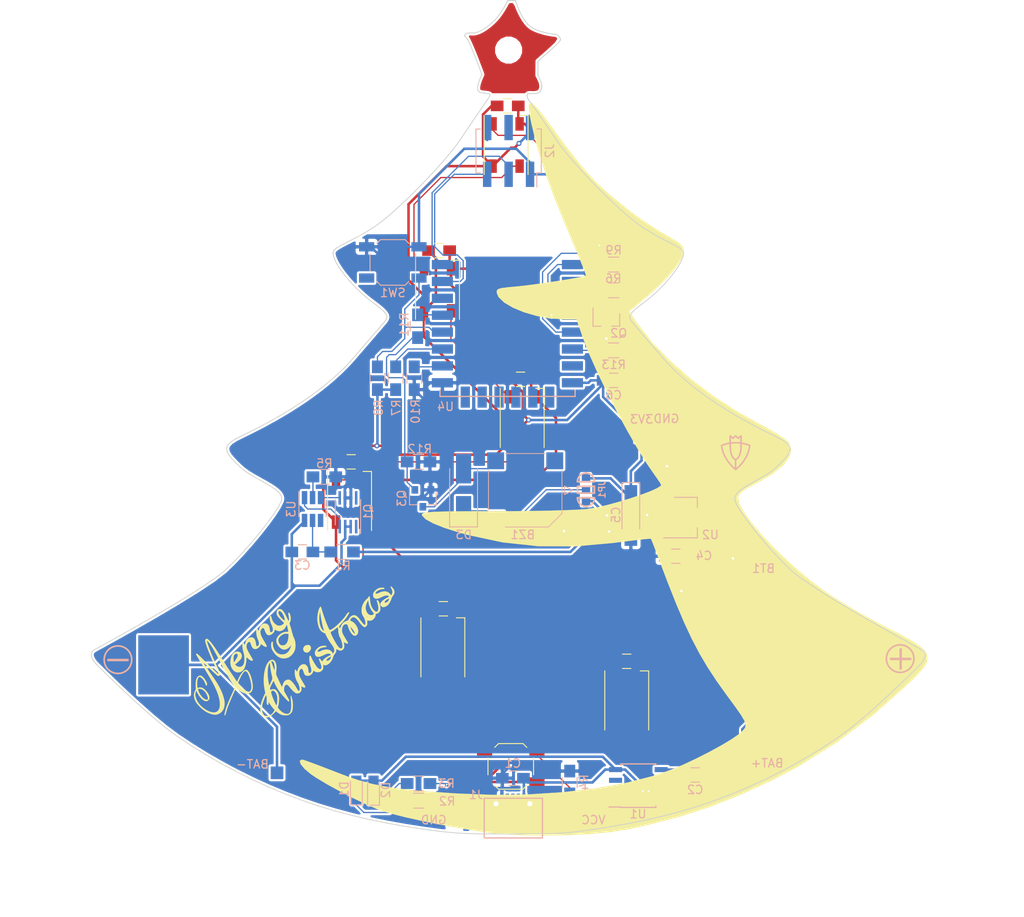
<source format=kicad_pcb>
(kicad_pcb (version 4) (host pcbnew 4.0.6+dfsg1-1)
  (layers (0 F.Cu signal) (31 B.Cu signal) (34 B.Paste user) (35 F.Paste user) (36 B.SilkS user) (37 F.SilkS user hide) (38 B.Mask user) (39 F.Mask user) (44 Edge.Cuts user))
  (net 0 "")
  (net 1 /BAT-)
  (net 2 /BAT+)
  (net 3 "Net-(BZ1-Pad1)")
  (net 4 "Net-(BZ1-Pad2)")
  (net 5 /VCC)
  (net 6 GND)
  (net 7 "Net-(C3-Pad1)")
  (net 8 +3V3)
  (net 9 "Net-(D1-Pad1)")
  (net 10 "Net-(D2-Pad1)")
  (net 11 "Net-(J1-Pad4)")
  (net 12 "Net-(J1-Pad2)")
  (net 13 "Net-(J1-Pad3)")
  (net 14 "Net-(J1-Pad6)")
  (net 15 /TxD)
  (net 16 /RxD)
  (net 17 "Net-(J2-Pad4)")
  (net 18 "Net-(Q1-Pad1)")
  (net 19 /OD)
  (net 20 /OC)
  (net 21 "Net-(Q1-Pad8)")
  (net 22 /PIX_ON)
  (net 23 /PIX_GND)
  (net 24 "Net-(Q3-Pad1)")
  (net 25 "Net-(R2-Pad1)")
  (net 26 "Net-(R3-Pad1)")
  (net 27 "Net-(R4-Pad1)")
  (net 28 "Net-(R5-Pad1)")
  (net 29 "Net-(R6-Pad1)")
  (net 30 /GPIO2)
  (net 31 /GPIO0)
  (net 32 /RST)
  (net 33 /GPIO15)
  (net 34 /Buzzer)
  (net 35 "Net-(U3-Pad4)")
  (net 36 "Net-(U4-Pad2)")
  (net 37 /PIX_DATA)
  (net 38 "Net-(U4-Pad7)")
  (net 39 "Net-(U4-Pad9)")
  (net 40 "Net-(U4-Pad10)")
  (net 41 "Net-(U4-Pad11)")
  (net 42 "Net-(U4-Pad12)")
  (net 43 "Net-(U4-Pad13)")
  (net 44 "Net-(U4-Pad14)")
  (net 45 "Net-(U4-Pad20)")
  (net 46 "Net-(U5-Pad2)")
  (net 47 "Net-(U6-Pad2)")
  (net 48 "Net-(U10-Pad4)")
  (net 49 "Net-(U8-Pad2)")
  (net 50 "Net-(U10-Pad2)")
  (net 51 "Net-(J2-Pad6)")
  (net 52 "Net-(U7-Pad2)")
  (module MisModulos:Tree_Shadow (layer F.Cu) (at 180.594 93.218)
    (fp_text reference G*** hide)
    (fp_text value LOGO hide)
  )
  (module Housings_SSOP:SSOP-8_2.95x2.8mm_Pitch0.65mm (layer B.Cu) (at 149.118 98.425 90)
    (fp_text reference Q1 (at 0 2.4 90) (layer B.SilkS) (effects (justify mirror)))
    (fp_text value 8205A)
    (pad 1 smd rect (at -1.7 0.975 180) (size 0.3 1.6) (layers B.Cu B.Paste B.Mask) (net 18 "Net-(Q1-Pad1)"))
    (pad 2 smd rect (at -1.7 0.325 180) (size 0.3 1.6) (layers B.Cu B.Paste B.Mask) (net 1 /BAT-))
    (pad 3 smd rect (at -1.7 -0.325 180) (size 0.3 1.6) (layers B.Cu B.Paste B.Mask) (net 1 /BAT-))
    (pad 4 smd rect (at -1.7 -0.975 180) (size 0.3 1.6) (layers B.Cu B.Paste B.Mask) (net 19 /OD))
    (pad 5 smd rect (at 1.7 -0.975 180) (size 0.3 1.6) (layers B.Cu B.Paste B.Mask) (net 20 /OC))
    (pad 6 smd rect (at 1.7 -0.325 180) (size 0.3 1.6) (layers B.Cu B.Paste B.Mask) (net 6 GND))
    (pad 7 smd rect (at 1.7 0.325 180) (size 0.3 1.6) (layers B.Cu B.Paste B.Mask) (net 6 GND))
    (pad 8 smd rect (at 1.7 0.975 180) (size 0.3 1.6) (layers B.Cu B.Paste B.Mask) (net 21 "Net-(Q1-Pad8)"))
  )
  (module MisModulos:Tree_Star (layer F.Cu) (at 168.422 43.5102)
    (fp_text reference G*** hide)
    (fp_text value LOGO hide)
  )
  (module MisModulos:Logo_peque (layer B.Cu) (at 195.0412 91.313 180)
    (fp_text reference G*** hide)
    (fp_text value LOGO hide)
  )
  (module MisModulos:18650_SMD_Case (layer B.Cu) (at 208.28 106 180)
    (fp_text reference BT1 (at 9.9495 0.9075 180) (layer B.SilkS) (effects (justify mirror)))
    (fp_text value Battery_Cell)
    (pad 2 smd rect (at 81 -10.5 180) (size 6 7) (layers B.Cu B.Paste B.Mask) (net 1 /BAT-))
    (pad 1 smd rect (at -1 -10.5 180) (size 6 7) (layers B.Cu B.Paste B.Mask) (net 2 /BAT+))
  )
  (module MisModulos:Buzzer_8.5x8.5mm (layer B.Cu) (at 165.862 100.076)
    (fp_text reference BZ1 (at 3.957 1.016) (layer B.SilkS) (effects (justify mirror)))
    (fp_text value Buzzer)
    (pad 1 smd rect (at 0.75 -0.75) (size 2 2) (layers B.Cu B.Paste B.Mask) (net 3 "Net-(BZ1-Pad1)"))
    (pad 2 smd rect (at 0.75 -7.75) (size 2 2) (layers B.Cu B.Paste B.Mask) (net 4 "Net-(BZ1-Pad2)"))
    (pad "" smd rect (at 7.75 -7.75) (size 2 2) (layers B.Cu B.Paste B.Mask))
  )
  (module Capacitors_SMD:C_0805_HandSoldering (layer B.Cu) (at 168.656 129.921 180)
    (fp_text reference C1 (at 0 1.75 180) (layer B.SilkS) (effects (justify mirror)))
    (fp_text value 10uF)
    (pad 1 smd rect (at -1.25 0 180) (size 1.5 1.25) (layers B.Cu B.Paste B.Mask) (net 5 /VCC))
    (pad 2 smd rect (at 1.25 0 180) (size 1.5 1.25) (layers B.Cu B.Paste B.Mask) (net 6 GND))
  )
  (module Capacitors_SMD:C_0805_HandSoldering (layer B.Cu) (at 190.246 129.54)
    (fp_text reference C2 (at 0 1.75) (layer B.SilkS) (effects (justify mirror)))
    (fp_text value 10uF)
    (pad 1 smd rect (at -1.25 0) (size 1.5 1.25) (layers B.Cu B.Paste B.Mask) (net 2 /BAT+))
    (pad 2 smd rect (at 1.25 0) (size 1.5 1.25) (layers B.Cu B.Paste B.Mask) (net 6 GND))
  )
  (module Capacitors_SMD:C_0805_HandSoldering (layer B.Cu) (at 143.7205 103.124 180)
    (fp_text reference C3 (at 0 -1.5875 180) (layer B.SilkS) (effects (justify mirror)))
    (fp_text value 0.1uF)
    (pad 1 smd rect (at -1.25 0 180) (size 1.5 1.25) (layers B.Cu B.Paste B.Mask) (net 7 "Net-(C3-Pad1)"))
    (pad 2 smd rect (at 1.25 0 180) (size 1.5 1.25) (layers B.Cu B.Paste B.Mask) (net 1 /BAT-))
  )
  (module Capacitors_SMD:C_0805_HandSoldering (layer B.Cu) (at 187.96 103.632 180)
    (fp_text reference C4 (at -3.322 0.0635 180) (layer B.SilkS) (effects (justify mirror)))
    (fp_text value 1uF)
    (pad 1 smd rect (at -1.25 0 180) (size 1.5 1.25) (layers B.Cu B.Paste B.Mask) (net 2 /BAT+))
    (pad 2 smd rect (at 1.25 0 180) (size 1.5 1.25) (layers B.Cu B.Paste B.Mask) (net 6 GND))
  )
  (module Capacitors_Tantalum_SMD:CP_Tantalum_Case-A_EIA-3216-18_Hand (layer B.Cu) (at 182.626 98.806 270)
    (fp_text reference C5 (at -0.0635 1.758 270) (layer B.SilkS) (effects (justify mirror)))
    (fp_text value 2.2uF)
    (pad 1 smd rect (at -2 0 270) (size 3.2 1.5) (layers B.Cu B.Paste B.Mask) (net 8 +3V3))
    (pad 2 smd rect (at 2 0 270) (size 3.2 1.5) (layers B.Cu B.Paste B.Mask) (net 6 GND))
  )
  (module Capacitors_SMD:C_0805_HandSoldering (layer B.Cu) (at 180.594 82.804)
    (fp_text reference C6 (at 0 1.75) (layer B.SilkS) (effects (justify mirror)))
    (fp_text value 10uF)
    (pad 1 smd rect (at -1.25 0) (size 1.5 1.25) (layers B.Cu B.Paste B.Mask) (net 8 +3V3))
    (pad 2 smd rect (at 1.25 0) (size 1.5 1.25) (layers B.Cu B.Paste B.Mask) (net 6 GND))
  )
  (module LEDs:LED_0805 (layer B.Cu) (at 150.114 131.318 90)
    (fp_text reference D1 (at 0.0635 -1.4405 90) (layer B.SilkS) (effects (justify mirror)))
    (fp_text value LED)
    (pad 2 smd rect (at 1.1 0 270) (size 1.2 1.2) (layers B.Cu B.Paste B.Mask) (net 5 /VCC))
    (pad 1 smd rect (at -1.1 0 270) (size 1.2 1.2) (layers B.Cu B.Paste B.Mask) (net 9 "Net-(D1-Pad1)"))
  )
  (module LEDs:LED_0805 (layer B.Cu) (at 152.146 131.318 90)
    (fp_text reference D2 (at 0 1.45 90) (layer B.SilkS) (effects (justify mirror)))
    (fp_text value LED)
    (pad 2 smd rect (at 1.1 0 270) (size 1.2 1.2) (layers B.Cu B.Paste B.Mask) (net 5 /VCC))
    (pad 1 smd rect (at -1.1 0 270) (size 1.2 1.2) (layers B.Cu B.Paste B.Mask) (net 10 "Net-(D2-Pad1)"))
  )
  (module Diodes_SMD:D_SMA_Handsoldering (layer B.Cu) (at 162.814 95.758 90)
    (fp_text reference D3 (at -5.334 0.02 180) (layer B.SilkS) (effects (justify mirror)))
    (fp_text value M7)
    (pad 1 smd rect (at -2.5 0 90) (size 3.5 1.8) (layers B.Cu B.Paste B.Mask) (net 3 "Net-(BZ1-Pad1)"))
    (pad 2 smd rect (at 2.5 0 90) (size 3.5 1.8) (layers B.Cu B.Paste B.Mask) (net 4 "Net-(BZ1-Pad2)"))
  )
  (module MisModulos:MicroUSB (layer B.Cu) (at 168.656 135.1 180)
    (fp_text reference J1 (at 4.3615 3.2105 180) (layer B.SilkS) (effects (justify mirror)))
    (fp_text value USB_OTG)
    (pad 5 smd rect (at 1.3 2.675 180) (size 0.4 1.35) (layers B.Cu B.Paste B.Mask) (net 6 GND))
    (pad 4 smd rect (at 0.65 2.675 180) (size 0.4 1.35) (layers B.Cu B.Paste B.Mask) (net 11 "Net-(J1-Pad4)"))
    (pad 1 smd rect (at -1.3 2.675 180) (size 0.4 1.35) (layers B.Cu B.Paste B.Mask) (net 5 /VCC))
    (pad 2 smd rect (at -0.65 2.675 180) (size 0.4 1.35) (layers B.Cu B.Paste B.Mask) (net 12 "Net-(J1-Pad2)"))
    (pad "" np_thru_hole circle (at 2 2.15 180) (size 0.6 0.6) (drill 0.6) (layers *.Cu *.Mask))
    (pad "" np_thru_hole circle (at -2 2.15 180) (size 0.6 0.6) (drill 0.6) (layers *.Cu *.Mask))
    (pad 3 smd rect (at 0 2.675 180) (size 0.4 1.35) (layers B.Cu B.Paste B.Mask) (net 13 "Net-(J1-Pad3)"))
    (pad 6 smd rect (at -3.95 0 180) (size 1.9 1.9) (layers B.Cu B.Paste B.Mask) (net 14 "Net-(J1-Pad6)"))
    (pad 6 smd rect (at 3.95 0 180) (size 1.9 1.9) (layers B.Cu B.Paste B.Mask) (net 14 "Net-(J1-Pad6)"))
  )
  (module Pin_Headers:Pin_Header_Straight_2x03_Pitch2.54mm_SMD (layer B.Cu) (at 168.148 55.626 90)
    (fp_text reference J2 (at 0 4.87 90) (layer B.SilkS) (effects (justify mirror)))
    (fp_text value CONN_01X06)
    (pad 1 smd rect (at -2.77 2.54 90) (size 3 1) (layers B.Cu B.Mask) (net 6 GND))
    (pad 2 smd rect (at 2.77 2.54 90) (size 3 1) (layers B.Cu B.Mask) (net 8 +3V3))
    (pad 3 smd rect (at -2.77 0 90) (size 3 1) (layers B.Cu B.Mask) (net 15 /TxD))
    (pad 4 smd rect (at 2.77 0 90) (size 3 1) (layers B.Cu B.Mask) (net 17 "Net-(J2-Pad4)"))
    (pad 5 smd rect (at -2.77 -2.54 90) (size 3 1) (layers B.Cu B.Mask) (net 16 /RxD))
    (pad 6 smd rect (at 2.77 -2.54 90) (size 3 1) (layers B.Cu B.Mask) (net 51 "Net-(J2-Pad6)"))
  )
  (module MisModulos:Jumper_2-NC (layer B.Cu) (at 177.312 95.758 270)
    (fp_text reference JP1 (at 0 -1.905 270) (layer B.SilkS) (effects (font (size 0.762 0.762) (thickness 0.1524)) (justify mirror)))
    (fp_text value Jumper_NC_Dual hide)
    (pad 1 smd rect (at -1.35 0 270) (size 1 1) (layers B.Cu B.Paste B.Mask) (net 8 +3V3))
    (pad 3 smd rect (at 1.35 0 270) (size 1 1) (layers B.Cu B.Paste B.Mask) (net 2 /BAT+))
    (pad 2 smd rect (at 0 0 270) (size 1 1) (layers B.Cu B.Paste B.Mask) (net 3 "Net-(BZ1-Pad1)"))
  )
  (module TO_SOT_Packages_SMD:SOT-23 (layer B.Cu) (at 179.725 75.6285 270)
    (fp_text reference Q2 (at 1.5875 -1.4605 360) (layer B.SilkS) (effects (justify mirror)))
    (fp_text value SI2302)
    (pad 1 smd rect (at -1 0.95 270) (size 0.9 0.8) (layers B.Cu B.Paste B.Mask) (net 22 /PIX_ON))
    (pad 2 smd rect (at -1 -0.95 270) (size 0.9 0.8) (layers B.Cu B.Paste B.Mask) (net 6 GND))
    (pad 3 smd rect (at 1 0 270) (size 0.9 0.8) (layers B.Cu B.Paste B.Mask) (net 23 /PIX_GND))
  )
  (module TO_SOT_Packages_SMD:SOT-23 (layer B.Cu) (at 157.988 96.774 270)
    (fp_text reference Q3 (at 0 2.5 270) (layer B.SilkS) (effects (justify mirror)))
    (fp_text value BC817)
    (pad 1 smd rect (at -1 0.95 270) (size 0.9 0.8) (layers B.Cu B.Paste B.Mask) (net 24 "Net-(Q3-Pad1)"))
    (pad 2 smd rect (at -1 -0.95 270) (size 0.9 0.8) (layers B.Cu B.Paste B.Mask) (net 6 GND))
    (pad 3 smd rect (at 1 0 270) (size 0.9 0.8) (layers B.Cu B.Paste B.Mask) (net 4 "Net-(BZ1-Pad2)"))
  )
  (module Resistors_SMD:R_0805_HandSoldering (layer B.Cu) (at 148.4195 103.124 180)
    (fp_text reference R1 (at -0.0635 -1.651 180) (layer B.SilkS) (effects (justify mirror)))
    (fp_text value 100)
    (pad 1 smd rect (at -1.35 0 180) (size 1.5 1.3) (layers B.Cu B.Paste B.Mask) (net 2 /BAT+))
    (pad 2 smd rect (at 1.35 0 180) (size 1.5 1.3) (layers B.Cu B.Paste B.Mask) (net 7 "Net-(C3-Pad1)"))
  )
  (module Resistors_SMD:R_0805_HandSoldering (layer B.Cu) (at 157.48 132.588 180)
    (fp_text reference R2 (at -3.3855 -0.0635 180) (layer B.SilkS) (effects (justify mirror)))
    (fp_text value 1k)
    (pad 1 smd rect (at -1.35 0 180) (size 1.5 1.3) (layers B.Cu B.Paste B.Mask) (net 25 "Net-(R2-Pad1)"))
    (pad 2 smd rect (at 1.35 0 180) (size 1.5 1.3) (layers B.Cu B.Paste B.Mask) (net 9 "Net-(D1-Pad1)"))
  )
  (module Resistors_SMD:R_0805_HandSoldering (layer B.Cu) (at 157.48 130.556 180)
    (fp_text reference R3 (at -3.322 0 180) (layer B.SilkS) (effects (justify mirror)))
    (fp_text value 1k)
    (pad 1 smd rect (at -1.35 0 180) (size 1.5 1.3) (layers B.Cu B.Paste B.Mask) (net 26 "Net-(R3-Pad1)"))
    (pad 2 smd rect (at 1.35 0 180) (size 1.5 1.3) (layers B.Cu B.Paste B.Mask) (net 10 "Net-(D2-Pad1)"))
  )
  (module Resistors_SMD:R_0805_HandSoldering (layer B.Cu) (at 175.387 130.429 90)
    (fp_text reference R4 (at 0 1.7 90) (layer B.SilkS) (effects (justify mirror)))
    (fp_text value 2k7)
    (pad 1 smd rect (at -1.35 0 90) (size 1.5 1.3) (layers B.Cu B.Paste B.Mask) (net 27 "Net-(R4-Pad1)"))
    (pad 2 smd rect (at 1.35 0 90) (size 1.5 1.3) (layers B.Cu B.Paste B.Mask) (net 6 GND))
  )
  (module Resistors_SMD:R_0805_HandSoldering (layer B.Cu) (at 146.324 94.234)
    (fp_text reference R5 (at 0 -1.5875) (layer B.SilkS) (effects (justify mirror)))
    (fp_text value 1k)
    (pad 1 smd rect (at -1.35 0) (size 1.5 1.3) (layers B.Cu B.Paste B.Mask) (net 28 "Net-(R5-Pad1)"))
    (pad 2 smd rect (at 1.35 0) (size 1.5 1.3) (layers B.Cu B.Paste B.Mask) (net 6 GND))
  )
  (module Resistors_SMD:R_0805_HandSoldering (layer B.Cu) (at 180.594 72.136)
    (fp_text reference R6 (at -0.0435 -1.397) (layer B.SilkS) (effects (justify mirror)))
    (fp_text value 10k)
    (pad 1 smd rect (at -1.35 0) (size 1.5 1.3) (layers B.Cu B.Paste B.Mask) (net 29 "Net-(R6-Pad1)"))
    (pad 2 smd rect (at 1.35 0) (size 1.5 1.3) (layers B.Cu B.Paste B.Mask) (net 8 +3V3))
  )
  (module Resistors_SMD:R_0805_HandSoldering (layer B.Cu) (at 154.7695 82.55 90)
    (fp_text reference R7 (at -3.4925 0.0635 90) (layer B.SilkS) (effects (justify mirror)))
    (fp_text value 10k)
    (pad 1 smd rect (at -1.35 0 90) (size 1.5 1.3) (layers B.Cu B.Paste B.Mask) (net 8 +3V3))
    (pad 2 smd rect (at 1.35 0 90) (size 1.5 1.3) (layers B.Cu B.Paste B.Mask) (net 30 /GPIO2))
  )
  (module Resistors_SMD:R_0805_HandSoldering (layer B.Cu) (at 152.6105 82.55 90)
    (fp_text reference R8 (at -3.4925 0.127 90) (layer B.SilkS) (effects (justify mirror)))
    (fp_text value 10k)
    (pad 1 smd rect (at -1.35 0 90) (size 1.5 1.3) (layers B.Cu B.Paste B.Mask) (net 8 +3V3))
    (pad 2 smd rect (at 1.35 0 90) (size 1.5 1.3) (layers B.Cu B.Paste B.Mask) (net 31 /GPIO0))
  )
  (module Resistors_SMD:R_0805_HandSoldering (layer B.Cu) (at 180.594 69.088 180)
    (fp_text reference R9 (at 0 1.7 180) (layer B.SilkS) (effects (justify mirror)))
    (fp_text value 10k)
    (pad 1 smd rect (at -1.35 0 180) (size 1.5 1.3) (layers B.Cu B.Paste B.Mask) (net 8 +3V3))
    (pad 2 smd rect (at 1.35 0 180) (size 1.5 1.3) (layers B.Cu B.Paste B.Mask) (net 32 /RST))
  )
  (module Resistors_SMD:R_0805_HandSoldering (layer B.Cu) (at 156.972 82.55 270)
    (fp_text reference R10 (at 3.937 -0.147 270) (layer B.SilkS) (effects (justify mirror)))
    (fp_text value 10k)
    (pad 1 smd rect (at -1.35 0 270) (size 1.5 1.3) (layers B.Cu B.Paste B.Mask) (net 33 /GPIO15))
    (pad 2 smd rect (at 1.35 0 270) (size 1.5 1.3) (layers B.Cu B.Paste B.Mask) (net 6 GND))
  )
  (module Resistors_SMD:R_0805_HandSoldering (layer B.Cu) (at 157.373 76.3905 90)
    (fp_text reference R11 (at 0.1905 -1.5875 90) (layer B.SilkS) (effects (justify mirror)))
    (fp_text value 470)
    (pad 1 smd rect (at -1.35 0 90) (size 1.5 1.3) (layers B.Cu B.Paste B.Mask) (net 24 "Net-(Q3-Pad1)"))
    (pad 2 smd rect (at 1.35 0 90) (size 1.5 1.3) (layers B.Cu B.Paste B.Mask) (net 34 /Buzzer))
  )
  (module Resistors_SMD:R_0805_HandSoldering (layer B.Cu) (at 157.48 92.456)
    (fp_text reference R12 (at 0.147 -1.524) (layer B.SilkS) (effects (justify mirror)))
    (fp_text value 10K)
    (pad 1 smd rect (at -1.35 0) (size 1.5 1.3) (layers B.Cu B.Paste B.Mask) (net 24 "Net-(Q3-Pad1)"))
    (pad 2 smd rect (at 1.35 0) (size 1.5 1.3) (layers B.Cu B.Paste B.Mask) (net 6 GND))
  )
  (module Resistors_SMD:R_0805_HandSoldering (layer B.Cu) (at 180.594 79.248)
    (fp_text reference R13 (at 0 1.7) (layer B.SilkS) (effects (justify mirror)))
    (fp_text value 10K)
    (pad 1 smd rect (at -1.35 0) (size 1.5 1.3) (layers B.Cu B.Paste B.Mask) (net 22 /PIX_ON))
    (pad 2 smd rect (at 1.35 0) (size 1.5 1.3) (layers B.Cu B.Paste B.Mask) (net 6 GND))
  )
  (module Buttons_Switches_SMD:SW_SPST_SKQG (layer B.Cu) (at 154.432 68.834)
    (fp_text reference SW1 (at 0 3.6) (layer B.SilkS) (effects (justify mirror)))
    (fp_text value SW_Push)
    (pad 1 smd rect (at -3.1 1.85) (size 1.8 1.1) (layers B.Cu B.Paste B.Mask) (net 31 /GPIO0))
    (pad 1 smd rect (at 3.1 1.85) (size 1.8 1.1) (layers B.Cu B.Paste B.Mask) (net 31 /GPIO0))
    (pad 2 smd rect (at -3.1 -1.85) (size 1.8 1.1) (layers B.Cu B.Paste B.Mask) (net 6 GND))
    (pad 2 smd rect (at 3.1 -1.85) (size 1.8 1.1) (layers B.Cu B.Paste B.Mask) (net 6 GND))
  )
  (module Buttons_Switches_SMD:SW_SPST_SKQG (layer F.Cu) (at 168.402 128.524)
    (fp_text reference SW2 hide)
    (fp_text value SW_Push)
    (pad 1 smd rect (at -3.1 -1.85) (size 1.8 1.1) (layers F.Cu F.Paste F.Mask) (net 32 /RST))
    (pad 1 smd rect (at 3.1 -1.85) (size 1.8 1.1) (layers F.Cu F.Paste F.Mask) (net 32 /RST))
    (pad 2 smd rect (at -3.1 1.85) (size 1.8 1.1) (layers F.Cu F.Paste F.Mask) (net 6 GND))
    (pad 2 smd rect (at 3.1 1.85) (size 1.8 1.1) (layers F.Cu F.Paste F.Mask) (net 6 GND))
  )
  (module Measurement_Points:Measurement_Point_Square-SMD-Pad_Small (layer B.Cu) (at 175.514 134.874)
    (fp_text reference TP1 hide)
    (fp_text value VCC (at 2.687 0) (layer B.SilkS) (effects (justify mirror)))
    (pad 1 smd rect (at 0 0) (size 1.5 1.5) (layers B.Cu B.Mask) (net 5 /VCC))
  )
  (module Measurement_Points:Measurement_Point_Square-SMD-Pad_Small (layer B.Cu) (at 195.834 129.286)
    (fp_text reference TP3 hide)
    (fp_text value BAT+ (at 2.941 -1.143) (layer B.SilkS) (effects (justify mirror)))
    (pad 1 smd rect (at 0 0) (size 1.5 1.5) (layers B.Cu B.Mask) (net 2 /BAT+))
  )
  (module Measurement_Points:Measurement_Point_Square-SMD-Pad_Small (layer B.Cu) (at 186.837 89.3445)
    (fp_text reference TP6 hide)
    (fp_text value GND (at 0 -2) (layer B.SilkS) (effects (justify mirror)))
    (pad 1 smd rect (at 0 0) (size 1.5 1.5) (layers B.Cu B.Mask) (net 6 GND))
  )
  (module Measurement_Points:Measurement_Point_Square-SMD-Pad_Small (layer B.Cu) (at 140.716 129.286)
    (fp_text reference TP4 hide)
    (fp_text value BAT- (at -2.901 -1.016) (layer B.SilkS) (effects (justify mirror)))
    (pad 1 smd rect (at 0 0) (size 1.5 1.5) (layers B.Cu B.Mask) (net 1 /BAT-))
  )
  (module Housings_SOIC:SOIC-8_3.9x4.9mm_Pitch1.27mm (layer B.Cu) (at 183.515 130.81)
    (fp_text reference U1 (at -0.0435 3.3655) (layer B.SilkS) (effects (justify mirror)))
    (fp_text value TP4056)
    (pad 1 smd rect (at -2.7 1.905) (size 1.55 0.6) (layers B.Cu B.Paste B.Mask) (net 6 GND))
    (pad 2 smd rect (at -2.7 0.635) (size 1.55 0.6) (layers B.Cu B.Paste B.Mask) (net 27 "Net-(R4-Pad1)"))
    (pad 3 smd rect (at -2.7 -0.635) (size 1.55 0.6) (layers B.Cu B.Paste B.Mask))
    (pad 4 smd rect (at -2.7 -1.905) (size 1.55 0.6) (layers B.Cu B.Paste B.Mask) (net 5 /VCC))
    (pad 5 smd rect (at 2.7 -1.905) (size 1.55 0.6) (layers B.Cu B.Paste B.Mask) (net 2 /BAT+))
    (pad 6 smd rect (at 2.7 -0.635) (size 1.55 0.6) (layers B.Cu B.Paste B.Mask) (net 26 "Net-(R3-Pad1)"))
    (pad 7 smd rect (at 2.7 0.635) (size 1.55 0.6) (layers B.Cu B.Paste B.Mask) (net 25 "Net-(R2-Pad1)"))
    (pad 8 smd rect (at 2.7 1.905) (size 1.55 0.6) (layers B.Cu B.Paste B.Mask) (net 5 /VCC))
  )
  (module TO_SOT_Packages_SMD:SOT89-3_Housing_Handsoldering (layer B.Cu) (at 188.722 99.06)
    (fp_text reference U2 (at 3.322 2.032) (layer B.SilkS) (effects (justify mirror)))
    (fp_text value HT7833)
    (pad 1 smd rect (at -1.98 1.5 90) (size 1 2.5) (layers B.Cu B.Paste B.Mask) (net 6 GND))
    (pad 2 smd rect (at -1.98 0 90) (size 1 2.5) (layers B.Cu B.Paste B.Mask) (net 2 /BAT+))
    (pad 3 smd rect (at -1.98 -1.5 90) (size 1 2.5) (layers B.Cu B.Paste B.Mask) (net 8 +3V3))
    (pad 2 smd rect (at 1.98 0 90) (size 2 4) (layers B.Cu B.Paste B.Mask) (net 2 /BAT+))
    (pad 2 smd trapezoid (at -0.37 0 270) (size 1.5 0.75) (rect_delta 0 -0.5) (layers B.Cu B.Paste B.Mask) (net 2 /BAT+))
  )
  (module TO_SOT_Packages_SMD:SOT-23-6_Handsoldering (layer B.Cu) (at 144.927 98.044 270)
    (fp_text reference U3 (at 0 2.54 270) (layer B.SilkS) (effects (justify mirror)))
    (fp_text value DW01)
    (pad 1 smd rect (at -1.35 0.95 270) (size 1.56 0.65) (layers B.Cu B.Paste B.Mask) (net 19 /OD))
    (pad 2 smd rect (at -1.35 0 270) (size 1.56 0.65) (layers B.Cu B.Paste B.Mask) (net 28 "Net-(R5-Pad1)"))
    (pad 3 smd rect (at -1.35 -0.95 270) (size 1.56 0.65) (layers B.Cu B.Paste B.Mask) (net 20 /OC))
    (pad 4 smd rect (at 1.35 -0.95 270) (size 1.56 0.65) (layers B.Cu B.Paste B.Mask) (net 35 "Net-(U3-Pad4)"))
    (pad 6 smd rect (at 1.35 0.95 270) (size 1.56 0.65) (layers B.Cu B.Paste B.Mask) (net 1 /BAT-))
    (pad 5 smd rect (at 1.35 0 270) (size 1.56 0.65) (layers B.Cu B.Paste B.Mask) (net 7 "Net-(C3-Pad1)"))
  )
  (module LEDs:LED_WS2812B-PLCC4 (layer F.Cu) (at 167.8505 54.9275 90)
    (fp_text reference U5 hide)
    (fp_text value WS2812b)
    (pad 3 smd rect (at 2.5 1.6 90) (size 1.6 1) (layers F.Cu F.Paste F.Mask) (net 23 /PIX_GND))
    (pad 4 smd rect (at 2.5 -1.6 90) (size 1.6 1) (layers F.Cu F.Paste F.Mask) (net 37 /PIX_DATA))
    (pad 2 smd rect (at -2.5 1.6 90) (size 1.6 1) (layers F.Cu F.Paste F.Mask) (net 46 "Net-(U5-Pad2)"))
    (pad 1 smd rect (at -2.5 -1.6 90) (size 1.6 1) (layers F.Cu F.Paste F.Mask) (net 8 +3V3))
  )
  (module LEDs:LED_WS2812B-PLCC4 (layer F.Cu) (at 159.7225 72.0725 90)
    (fp_text reference U6 hide)
    (fp_text value WS2812b)
    (pad 3 smd rect (at 2.5 1.6 90) (size 1.6 1) (layers F.Cu F.Paste F.Mask) (net 23 /PIX_GND))
    (pad 4 smd rect (at 2.5 -1.6 90) (size 1.6 1) (layers F.Cu F.Paste F.Mask) (net 46 "Net-(U5-Pad2)"))
    (pad 2 smd rect (at -2.5 1.6 90) (size 1.6 1) (layers F.Cu F.Paste F.Mask) (net 47 "Net-(U6-Pad2)"))
    (pad 1 smd rect (at -2.5 -1.6 90) (size 1.6 1) (layers F.Cu F.Paste F.Mask) (net 8 +3V3))
  )
  (module LEDs:LED_WS2812B-PLCC4 (layer F.Cu) (at 169.7555 87.249 90)
    (fp_text reference U7 hide)
    (fp_text value WS2812b)
    (pad 3 smd rect (at 2.5 1.6 90) (size 1.6 1) (layers F.Cu F.Paste F.Mask) (net 23 /PIX_GND))
    (pad 4 smd rect (at 2.5 -1.6 90) (size 1.6 1) (layers F.Cu F.Paste F.Mask) (net 47 "Net-(U6-Pad2)"))
    (pad 2 smd rect (at -2.5 1.6 90) (size 1.6 1) (layers F.Cu F.Paste F.Mask) (net 52 "Net-(U7-Pad2)"))
    (pad 1 smd rect (at -2.5 -1.6 90) (size 1.6 1) (layers F.Cu F.Paste F.Mask) (net 8 +3V3))
  )
  (module LEDs:LED_WS2812B-PLCC4 (layer F.Cu) (at 149.3085 97.0915 90)
    (fp_text reference U8 hide)
    (fp_text value WS2812b)
    (pad 3 smd rect (at 2.5 1.6 90) (size 1.6 1) (layers F.Cu F.Paste F.Mask) (net 23 /PIX_GND))
    (pad 4 smd rect (at 2.5 -1.6 90) (size 1.6 1) (layers F.Cu F.Paste F.Mask) (net 52 "Net-(U7-Pad2)"))
    (pad 2 smd rect (at -2.5 1.6 90) (size 1.6 1) (layers F.Cu F.Paste F.Mask) (net 49 "Net-(U8-Pad2)"))
    (pad 1 smd rect (at -2.5 -1.6 90) (size 1.6 1) (layers F.Cu F.Paste F.Mask) (net 8 +3V3))
  )
  (module LEDs:LED_WS2812B-PLCC4 (layer F.Cu) (at 160.3575 114.427 90)
    (fp_text reference U9 hide)
    (fp_text value WS2812b)
    (pad 3 smd rect (at 2.5 1.6 90) (size 1.6 1) (layers F.Cu F.Paste F.Mask) (net 23 /PIX_GND))
    (pad 4 smd rect (at 2.5 -1.6 90) (size 1.6 1) (layers F.Cu F.Paste F.Mask) (net 49 "Net-(U8-Pad2)"))
    (pad 2 smd rect (at -2.5 1.6 90) (size 1.6 1) (layers F.Cu F.Paste F.Mask) (net 48 "Net-(U10-Pad4)"))
    (pad 1 smd rect (at -2.5 -1.6 90) (size 1.6 1) (layers F.Cu F.Paste F.Mask) (net 8 +3V3))
  )
  (module LEDs:LED_WS2812B-PLCC4 (layer F.Cu) (at 182.138 120.7135 90)
    (fp_text reference U10 hide)
    (fp_text value WS2812b)
    (pad 3 smd rect (at 2.5 1.6 90) (size 1.6 1) (layers F.Cu F.Paste F.Mask) (net 23 /PIX_GND))
    (pad 4 smd rect (at 2.5 -1.6 90) (size 1.6 1) (layers F.Cu F.Paste F.Mask) (net 48 "Net-(U10-Pad4)"))
    (pad 2 smd rect (at -2.5 1.6 90) (size 1.6 1) (layers F.Cu F.Paste F.Mask) (net 50 "Net-(U10-Pad2)"))
    (pad 1 smd rect (at -2.5 -1.6 90) (size 1.6 1) (layers F.Cu F.Paste F.Mask) (net 8 +3V3))
  )
  (module MisModulos:ESP-12E_SMD (layer B.Cu) (at 175.006 69.088 180)
    (fp_text reference U4 (at 14.331 -16.8275 180) (layer B.SilkS) (effects (justify mirror)))
    (fp_text value ESP-12E hide)
    (pad 1 smd rect (at 0 0 180) (size 2.5 1.1) (drill (offset -0.7 0)) (layers B.Cu B.Paste B.Mask) (net 32 /RST))
    (pad 2 smd rect (at 0 -2 180) (size 2.5 1.1) (drill (offset -0.7 0)) (layers B.Cu B.Paste B.Mask) (net 36 "Net-(U4-Pad2)"))
    (pad 3 smd rect (at 0 -4 180) (size 2.5 1.1) (drill (offset -0.7 0)) (layers B.Cu B.Paste B.Mask) (net 29 "Net-(R6-Pad1)"))
    (pad 4 smd rect (at 0 -6 180) (size 2.5 1.1) (drill (offset -0.7 0)) (layers B.Cu B.Paste B.Mask) (net 32 /RST))
    (pad 5 smd rect (at 0 -8 180) (size 2.5 1.1) (drill (offset -0.7 0)) (layers B.Cu B.Paste B.Mask) (net 37 /PIX_DATA))
    (pad 6 smd rect (at 0 -10 180) (size 2.5 1.1) (drill (offset -0.7 0)) (layers B.Cu B.Paste B.Mask) (net 22 /PIX_ON))
    (pad 7 smd rect (at 0 -12 180) (size 2.5 1.1) (drill (offset -0.7 0)) (layers B.Cu B.Paste B.Mask) (net 38 "Net-(U4-Pad7)"))
    (pad 8 smd rect (at 0 -14 180) (size 2.5 1.1) (drill (offset -0.7 0)) (layers B.Cu B.Paste B.Mask) (net 8 +3V3))
    (pad 15 smd rect (at 14 -14 180) (size 2.5 1.1) (drill (offset 0.7 0)) (layers B.Cu B.Paste B.Mask) (net 6 GND))
    (pad 16 smd rect (at 14 -12 180) (size 2.5 1.1) (drill (offset 0.7 0)) (layers B.Cu B.Paste B.Mask) (net 33 /GPIO15))
    (pad 17 smd rect (at 14 -10 180) (size 2.5 1.1) (drill (offset 0.7 0)) (layers B.Cu B.Paste B.Mask) (net 30 /GPIO2))
    (pad 18 smd rect (at 14 -8 180) (size 2.5 1.1) (drill (offset 0.7 0)) (layers B.Cu B.Paste B.Mask) (net 31 /GPIO0))
    (pad 19 smd rect (at 14 -6 180) (size 2.5 1.1) (drill (offset 0.7 0)) (layers B.Cu B.Paste B.Mask) (net 34 /Buzzer))
    (pad 20 smd rect (at 14 -4 180) (size 2.5 1.1) (drill (offset 0.7 0)) (layers B.Cu B.Paste B.Mask) (net 45 "Net-(U4-Pad20)"))
    (pad 21 smd rect (at 14 -2 180) (size 2.5 1.1) (drill (offset 0.7 0)) (layers B.Cu B.Paste B.Mask) (net 16 /RxD))
    (pad 22 smd rect (at 14 0 180) (size 2.5 1.1) (drill (offset 0.7 0)) (layers B.Cu B.Paste B.Mask) (net 15 /TxD))
    (pad 9 smd rect (at 1.99 -15 90) (size 2.5 1.1) (drill (offset -0.7 0)) (layers B.Cu B.Paste B.Mask) (net 39 "Net-(U4-Pad9)"))
    (pad 10 smd rect (at 3.99 -15 90) (size 2.5 1.1) (drill (offset -0.7 0)) (layers B.Cu B.Paste B.Mask) (net 40 "Net-(U4-Pad10)"))
    (pad 11 smd rect (at 5.99 -15 90) (size 2.5 1.1) (drill (offset -0.7 0)) (layers B.Cu B.Paste B.Mask) (net 41 "Net-(U4-Pad11)"))
    (pad 12 smd rect (at 7.99 -15 90) (size 2.5 1.1) (drill (offset -0.7 0)) (layers B.Cu B.Paste B.Mask) (net 42 "Net-(U4-Pad12)"))
    (pad 13 smd rect (at 9.99 -15 90) (size 2.5 1.1) (drill (offset -0.7 0)) (layers B.Cu B.Paste B.Mask) (net 43 "Net-(U4-Pad13)"))
    (pad 14 smd rect (at 11.99 -15 90) (size 2.5 1.1) (drill (offset -0.7 0)) (layers B.Cu B.Paste B.Mask) (net 44 "Net-(U4-Pad14)"))
  )
  (module Mounting_Holes:MountingHole_2.7mm_M2.5 (layer F.Cu) (at 168.148 43.688)
    (fp_text reference REF** hide)
    (fp_text value MountingHole_2.7mm_M2.5)
    (pad "" np_thru_hole circle (at 0 0) (size 2.7 2.7) (drill 2.7) (layers *.Cu *.Mask))
  )
  (module Measurement_Points:Measurement_Point_Square-SMD-Pad_Small (layer B.Cu) (at 183.896 89.408)
    (fp_text reference TP5 hide)
    (fp_text value 3V3 (at 0 -2) (layer B.SilkS) (effects (justify mirror)))
    (pad 1 smd rect (at 0 0) (size 1.5 1.5) (layers B.Cu B.Mask) (net 8 +3V3))
  )
  (module Measurement_Points:Measurement_Point_Square-SMD-Pad_Small (layer B.Cu) (at 161.798 134.874)
    (fp_text reference TP2 hide)
    (fp_text value GND (at -2.52 0) (layer B.SilkS) (effects (justify mirror)))
    (pad 1 smd rect (at 0 0) (size 1.5 1.5) (layers B.Cu B.Mask) (net 6 GND))
  )
  (module MisModulos:MerryChristmas (layer F.Cu) (at 141.8536 113.3094 45)
    (fp_text reference G*** hide)
    (fp_text value LOGO hide)
  )
  (module Capacitors_SMD:C_0805_HandSoldering (layer F.Cu) (at 168.041 50.292)
    (fp_text reference C7 hide)
    (fp_text value 0.1uF)
    (pad 1 smd rect (at -1.25 0) (size 1.5 1.25) (layers F.Cu F.Paste F.Mask) (net 8 +3V3))
    (pad 2 smd rect (at 1.25 0) (size 1.5 1.25) (layers F.Cu F.Paste F.Mask) (net 23 /PIX_GND))
  )
  (module Capacitors_SMD:C_0805_HandSoldering (layer F.Cu) (at 159.913 67.437)
    (fp_text reference C8 hide)
    (fp_text value 0.1uF)
    (pad 1 smd rect (at -1.25 0) (size 1.5 1.25) (layers F.Cu F.Paste F.Mask) (net 8 +3V3))
    (pad 2 smd rect (at 1.25 0) (size 1.5 1.25) (layers F.Cu F.Paste F.Mask) (net 23 /PIX_GND))
  )
  (module Capacitors_SMD:C_0805_HandSoldering (layer F.Cu) (at 169.565 82.677)
    (fp_text reference C9 hide)
    (fp_text value 0.1uF)
    (pad 1 smd rect (at -1.25 0) (size 1.5 1.25) (layers F.Cu F.Paste F.Mask) (net 8 +3V3))
    (pad 2 smd rect (at 1.25 0) (size 1.5 1.25) (layers F.Cu F.Paste F.Mask) (net 23 /PIX_GND))
  )
  (module Capacitors_SMD:C_0805_HandSoldering (layer F.Cu) (at 149.499 92.456)
    (fp_text reference C10 hide)
    (fp_text value 0.1uF)
    (pad 1 smd rect (at -1.25 0) (size 1.5 1.25) (layers F.Cu F.Paste F.Mask) (net 8 +3V3))
    (pad 2 smd rect (at 1.25 0) (size 1.5 1.25) (layers F.Cu F.Paste F.Mask) (net 23 /PIX_GND))
  )
  (module Capacitors_SMD:C_0805_HandSoldering (layer F.Cu) (at 160.421 109.855)
    (fp_text reference C11 hide)
    (fp_text value 0.1uF)
    (pad 1 smd rect (at -1.25 0) (size 1.5 1.25) (layers F.Cu F.Paste F.Mask) (net 8 +3V3))
    (pad 2 smd rect (at 1.25 0) (size 1.5 1.25) (layers F.Cu F.Paste F.Mask) (net 23 /PIX_GND))
  )
  (module Capacitors_SMD:C_0805_HandSoldering (layer F.Cu) (at 182.138 116.078)
    (fp_text reference C12 hide)
    (fp_text value 0.1uF)
    (pad 1 smd rect (at -1.25 0) (size 1.5 1.25) (layers F.Cu F.Paste F.Mask) (net 8 +3V3))
    (pad 2 smd rect (at 1.25 0) (size 1.5 1.25) (layers F.Cu F.Paste F.Mask) (net 23 /PIX_GND))
  )
  (gr_circle (center 121.8765 115.8875) (end 122.3535 114.327) (layer B.SilkS) (width 0.2))
  (gr_circle (center 214.523 115.7605) (end 215 114.2) (layer B.SilkS) (width 0.2))
  (gr_text - (at 121.8765 115.697) (layer B.SilkS) (effects (font (size 3 3) (thickness 0.3))))
  (gr_text + (at 214.5865 115.57) (layer B.SilkS) (effects (font (size 3 3) (thickness 0.3))))
  (gr_line (start 171.488729 50.91933) (end 171.488726 50.92023) (layer Edge.Cuts) (width 0.1))
  (gr_line (start 171.087543 50.36212) (end 171.488729 50.91933) (layer Edge.Cuts) (width 0.1))
  (gr_line (start 170.738278 49.90235) (end 171.087543 50.36212) (layer Edge.Cuts) (width 0.1))
  (gr_line (start 170.663848 49.8019) (end 170.738278 49.90235) (layer Edge.Cuts) (width 0.1))
  (gr_line (start 170.595848 49.7071) (end 170.663848 49.8019) (layer Edge.Cuts) (width 0.1))
  (gr_line (start 170.534908 49.6177) (end 170.595848 49.7071) (layer Edge.Cuts) (width 0.1))
  (gr_line (start 170.481668 49.5337) (end 170.534908 49.6177) (layer Edge.Cuts) (width 0.1))
  (gr_line (start 170.436768 49.4551) (end 170.481668 49.5337) (layer Edge.Cuts) (width 0.1))
  (gr_line (start 170.400838 49.3817) (end 170.436768 49.4551) (layer Edge.Cuts) (width 0.1))
  (gr_line (start 170.374528 49.3134) (end 170.400838 49.3817) (layer Edge.Cuts) (width 0.1))
  (gr_line (start 170.358458 49.2501) (end 170.374528 49.3134) (layer Edge.Cuts) (width 0.1))
  (gr_line (start 170.344318 49.14367) (end 170.358458 49.2501) (layer Edge.Cuts) (width 0.1))
  (gr_line (start 170.343512 49.06237) (end 170.344318 49.14367) (layer Edge.Cuts) (width 0.1))
  (gr_line (start 170.354092 48.99777) (end 170.343512 49.06237) (layer Edge.Cuts) (width 0.1))
  (gr_line (start 170.374102 48.94167) (end 170.354092 48.99777) (layer Edge.Cuts) (width 0.1))
  (gr_line (start 170.405212 48.89427) (end 170.374102 48.94167) (layer Edge.Cuts) (width 0.1))
  (gr_line (start 170.451162 48.86107) (end 170.405212 48.89427) (layer Edge.Cuts) (width 0.1))
  (gr_line (start 170.513092 48.84097) (end 170.451162 48.86107) (layer Edge.Cuts) (width 0.1))
  (gr_line (start 170.592162 48.83397) (end 170.513092 48.84097) (layer Edge.Cuts) (width 0.1))
  (gr_line (start 170.778113 48.83497) (end 170.592162 48.83397) (layer Edge.Cuts) (width 0.1))
  (gr_line (start 170.972634 48.84097) (end 170.778113 48.83497) (layer Edge.Cuts) (width 0.1))
  (gr_line (start 171.158883 48.84197) (end 170.972634 48.84097) (layer Edge.Cuts) (width 0.1))
  (gr_line (start 171.320017 48.82847) (end 171.158883 48.84197) (layer Edge.Cuts) (width 0.1))
  (gr_line (start 171.385177 48.81787) (end 171.320017 48.82847) (layer Edge.Cuts) (width 0.1))
  (gr_line (start 171.451577 48.80647) (end 171.385177 48.81787) (layer Edge.Cuts) (width 0.1))
  (gr_line (start 171.518067 48.79307) (end 171.451577 48.80647) (layer Edge.Cuts) (width 0.1))
  (gr_line (start 171.583487 48.77637) (end 171.518067 48.79307) (layer Edge.Cuts) (width 0.1))
  (gr_line (start 171.646687 48.75487) (end 171.583487 48.77637) (layer Edge.Cuts) (width 0.1))
  (gr_line (start 171.706517 48.72737) (end 171.646687 48.75487) (layer Edge.Cuts) (width 0.1))
  (gr_line (start 171.761807 48.69247) (end 171.706517 48.72737) (layer Edge.Cuts) (width 0.1))
  (gr_line (start 171.811427 48.64897) (end 171.761807 48.69247) (layer Edge.Cuts) (width 0.1))
  (gr_line (start 171.845437 48.61217) (end 171.811427 48.64897) (layer Edge.Cuts) (width 0.1))
  (gr_line (start 171.877027 48.57497) (end 171.845437 48.61217) (layer Edge.Cuts) (width 0.1))
  (gr_line (start 171.906237 48.53697) (end 171.877027 48.57497) (layer Edge.Cuts) (width 0.1))
  (gr_line (start 171.933087 48.49817) (end 171.906237 48.53697) (layer Edge.Cuts) (width 0.1))
  (gr_line (start 171.957617 48.45807) (end 171.933087 48.49817) (layer Edge.Cuts) (width 0.1))
  (gr_line (start 171.979857 48.41647) (end 171.957617 48.45807) (layer Edge.Cuts) (width 0.1))
  (gr_line (start 171.999837 48.37317) (end 171.979857 48.41647) (layer Edge.Cuts) (width 0.1))
  (gr_line (start 172.017577 48.32787) (end 171.999837 48.37317) (layer Edge.Cuts) (width 0.1))
  (gr_line (start 172.033117 48.28027) (end 172.017577 48.32787) (layer Edge.Cuts) (width 0.1))
  (gr_line (start 172.046487 48.23017) (end 172.033117 48.28027) (layer Edge.Cuts) (width 0.1))
  (gr_line (start 172.057717 48.17717) (end 172.046487 48.23017) (layer Edge.Cuts) (width 0.1))
  (gr_line (start 172.066817 48.12107) (end 172.057717 48.17717) (layer Edge.Cuts) (width 0.1))
  (gr_line (start 172.073817 48.06167) (end 172.066817 48.12107) (layer Edge.Cuts) (width 0.1))
  (gr_line (start 172.078817 47.99867) (end 172.073817 48.06167) (layer Edge.Cuts) (width 0.1))
  (gr_line (start 172.081817 47.93187) (end 172.078817 47.99867) (layer Edge.Cuts) (width 0.1))
  (gr_line (start 172.082801 47.86087) (end 172.081817 47.93187) (layer Edge.Cuts) (width 0.1))
  (gr_line (start 172.009461 47.50965) (end 172.082801 47.86087) (layer Edge.Cuts) (width 0.1))
  (gr_line (start 171.848102 47.11745) (end 172.009461 47.50965) (layer Edge.Cuts) (width 0.1))
  (gr_line (start 171.686743 46.79843) (end 171.848102 47.11745) (layer Edge.Cuts) (width 0.1))
  (gr_line (start 171.613403 46.66672) (end 171.686743 46.79843) (layer Edge.Cuts) (width 0.1))
  (gr_line (start 171.614321 46.56234) (end 171.613403 46.66672) (layer Edge.Cuts) (width 0.1))
  (gr_line (start 171.615239 46.45796) (end 171.614321 46.56234) (layer Edge.Cuts) (width 0.1))
  (gr_line (start 171.616156 46.35357) (end 171.615239 46.45796) (layer Edge.Cuts) (width 0.1))
  (gr_line (start 171.617074 46.24919) (end 171.616156 46.35357) (layer Edge.Cuts) (width 0.1))
  (gr_line (start 171.617993 46.1448) (end 171.617074 46.24919) (layer Edge.Cuts) (width 0.1))
  (gr_line (start 171.618911 46.04042) (end 171.617993 46.1448) (layer Edge.Cuts) (width 0.1))
  (gr_line (start 171.619829 45.93604) (end 171.618911 46.04042) (layer Edge.Cuts) (width 0.1))
  (gr_line (start 171.620747 45.83165) (end 171.619829 45.93604) (layer Edge.Cuts) (width 0.1))
  (gr_line (start 171.621665 45.72727) (end 171.620747 45.83165) (layer Edge.Cuts) (width 0.1))
  (gr_line (start 171.622583 45.62289) (end 171.621665 45.72727) (layer Edge.Cuts) (width 0.1))
  (gr_line (start 171.623501 45.5185) (end 171.622583 45.62289) (layer Edge.Cuts) (width 0.1))
  (gr_line (start 171.624419 45.41412) (end 171.623501 45.5185) (layer Edge.Cuts) (width 0.1))
  (gr_line (start 171.625338 45.30974) (end 171.624419 45.41412) (layer Edge.Cuts) (width 0.1))
  (gr_line (start 171.626256 45.20535) (end 171.625338 45.30974) (layer Edge.Cuts) (width 0.1))
  (gr_line (start 171.627173 45.10097) (end 171.626256 45.20535) (layer Edge.Cuts) (width 0.1))
  (gr_line (start 171.628091 44.99659) (end 171.627173 45.10097) (layer Edge.Cuts) (width 0.1))
  (gr_line (start 171.655161 44.97339) (end 171.628091 44.99659) (layer Edge.Cuts) (width 0.1))
  (gr_line (start 171.731861 44.90739) (end 171.655161 44.97339) (layer Edge.Cuts) (width 0.1))
  (gr_line (start 171.851454 44.80407) (end 171.731861 44.90739) (layer Edge.Cuts) (width 0.1))
  (gr_line (start 172.00719 44.66902) (end 171.851454 44.80407) (layer Edge.Cuts) (width 0.1))
  (gr_line (start 172.192321 44.50773) (end 172.00719 44.66902) (layer Edge.Cuts) (width 0.1))
  (gr_line (start 172.400101 44.32571) (end 172.192321 44.50773) (layer Edge.Cuts) (width 0.1))
  (gr_line (start 172.623781 44.12844) (end 172.400101 44.32571) (layer Edge.Cuts) (width 0.1))
  (gr_line (start 172.856615 43.92146) (end 172.623781 44.12844) (layer Edge.Cuts) (width 0.1))
  (gr_line (start 173.091855 43.71027) (end 172.856615 43.92146) (layer Edge.Cuts) (width 0.1))
  (gr_line (start 173.322755 43.5004) (end 173.091855 43.71027) (layer Edge.Cuts) (width 0.1))
  (gr_line (start 173.542568 43.29732) (end 173.322755 43.5004) (layer Edge.Cuts) (width 0.1))
  (gr_line (start 173.744546 43.10658) (end 173.542568 43.29732) (layer Edge.Cuts) (width 0.1))
  (gr_line (start 173.921942 42.93367) (end 173.744546 43.10658) (layer Edge.Cuts) (width 0.1))
  (gr_line (start 174.068007 42.78411) (end 173.921942 42.93367) (layer Edge.Cuts) (width 0.1))
  (gr_line (start 174.175998 42.6634) (end 174.068007 42.78411) (layer Edge.Cuts) (width 0.1))
  (gr_line (start 174.239158 42.5771) (end 174.175998 42.6634) (layer Edge.Cuts) (width 0.1))
  (gr_line (start 174.268228 42.5095) (end 174.239158 42.5771) (layer Edge.Cuts) (width 0.1))
  (gr_line (start 174.279848 42.4418) (end 174.268228 42.5095) (layer Edge.Cuts) (width 0.1))
  (gr_line (start 174.276148 42.3745) (end 174.279848 42.4418) (layer Edge.Cuts) (width 0.1))
  (gr_line (start 174.259318 42.3084) (end 174.276148 42.3745) (layer Edge.Cuts) (width 0.1))
  (gr_line (start 174.231478 42.244) (end 174.259318 42.3084) (layer Edge.Cuts) (width 0.1))
  (gr_line (start 174.194788 42.1821) (end 174.231478 42.244) (layer Edge.Cuts) (width 0.1))
  (gr_line (start 174.151398 42.123) (end 174.194788 42.1821) (layer Edge.Cuts) (width 0.1))
  (gr_line (start 174.103448 42.0676) (end 174.151398 42.123) (layer Edge.Cuts) (width 0.1))
  (gr_line (start 174.053088 42.0164) (end 174.103448 42.0676) (layer Edge.Cuts) (width 0.1))
  (gr_line (start 174.002478 41.97) (end 174.053088 42.0164) (layer Edge.Cuts) (width 0.1))
  (gr_line (start 173.953758 41.929) (end 174.002478 41.97) (layer Edge.Cuts) (width 0.1))
  (gr_line (start 173.909078 41.8941) (end 173.953758 41.929) (layer Edge.Cuts) (width 0.1))
  (gr_line (start 173.870578 41.8659) (end 173.909078 41.8941) (layer Edge.Cuts) (width 0.1))
  (gr_line (start 173.840418 41.8449) (end 173.870578 41.8659) (layer Edge.Cuts) (width 0.1))
  (gr_line (start 173.820748 41.8319) (end 173.840418 41.8449) (layer Edge.Cuts) (width 0.1))
  (gr_line (start 173.813748 41.8279) (end 173.820748 41.8319) (layer Edge.Cuts) (width 0.1))
  (gr_line (start 173.797118 41.8269) (end 173.813748 41.8279) (layer Edge.Cuts) (width 0.1))
  (gr_line (start 173.748788 41.8239) (end 173.797118 41.8269) (layer Edge.Cuts) (width 0.1))
  (gr_line (start 173.671118 41.8179) (end 173.748788 41.8239) (layer Edge.Cuts) (width 0.1))
  (gr_line (start 173.566433 41.8071) (end 173.671118 41.8179) (layer Edge.Cuts) (width 0.1))
  (gr_line (start 173.437081 41.7917) (end 173.566433 41.8071) (layer Edge.Cuts) (width 0.1))
  (gr_line (start 173.285402 41.7708) (end 173.437081 41.7917) (layer Edge.Cuts) (width 0.1))
  (gr_line (start 173.11374 41.7439) (end 173.285402 41.7708) (layer Edge.Cuts) (width 0.1))
  (gr_line (start 172.924436 41.7102) (end 173.11374 41.7439) (layer Edge.Cuts) (width 0.1))
  (gr_line (start 172.719834 41.669) (end 172.924436 41.7102) (layer Edge.Cuts) (width 0.1))
  (gr_line (start 172.502274 41.6196) (end 172.719834 41.669) (layer Edge.Cuts) (width 0.1))
  (gr_line (start 172.274099 41.5613) (end 172.502274 41.6196) (layer Edge.Cuts) (width 0.1))
  (gr_line (start 172.037652 41.4934) (end 172.274099 41.5613) (layer Edge.Cuts) (width 0.1))
  (gr_line (start 171.795273 41.4151) (end 172.037652 41.4934) (layer Edge.Cuts) (width 0.1))
  (gr_line (start 171.549306 41.3258) (end 171.795273 41.4151) (layer Edge.Cuts) (width 0.1))
  (gr_line (start 171.302093 41.22472) (end 171.549306 41.3258) (layer Edge.Cuts) (width 0.1))
  (gr_line (start 171.055976 41.11118) (end 171.302093 41.22472) (layer Edge.Cuts) (width 0.1))
  (gr_line (start 170.817272 40.96855) (end 171.055976 41.11118) (layer Edge.Cuts) (width 0.1))
  (gr_line (start 170.591011 40.78524) (end 170.817272 40.96855) (layer Edge.Cuts) (width 0.1))
  (gr_line (start 170.377598 40.56813) (end 170.591011 40.78524) (layer Edge.Cuts) (width 0.1))
  (gr_line (start 170.177444 40.32411) (end 170.377598 40.56813) (layer Edge.Cuts) (width 0.1))
  (gr_line (start 169.990955 40.06006) (end 170.177444 40.32411) (layer Edge.Cuts) (width 0.1))
  (gr_line (start 169.818541 39.78285) (end 169.990955 40.06006) (layer Edge.Cuts) (width 0.1))
  (gr_line (start 169.66061 39.49939) (end 169.818541 39.78285) (layer Edge.Cuts) (width 0.1))
  (gr_line (start 169.51757 39.21655) (end 169.66061 39.49939) (layer Edge.Cuts) (width 0.1))
  (gr_line (start 169.389829 38.94119) (end 169.51757 39.21655) (layer Edge.Cuts) (width 0.1))
  (gr_line (start 169.277795 38.68023) (end 169.389829 38.94119) (layer Edge.Cuts) (width 0.1))
  (gr_line (start 169.181875 38.44053) (end 169.277795 38.68023) (layer Edge.Cuts) (width 0.1))
  (gr_line (start 169.102485 38.22898) (end 169.181875 38.44053) (layer Edge.Cuts) (width 0.1))
  (gr_line (start 169.040015 38.05245) (end 169.102485 38.22898) (layer Edge.Cuts) (width 0.1))
  (gr_line (start 168.994895 37.91785) (end 169.040015 38.05245) (layer Edge.Cuts) (width 0.1))
  (gr_line (start 168.967515 37.83205) (end 168.994895 37.91785) (layer Edge.Cuts) (width 0.1))
  (gr_line (start 168.958315 37.80195) (end 168.967515 37.83205) (layer Edge.Cuts) (width 0.1))
  (gr_line (start 168.900555 37.80395) (end 168.958315 37.80195) (layer Edge.Cuts) (width 0.1))
  (gr_line (start 168.842795 37.80595) (end 168.900555 37.80395) (layer Edge.Cuts) (width 0.1))
  (gr_line (start 168.785035 37.80795) (end 168.842795 37.80595) (layer Edge.Cuts) (width 0.1))
  (gr_line (start 168.727275 37.80995) (end 168.785035 37.80795) (layer Edge.Cuts) (width 0.1))
  (gr_line (start 168.669515 37.81195) (end 168.727275 37.80995) (layer Edge.Cuts) (width 0.1))
  (gr_line (start 168.611755 37.81395) (end 168.669515 37.81195) (layer Edge.Cuts) (width 0.1))
  (gr_line (start 168.553995 37.81595) (end 168.611755 37.81395) (layer Edge.Cuts) (width 0.1))
  (gr_line (start 168.496235 37.81795) (end 168.553995 37.81595) (layer Edge.Cuts) (width 0.1))
  (gr_line (start 168.438475 37.81995) (end 168.496235 37.81795) (layer Edge.Cuts) (width 0.1))
  (gr_line (start 168.380715 37.82195) (end 168.438475 37.81995) (layer Edge.Cuts) (width 0.1))
  (gr_line (start 168.322955 37.82395) (end 168.380715 37.82195) (layer Edge.Cuts) (width 0.1))
  (gr_line (start 168.265195 37.82595) (end 168.322955 37.82395) (layer Edge.Cuts) (width 0.1))
  (gr_line (start 168.207435 37.82795) (end 168.265195 37.82595) (layer Edge.Cuts) (width 0.1))
  (gr_line (start 168.149675 37.82995) (end 168.207435 37.82795) (layer Edge.Cuts) (width 0.1))
  (gr_line (start 168.091915 37.83195) (end 168.149675 37.82995) (layer Edge.Cuts) (width 0.1))
  (gr_line (start 168.034155 37.83395) (end 168.091915 37.83195) (layer Edge.Cuts) (width 0.1))
  (gr_line (start 168.028855 37.84505) (end 168.034155 37.83395) (layer Edge.Cuts) (width 0.1))
  (gr_line (start 168.013245 37.87725) (end 168.028855 37.84505) (layer Edge.Cuts) (width 0.1))
  (gr_line (start 167.987615 37.92905) (end 168.013245 37.87725) (layer Edge.Cuts) (width 0.1))
  (gr_line (start 167.952295 37.99895) (end 167.987615 37.92905) (layer Edge.Cuts) (width 0.1))
  (gr_line (start 167.907605 38.08545) (end 167.952295 37.99895) (layer Edge.Cuts) (width 0.1))
  (gr_line (start 167.853875 38.18696) (end 167.907605 38.08545) (layer Edge.Cuts) (width 0.1))
  (gr_line (start 167.791425 38.30197) (end 167.853875 38.18696) (layer Edge.Cuts) (width 0.1))
  (gr_line (start 167.720575 38.42894) (end 167.791425 38.30197) (layer Edge.Cuts) (width 0.1))
  (gr_line (start 167.641645 38.56634) (end 167.720575 38.42894) (layer Edge.Cuts) (width 0.1))
  (gr_line (start 167.554955 38.71263) (end 167.641645 38.56634) (layer Edge.Cuts) (width 0.1))
  (gr_line (start 167.460825 38.86629) (end 167.554955 38.71263) (layer Edge.Cuts) (width 0.1))
  (gr_line (start 167.359586 39.02577) (end 167.460825 38.86629) (layer Edge.Cuts) (width 0.1))
  (gr_line (start 167.251556 39.18956) (end 167.359586 39.02577) (layer Edge.Cuts) (width 0.1))
  (gr_line (start 167.137059 39.35611) (end 167.251556 39.18956) (layer Edge.Cuts) (width 0.1))
  (gr_line (start 167.016415 39.52389) (end 167.137059 39.35611) (layer Edge.Cuts) (width 0.1))
  (gr_line (start 166.889949 39.69139) (end 167.016415 39.52389) (layer Edge.Cuts) (width 0.1))
  (gr_line (start 166.751902 39.86096) (end 166.889949 39.69139) (layer Edge.Cuts) (width 0.1))
  (gr_line (start 166.597631 40.03456) (end 166.751902 39.86096) (layer Edge.Cuts) (width 0.1))
  (gr_line (start 166.429134 40.20999) (end 166.597631 40.03456) (layer Edge.Cuts) (width 0.1))
  (gr_line (start 166.248411 40.38506) (end 166.429134 40.20999) (layer Edge.Cuts) (width 0.1))
  (gr_line (start 166.057461 40.55757) (end 166.248411 40.38506) (layer Edge.Cuts) (width 0.1))
  (gr_line (start 165.85828 40.72531) (end 166.057461 40.55757) (layer Edge.Cuts) (width 0.1))
  (gr_line (start 165.652868 40.88611) (end 165.85828 40.72531) (layer Edge.Cuts) (width 0.1))
  (gr_line (start 165.443223 41.03776) (end 165.652868 40.88611) (layer Edge.Cuts) (width 0.1))
  (gr_line (start 165.231344 41.17807) (end 165.443223 41.03776) (layer Edge.Cuts) (width 0.1))
  (gr_line (start 165.019227 41.30484) (end 165.231344 41.17807) (layer Edge.Cuts) (width 0.1))
  (gr_line (start 164.808873 41.41587) (end 165.019227 41.30484) (layer Edge.Cuts) (width 0.1))
  (gr_line (start 164.602278 41.50897) (end 164.808873 41.41587) (layer Edge.Cuts) (width 0.1))
  (gr_line (start 164.401443 41.58197) (end 164.602278 41.50897) (layer Edge.Cuts) (width 0.1))
  (gr_line (start 164.208365 41.63257) (end 164.401443 41.58197) (layer Edge.Cuts) (width 0.1))
  (gr_line (start 164.025042 41.65877) (end 164.208365 41.63257) (layer Edge.Cuts) (width 0.1))
  (gr_line (start 163.853473 41.65821) (end 164.025042 41.65877) (layer Edge.Cuts) (width 0.1))
  (gr_line (start 163.696318 41.64921) (end 163.853473 41.65821) (layer Edge.Cuts) (width 0.1))
  (gr_line (start 163.554764 41.65021) (end 163.696318 41.64921) (layer Edge.Cuts) (width 0.1))
  (gr_line (start 163.428596 41.66131) (end 163.554764 41.65021) (layer Edge.Cuts) (width 0.1))
  (gr_line (start 163.317597 41.68061) (end 163.428596 41.66131) (layer Edge.Cuts) (width 0.1))
  (gr_line (start 163.221557 41.70701) (end 163.317597 41.68061) (layer Edge.Cuts) (width 0.1))
  (gr_line (start 163.140257 41.73951) (end 163.221557 41.70701) (layer Edge.Cuts) (width 0.1))
  (gr_line (start 163.073487 41.77671) (end 163.140257 41.73951) (layer Edge.Cuts) (width 0.1))
  (gr_line (start 163.021017 41.81771) (end 163.073487 41.77671) (layer Edge.Cuts) (width 0.1))
  (gr_line (start 162.982647 41.86121) (end 163.021017 41.81771) (layer Edge.Cuts) (width 0.1))
  (gr_line (start 162.958157 41.90611) (end 162.982647 41.86121) (layer Edge.Cuts) (width 0.1))
  (gr_line (start 162.947337 41.95131) (end 162.958157 41.90611) (layer Edge.Cuts) (width 0.1))
  (gr_line (start 162.949937 41.99571) (end 162.947337 41.95131) (layer Edge.Cuts) (width 0.1))
  (gr_line (start 162.965807 42.03801) (end 162.949937 41.99571) (layer Edge.Cuts) (width 0.1))
  (gr_line (start 162.994697 42.07721) (end 162.965807 42.03801) (layer Edge.Cuts) (width 0.1))
  (gr_line (start 163.222984 42.31136) (end 162.994697 42.07721) (layer Edge.Cuts) (width 0.1))
  (gr_line (start 163.318384 42.46044) (end 163.222984 42.31136) (layer Edge.Cuts) (width 0.1))
  (gr_line (start 163.385144 42.60293) (end 163.318384 42.46044) (layer Edge.Cuts) (width 0.1))
  (gr_line (start 163.522493 42.89359) (end 163.385144 42.60293) (layer Edge.Cuts) (width 0.1))
  (gr_line (start 163.672563 43.2321) (end 163.522493 42.89359) (layer Edge.Cuts) (width 0.1))
  (gr_line (start 163.831229 43.60607) (end 163.672563 43.2321) (layer Edge.Cuts) (width 0.1))
  (gr_line (start 163.994364 44.00313) (end 163.831229 43.60607) (layer Edge.Cuts) (width 0.1))
  (gr_line (start 164.157843 44.41092) (end 163.994364 44.00313) (layer Edge.Cuts) (width 0.1))
  (gr_line (start 164.31754 44.81707) (end 164.157843 44.41092) (layer Edge.Cuts) (width 0.1))
  (gr_line (start 164.469329 45.20919) (end 164.31754 44.81707) (layer Edge.Cuts) (width 0.1))
  (gr_line (start 164.609086 45.57493) (end 164.469329 45.20919) (layer Edge.Cuts) (width 0.1))
  (gr_line (start 164.732683 45.90191) (end 164.609086 45.57493) (layer Edge.Cuts) (width 0.1))
  (gr_line (start 164.835996 46.17776) (end 164.732683 45.90191) (layer Edge.Cuts) (width 0.1))
  (gr_line (start 164.914896 46.39011) (end 164.835996 46.17776) (layer Edge.Cuts) (width 0.1))
  (gr_line (start 164.965256 46.52659) (end 164.914896 46.39011) (layer Edge.Cuts) (width 0.1))
  (gr_line (start 164.969356 46.53769) (end 164.965256 46.52659) (layer Edge.Cuts) (width 0.1))
  (gr_line (start 164.972956 46.54769) (end 164.969356 46.53769) (layer Edge.Cuts) (width 0.1))
  (gr_line (start 164.975956 46.55669) (end 164.972956 46.54769) (layer Edge.Cuts) (width 0.1))
  (gr_line (start 164.978456 46.56269) (end 164.975956 46.55669) (layer Edge.Cuts) (width 0.1))
  (gr_line (start 164.980456 46.56769) (end 164.978456 46.56269) (layer Edge.Cuts) (width 0.1))
  (gr_line (start 164.981856 46.57169) (end 164.980456 46.56769) (layer Edge.Cuts) (width 0.1))
  (gr_line (start 164.982709 46.57369) (end 164.981856 46.57169) (layer Edge.Cuts) (width 0.1))
  (gr_line (start 164.982995 46.57446) (end 164.982709 46.57369) (layer Edge.Cuts) (width 0.1))
  (gr_line (start 164.951565 46.63986) (end 164.982995 46.57446) (layer Edge.Cuts) (width 0.1))
  (gr_line (start 164.871335 46.81633) (end 164.951565 46.63986) (layer Edge.Cuts) (width 0.1))
  (gr_line (start 164.763365 47.07387) (end 164.871335 46.81633) (layer Edge.Cuts) (width 0.1))
  (gr_line (start 164.648725 47.38261) (end 164.763365 47.07387) (layer Edge.Cuts) (width 0.1))
  (gr_line (start 164.548484 47.71264) (end 164.648725 47.38261) (layer Edge.Cuts) (width 0.1))
  (gr_line (start 164.483714 48.03406) (end 164.548484 47.71264) (layer Edge.Cuts) (width 0.1))
  (gr_line (start 164.475514 48.31696) (end 164.483714 48.03406) (layer Edge.Cuts) (width 0.1))
  (gr_line (start 164.544874 48.53145) (end 164.475514 48.31696) (layer Edge.Cuts) (width 0.1))
  (gr_line (start 164.707388 48.66537) (end 164.544874 48.53145) (layer Edge.Cuts) (width 0.1))
  (gr_line (start 164.941186 48.74117) (end 164.707388 48.66537) (layer Edge.Cuts) (width 0.1))
  (gr_line (start 165.211214 48.78057) (end 164.941186 48.74117) (layer Edge.Cuts) (width 0.1))
  (gr_line (start 165.482415 48.80537) (end 165.211214 48.78057) (layer Edge.Cuts) (width 0.1))
  (gr_line (start 165.719735 48.83757) (end 165.482415 48.80537) (layer Edge.Cuts) (width 0.1))
  (gr_line (start 165.888117 48.89897) (end 165.719735 48.83757) (layer Edge.Cuts) (width 0.1))
  (gr_line (start 165.952497 49.01148) (end 165.888117 48.89897) (layer Edge.Cuts) (width 0.1))
  (gr_line (start 165.877837 49.19692) (end 165.952497 49.01148) (layer Edge.Cuts) (width 0.1))
  (gr_line (start 165.676139 49.49351) (end 165.877837 49.19692) (layer Edge.Cuts) (width 0.1))
  (gr_line (start 165.47444 49.7901) (end 165.676139 49.49351) (layer Edge.Cuts) (width 0.1))
  (gr_line (start 165.272742 50.08668) (end 165.47444 49.7901) (layer Edge.Cuts) (width 0.1))
  (gr_line (start 165.071043 50.38328) (end 165.272742 50.08668) (layer Edge.Cuts) (width 0.1))
  (gr_line (start 164.869345 50.67986) (end 165.071043 50.38328) (layer Edge.Cuts) (width 0.1))
  (gr_line (start 164.667648 50.97644) (end 164.869345 50.67986) (layer Edge.Cuts) (width 0.1))
  (gr_line (start 164.465949 51.27304) (end 164.667648 50.97644) (layer Edge.Cuts) (width 0.1))
  (gr_line (start 164.264251 51.56962) (end 164.465949 51.27304) (layer Edge.Cuts) (width 0.1))
  (gr_line (start 164.062553 51.8662) (end 164.264251 51.56962) (layer Edge.Cuts) (width 0.1))
  (gr_line (start 163.860854 52.1628) (end 164.062553 51.8662) (layer Edge.Cuts) (width 0.1))
  (gr_line (start 163.659156 52.45938) (end 163.860854 52.1628) (layer Edge.Cuts) (width 0.1))
  (gr_line (start 163.457457 52.75597) (end 163.659156 52.45938) (layer Edge.Cuts) (width 0.1))
  (gr_line (start 163.25576 53.05256) (end 163.457457 52.75597) (layer Edge.Cuts) (width 0.1))
  (gr_line (start 163.054062 53.34914) (end 163.25576 53.05256) (layer Edge.Cuts) (width 0.1))
  (gr_line (start 162.852363 53.64573) (end 163.054062 53.34914) (layer Edge.Cuts) (width 0.1))
  (gr_line (start 162.650665 53.94232) (end 162.852363 53.64573) (layer Edge.Cuts) (width 0.1))
  (gr_line (start 162.494472 54.18755) (end 162.650665 53.94232) (layer Edge.Cuts) (width 0.1))
  (gr_line (start 162.312892 54.45393) (end 162.494472 54.18755) (layer Edge.Cuts) (width 0.1))
  (gr_line (start 162.107352 54.73994) (end 162.312892 54.45393) (layer Edge.Cuts) (width 0.1))
  (gr_line (start 161.879282 55.04403) (end 162.107352 54.73994) (layer Edge.Cuts) (width 0.1))
  (gr_line (start 161.630113 55.36468) (end 161.879282 55.04403) (layer Edge.Cuts) (width 0.1))
  (gr_line (start 161.36127 55.70035) (end 161.630113 55.36468) (layer Edge.Cuts) (width 0.1))
  (gr_line (start 161.074185 56.04951) (end 161.36127 55.70035) (layer Edge.Cuts) (width 0.1))
  (gr_line (start 160.770286 56.41063) (end 161.074185 56.04951) (layer Edge.Cuts) (width 0.1))
  (gr_line (start 160.451001 56.78217) (end 160.770286 56.41063) (layer Edge.Cuts) (width 0.1))
  (gr_line (start 160.11776 57.16261) (end 160.451001 56.78217) (layer Edge.Cuts) (width 0.1))
  (gr_line (start 159.771991 57.55042) (end 160.11776 57.16261) (layer Edge.Cuts) (width 0.1))
  (gr_line (start 159.415125 57.94405) (end 159.771991 57.55042) (layer Edge.Cuts) (width 0.1))
  (gr_line (start 159.048588 58.34199) (end 159.415125 57.94405) (layer Edge.Cuts) (width 0.1))
  (gr_line (start 158.673812 58.74269) (end 159.048588 58.34199) (layer Edge.Cuts) (width 0.1))
  (gr_line (start 158.292223 59.14462) (end 158.673812 58.74269) (layer Edge.Cuts) (width 0.1))
  (gr_line (start 157.905252 59.54626) (end 158.292223 59.14462) (layer Edge.Cuts) (width 0.1))
  (gr_line (start 157.514327 59.94607) (end 157.905252 59.54626) (layer Edge.Cuts) (width 0.1))
  (gr_line (start 157.120878 60.34252) (end 157.514327 59.94607) (layer Edge.Cuts) (width 0.1))
  (gr_line (start 156.726332 60.73407) (end 157.120878 60.34252) (layer Edge.Cuts) (width 0.1))
  (gr_line (start 156.33212 61.1192) (end 156.726332 60.73407) (layer Edge.Cuts) (width 0.1))
  (gr_line (start 155.939669 61.49637) (end 156.33212 61.1192) (layer Edge.Cuts) (width 0.1))
  (gr_line (start 155.550409 61.86405) (end 155.939669 61.49637) (layer Edge.Cuts) (width 0.1))
  (gr_line (start 155.16577 62.22071) (end 155.550409 61.86405) (layer Edge.Cuts) (width 0.1))
  (gr_line (start 154.787179 62.56482) (end 155.16577 62.22071) (layer Edge.Cuts) (width 0.1))
  (gr_line (start 154.416065 62.89484) (end 154.787179 62.56482) (layer Edge.Cuts) (width 0.1))
  (gr_line (start 154.053859 63.20924) (end 154.416065 62.89484) (layer Edge.Cuts) (width 0.1))
  (gr_line (start 153.701988 63.5065) (end 154.053859 63.20924) (layer Edge.Cuts) (width 0.1))
  (gr_line (start 153.361882 63.78507) (end 153.701988 63.5065) (layer Edge.Cuts) (width 0.1))
  (gr_line (start 153.03497 64.04343) (end 153.361882 63.78507) (layer Edge.Cuts) (width 0.1))
  (gr_line (start 152.722679 64.28004) (end 153.03497 64.04343) (layer Edge.Cuts) (width 0.1))
  (gr_line (start 152.426439 64.49337) (end 152.722679 64.28004) (layer Edge.Cuts) (width 0.1))
  (gr_line (start 152.147681 64.6819) (end 152.426439 64.49337) (layer Edge.Cuts) (width 0.1))
  (gr_line (start 151.880922 64.85328) (end 152.147681 64.6819) (layer Edge.Cuts) (width 0.1))
  (gr_line (start 151.619852 65.01643) (end 151.880922 64.85328) (layer Edge.Cuts) (width 0.1))
  (gr_line (start 151.364657 65.17165) (end 151.619852 65.01643) (layer Edge.Cuts) (width 0.1))
  (gr_line (start 151.115521 65.31931) (end 151.364657 65.17165) (layer Edge.Cuts) (width 0.1))
  (gr_line (start 150.872629 65.45973) (end 151.115521 65.31931) (layer Edge.Cuts) (width 0.1))
  (gr_line (start 150.636167 65.59323) (end 150.872629 65.45973) (layer Edge.Cuts) (width 0.1))
  (gr_line (start 150.406321 65.72016) (end 150.636167 65.59323) (layer Edge.Cuts) (width 0.1))
  (gr_line (start 150.183273 65.84083) (end 150.406321 65.72016) (layer Edge.Cuts) (width 0.1))
  (gr_line (start 149.967209 65.95559) (end 150.183273 65.84083) (layer Edge.Cuts) (width 0.1))
  (gr_line (start 149.758315 66.06476) (end 149.967209 65.95559) (layer Edge.Cuts) (width 0.1))
  (gr_line (start 149.556775 66.16872) (end 149.758315 66.06476) (layer Edge.Cuts) (width 0.1))
  (gr_line (start 149.362775 66.26772) (end 149.556775 66.16872) (layer Edge.Cuts) (width 0.1))
  (gr_line (start 149.176498 66.36212) (end 149.362775 66.26772) (layer Edge.Cuts) (width 0.1))
  (gr_line (start 148.998133 66.45222) (end 149.176498 66.36212) (layer Edge.Cuts) (width 0.1))
  (gr_line (start 148.82786 66.53852) (end 148.998133 66.45222) (layer Edge.Cuts) (width 0.1))
  (gr_line (start 148.665868 66.62122) (end 148.82786 66.53852) (layer Edge.Cuts) (width 0.1))
  (gr_line (start 148.512339 66.70062) (end 148.665868 66.62122) (layer Edge.Cuts) (width 0.1))
  (gr_line (start 148.36746 66.77712) (end 148.512339 66.70062) (layer Edge.Cuts) (width 0.1))
  (gr_line (start 148.231415 66.85092) (end 148.36746 66.77712) (layer Edge.Cuts) (width 0.1))
  (gr_line (start 148.10439 66.92252) (end 148.231415 66.85092) (layer Edge.Cuts) (width 0.1))
  (gr_line (start 147.986569 66.99222) (end 148.10439 66.92252) (layer Edge.Cuts) (width 0.1))
  (gr_line (start 147.878137 67.06032) (end 147.986569 66.99222) (layer Edge.Cuts) (width 0.1))
  (gr_line (start 147.779277 67.12712) (end 147.878137 67.06032) (layer Edge.Cuts) (width 0.1))
  (gr_line (start 147.690177 67.19302) (end 147.779277 67.12712) (layer Edge.Cuts) (width 0.1))
  (gr_line (start 147.611027 67.25822) (end 147.690177 67.19302) (layer Edge.Cuts) (width 0.1))
  (gr_line (start 147.542007 67.32322) (end 147.611027 67.25822) (layer Edge.Cuts) (width 0.1))
  (gr_line (start 147.483307 67.38822) (end 147.542007 67.32322) (layer Edge.Cuts) (width 0.1))
  (gr_line (start 147.435087 67.45362) (end 147.483307 67.38822) (layer Edge.Cuts) (width 0.1))
  (gr_line (start 147.397557 67.51982) (end 147.435087 67.45362) (layer Edge.Cuts) (width 0.1))
  (gr_line (start 147.370897 67.58712) (end 147.397557 67.51982) (layer Edge.Cuts) (width 0.1))
  (gr_line (start 147.355297 67.65572) (end 147.370897 67.58712) (layer Edge.Cuts) (width 0.1))
  (gr_line (start 147.350897 67.72602) (end 147.355297 67.65572) (layer Edge.Cuts) (width 0.1))
  (gr_line (start 147.360397 67.85278) (end 147.350897 67.72602) (layer Edge.Cuts) (width 0.1))
  (gr_line (start 147.384077 67.98907) (end 147.360397 67.85278) (layer Edge.Cuts) (width 0.1))
  (gr_line (start 147.421437 68.13432) (end 147.384077 67.98907) (layer Edge.Cuts) (width 0.1))
  (gr_line (start 147.471967 68.28798) (end 147.421437 68.13432) (layer Edge.Cuts) (width 0.1))
  (gr_line (start 147.535167 68.44945) (end 147.471967 68.28798) (layer Edge.Cuts) (width 0.1))
  (gr_line (start 147.610537 68.61818) (end 147.535167 68.44945) (layer Edge.Cuts) (width 0.1))
  (gr_line (start 147.697587 68.79358) (end 147.610537 68.61818) (layer Edge.Cuts) (width 0.1))
  (gr_line (start 147.795817 68.97507) (end 147.697587 68.79358) (layer Edge.Cuts) (width 0.1))
  (gr_line (start 147.90472 69.16211) (end 147.795817 68.97507) (layer Edge.Cuts) (width 0.1))
  (gr_line (start 148.023799 69.3541) (end 147.90472 69.16211) (layer Edge.Cuts) (width 0.1))
  (gr_line (start 148.152554 69.55047) (end 148.023799 69.3541) (layer Edge.Cuts) (width 0.1))
  (gr_line (start 148.290486 69.75066) (end 148.152554 69.55047) (layer Edge.Cuts) (width 0.1))
  (gr_line (start 148.437093 69.9541) (end 148.290486 69.75066) (layer Edge.Cuts) (width 0.1))
  (gr_line (start 148.591876 70.16019) (end 148.437093 69.9541) (layer Edge.Cuts) (width 0.1))
  (gr_line (start 148.754336 70.36837) (end 148.591876 70.16019) (layer Edge.Cuts) (width 0.1))
  (gr_line (start 148.923973 70.5781) (end 148.754336 70.36837) (layer Edge.Cuts) (width 0.1))
  (gr_line (start 149.100287 70.78876) (end 148.923973 70.5781) (layer Edge.Cuts) (width 0.1))
  (gr_line (start 149.282777 70.9998) (end 149.100287 70.78876) (layer Edge.Cuts) (width 0.1))
  (gr_line (start 149.470945 71.21065) (end 149.282777 70.9998) (layer Edge.Cuts) (width 0.1))
  (gr_line (start 149.66429 71.42072) (end 149.470945 71.21065) (layer Edge.Cuts) (width 0.1))
  (gr_line (start 149.862313 71.62947) (end 149.66429 71.42072) (layer Edge.Cuts) (width 0.1))
  (gr_line (start 150.064513 71.83629) (end 149.862313 71.62947) (layer Edge.Cuts) (width 0.1))
  (gr_line (start 150.270392 72.04063) (end 150.064513 71.83629) (layer Edge.Cuts) (width 0.1))
  (gr_line (start 150.479448 72.24191) (end 150.270392 72.04063) (layer Edge.Cuts) (width 0.1))
  (gr_line (start 150.691182 72.43956) (end 150.479448 72.24191) (layer Edge.Cuts) (width 0.1))
  (gr_line (start 150.905095 72.63302) (end 150.691182 72.43956) (layer Edge.Cuts) (width 0.1))
  (gr_line (start 151.120685 72.82168) (end 150.905095 72.63302) (layer Edge.Cuts) (width 0.1))
  (gr_line (start 151.337455 73.00501) (end 151.120685 72.82168) (layer Edge.Cuts) (width 0.1))
  (gr_line (start 151.554903 73.18242) (end 151.337455 73.00501) (layer Edge.Cuts) (width 0.1))
  (gr_line (start 151.772531 73.35333) (end 151.554903 73.18242) (layer Edge.Cuts) (width 0.1))
  (gr_line (start 151.989837 73.51718) (end 151.772531 73.35333) (layer Edge.Cuts) (width 0.1))
  (gr_line (start 152.206323 73.67338) (end 151.989837 73.51718) (layer Edge.Cuts) (width 0.1))
  (gr_line (start 152.395337 73.81727) (end 152.206323 73.67338) (layer Edge.Cuts) (width 0.1))
  (gr_line (start 152.570017 73.95288) (end 152.395337 73.81727) (layer Edge.Cuts) (width 0.1))
  (gr_line (start 152.730735 74.08066) (end 152.570017 73.95288) (layer Edge.Cuts) (width 0.1))
  (gr_line (start 152.877862 74.20104) (end 152.730735 74.08066) (layer Edge.Cuts) (width 0.1))
  (gr_line (start 153.01177 74.31451) (end 152.877862 74.20104) (layer Edge.Cuts) (width 0.1))
  (gr_line (start 153.13283 74.42149) (end 153.01177 74.31451) (layer Edge.Cuts) (width 0.1))
  (gr_line (start 153.241416 74.52247) (end 153.13283 74.42149) (layer Edge.Cuts) (width 0.1))
  (gr_line (start 153.337896 74.61777) (end 153.241416 74.52247) (layer Edge.Cuts) (width 0.1))
  (gr_line (start 153.422646 74.70797) (end 153.337896 74.61777) (layer Edge.Cuts) (width 0.1))
  (gr_line (start 153.496036 74.79357) (end 153.422646 74.70797) (layer Edge.Cuts) (width 0.1))
  (gr_line (start 153.558436 74.87487) (end 153.496036 74.79357) (layer Edge.Cuts) (width 0.1))
  (gr_line (start 153.610226 74.95247) (end 153.558436 74.87487) (layer Edge.Cuts) (width 0.1))
  (gr_line (start 153.651776 75.02677) (end 153.610226 74.95247) (layer Edge.Cuts) (width 0.1))
  (gr_line (start 153.683446 75.09817) (end 153.651776 75.02677) (layer Edge.Cuts) (width 0.1))
  (gr_line (start 153.705616 75.16717) (end 153.683446 75.09817) (layer Edge.Cuts) (width 0.1))
  (gr_line (start 153.718656 75.23407) (end 153.705616 75.16717) (layer Edge.Cuts) (width 0.1))
  (gr_line (start 153.722956 75.29947) (end 153.718656 75.23407) (layer Edge.Cuts) (width 0.1))
  (gr_line (start 153.718856 75.36387) (end 153.722956 75.29947) (layer Edge.Cuts) (width 0.1))
  (gr_line (start 153.706746 75.42757) (end 153.718856 75.36387) (layer Edge.Cuts) (width 0.1))
  (gr_line (start 153.686986 75.49107) (end 153.706746 75.42757) (layer Edge.Cuts) (width 0.1))
  (gr_line (start 153.659956 75.55487) (end 153.686986 75.49107) (layer Edge.Cuts) (width 0.1))
  (gr_line (start 153.626036 75.61947) (end 153.659956 75.55487) (layer Edge.Cuts) (width 0.1))
  (gr_line (start 153.585586 75.68527) (end 153.626036 75.61947) (layer Edge.Cuts) (width 0.1))
  (gr_line (start 153.538976 75.75267) (end 153.585586 75.68527) (layer Edge.Cuts) (width 0.1))
  (gr_line (start 153.486586 75.82207) (end 153.538976 75.75267) (layer Edge.Cuts) (width 0.1))
  (gr_line (start 153.428796 75.89397) (end 153.486586 75.82207) (layer Edge.Cuts) (width 0.1))
  (gr_line (start 153.365966 75.96887) (end 153.428796 75.89397) (layer Edge.Cuts) (width 0.1))
  (gr_line (start 153.298466 76.04717) (end 153.365966 75.96887) (layer Edge.Cuts) (width 0.1))
  (gr_line (start 153.226676 76.12937) (end 153.298466 76.04717) (layer Edge.Cuts) (width 0.1))
  (gr_line (start 153.150966 76.21587) (end 153.226676 76.12937) (layer Edge.Cuts) (width 0.1))
  (gr_line (start 153.071696 76.30717) (end 153.150966 76.21587) (layer Edge.Cuts) (width 0.1))
  (gr_line (start 152.989256 76.40367) (end 153.071696 76.30717) (layer Edge.Cuts) (width 0.1))
  (gr_line (start 152.914186 76.49257) (end 152.989256 76.40367) (layer Edge.Cuts) (width 0.1))
  (gr_line (start 152.855576 76.56217) (end 152.914186 76.49257) (layer Edge.Cuts) (width 0.1))
  (gr_line (start 152.811636 76.61447) (end 152.855576 76.56217) (layer Edge.Cuts) (width 0.1))
  (gr_line (start 152.780556 76.65167) (end 152.811636 76.61447) (layer Edge.Cuts) (width 0.1))
  (gr_line (start 152.760536 76.67587) (end 152.780556 76.65167) (layer Edge.Cuts) (width 0.1))
  (gr_line (start 152.749766 76.68917) (end 152.760536 76.67587) (layer Edge.Cuts) (width 0.1))
  (gr_line (start 152.746466 76.69317) (end 152.749766 76.68917) (layer Edge.Cuts) (width 0.1))
  (gr_line (start 152.748766 76.69117) (end 152.746466 76.69317) (layer Edge.Cuts) (width 0.1))
  (gr_line (start 152.754866 76.68517) (end 152.748766 76.69117) (layer Edge.Cuts) (width 0.1))
  (gr_line (start 152.763066 76.67517) (end 152.754866 76.68517) (layer Edge.Cuts) (width 0.1))
  (gr_line (start 152.771466 76.66517) (end 152.763066 76.67517) (layer Edge.Cuts) (width 0.1))
  (gr_line (start 152.778266 76.65617) (end 152.771466 76.66517) (layer Edge.Cuts) (width 0.1))
  (gr_line (start 152.781666 76.65217) (end 152.778266 76.65617) (layer Edge.Cuts) (width 0.1))
  (gr_line (start 152.779866 76.65417) (end 152.781666 76.65217) (layer Edge.Cuts) (width 0.1))
  (gr_line (start 152.771066 76.66417) (end 152.779866 76.65417) (layer Edge.Cuts) (width 0.1))
  (gr_line (start 152.753476 76.68407) (end 152.771066 76.66417) (layer Edge.Cuts) (width 0.1))
  (gr_line (start 152.725266 76.71627) (end 152.753476 76.68407) (layer Edge.Cuts) (width 0.1))
  (gr_line (start 152.684636 76.76287) (end 152.725266 76.71627) (layer Edge.Cuts) (width 0.1))
  (gr_line (start 152.629786 76.82597) (end 152.684636 76.76287) (layer Edge.Cuts) (width 0.1))
  (gr_line (start 152.558906 76.90757) (end 152.629786 76.82597) (layer Edge.Cuts) (width 0.1))
  (gr_line (start 152.470186 77.00993) (end 152.558906 76.90757) (layer Edge.Cuts) (width 0.1))
  (gr_line (start 152.361822 77.13506) (end 152.470186 77.00993) (layer Edge.Cuts) (width 0.1))
  (gr_line (start 152.23201 77.2851) (end 152.361822 77.13506) (layer Edge.Cuts) (width 0.1))
  (gr_line (start 152.078942 77.46216) (end 152.23201 77.2851) (layer Edge.Cuts) (width 0.1))
  (gr_line (start 151.900815 77.66834) (end 152.078942 77.46216) (layer Edge.Cuts) (width 0.1))
  (gr_line (start 151.69582 77.90577) (end 151.900815 77.66834) (layer Edge.Cuts) (width 0.1))
  (gr_line (start 151.462154 78.17651) (end 151.69582 77.90577) (layer Edge.Cuts) (width 0.1))
  (gr_line (start 151.19801 78.48272) (end 151.462154 78.17651) (layer Edge.Cuts) (width 0.1))
  (gr_line (start 150.901582 78.82648) (end 151.19801 78.48272) (layer Edge.Cuts) (width 0.1))
  (gr_line (start 150.571064 79.2099) (end 150.901582 78.82648) (layer Edge.Cuts) (width 0.1))
  (gr_line (start 150.204651 79.63509) (end 150.571064 79.2099) (layer Edge.Cuts) (width 0.1))
  (gr_line (start 149.800537 80.10416) (end 150.204651 79.63509) (layer Edge.Cuts) (width 0.1))
  (gr_line (start 149.368632 80.59037) (end 149.800537 80.10416) (layer Edge.Cuts) (width 0.1))
  (gr_line (start 148.921072 81.06551) (end 149.368632 80.59037) (layer Edge.Cuts) (width 0.1))
  (gr_line (start 148.459395 81.52949) (end 148.921072 81.06551) (layer Edge.Cuts) (width 0.1))
  (gr_line (start 147.985138 81.98222) (end 148.459395 81.52949) (layer Edge.Cuts) (width 0.1))
  (gr_line (start 147.499835 82.42361) (end 147.985138 81.98222) (layer Edge.Cuts) (width 0.1))
  (gr_line (start 147.005024 82.85356) (end 147.499835 82.42361) (layer Edge.Cuts) (width 0.1))
  (gr_line (start 146.502242 83.272) (end 147.005024 82.85356) (layer Edge.Cuts) (width 0.1))
  (gr_line (start 145.993023 83.67882) (end 146.502242 83.272) (layer Edge.Cuts) (width 0.1))
  (gr_line (start 145.478906 84.07392) (end 145.993023 83.67882) (layer Edge.Cuts) (width 0.1))
  (gr_line (start 144.961424 84.45723) (end 145.478906 84.07392) (layer Edge.Cuts) (width 0.1))
  (gr_line (start 144.442118 84.82865) (end 144.961424 84.45723) (layer Edge.Cuts) (width 0.1))
  (gr_line (start 143.922521 85.18809) (end 144.442118 84.82865) (layer Edge.Cuts) (width 0.1))
  (gr_line (start 143.40417 85.53546) (end 143.922521 85.18809) (layer Edge.Cuts) (width 0.1))
  (gr_line (start 142.888602 85.87066) (end 143.40417 85.53546) (layer Edge.Cuts) (width 0.1))
  (gr_line (start 142.377353 86.1936) (end 142.888602 85.87066) (layer Edge.Cuts) (width 0.1))
  (gr_line (start 141.871959 86.50419) (end 142.377353 86.1936) (layer Edge.Cuts) (width 0.1))
  (gr_line (start 141.373957 86.80235) (end 141.871959 86.50419) (layer Edge.Cuts) (width 0.1))
  (gr_line (start 140.884884 87.08798) (end 141.373957 86.80235) (layer Edge.Cuts) (width 0.1))
  (gr_line (start 140.406274 87.36099) (end 140.884884 87.08798) (layer Edge.Cuts) (width 0.1))
  (gr_line (start 139.939666 87.62128) (end 140.406274 87.36099) (layer Edge.Cuts) (width 0.1))
  (gr_line (start 139.486596 87.86876) (end 139.939666 87.62128) (layer Edge.Cuts) (width 0.1))
  (gr_line (start 139.048598 88.10335) (end 139.486596 87.86876) (layer Edge.Cuts) (width 0.1))
  (gr_line (start 138.62721 88.32495) (end 139.048598 88.10335) (layer Edge.Cuts) (width 0.1))
  (gr_line (start 138.22397 88.53348) (end 138.62721 88.32495) (layer Edge.Cuts) (width 0.1))
  (gr_line (start 137.840411 88.72883) (end 138.22397 88.53348) (layer Edge.Cuts) (width 0.1))
  (gr_line (start 137.478072 88.91092) (end 137.840411 88.72883) (layer Edge.Cuts) (width 0.1))
  (gr_line (start 137.138489 89.07965) (end 137.478072 88.91092) (layer Edge.Cuts) (width 0.1))
  (gr_line (start 136.823198 89.23494) (end 137.138489 89.07965) (layer Edge.Cuts) (width 0.1))
  (gr_line (start 136.533734 89.3767) (end 136.823198 89.23494) (layer Edge.Cuts) (width 0.1))
  (gr_line (start 136.271636 89.50483) (end 136.533734 89.3767) (layer Edge.Cuts) (width 0.1))
  (gr_line (start 136.038437 89.61923) (end 136.271636 89.50483) (layer Edge.Cuts) (width 0.1))
  (gr_line (start 135.835678 89.71979) (end 136.038437 89.61923) (layer Edge.Cuts) (width 0.1))
  (gr_line (start 135.255231 90.08766) (end 135.835678 89.71979) (layer Edge.Cuts) (width 0.1))
  (gr_line (start 134.902409 90.44908) (end 135.255231 90.08766) (layer Edge.Cuts) (width 0.1))
  (gr_line (start 134.755663 90.81464) (end 134.902409 90.44908) (layer Edge.Cuts) (width 0.1))
  (gr_line (start 134.793453 91.19494) (end 134.755663 90.81464) (layer Edge.Cuts) (width 0.1))
  (gr_line (start 134.994224 91.6006) (end 134.793453 91.19494) (layer Edge.Cuts) (width 0.1))
  (gr_line (start 135.336434 92.04222) (end 134.994224 91.6006) (layer Edge.Cuts) (width 0.1))
  (gr_line (start 135.798536 92.53039) (end 135.336434 92.04222) (layer Edge.Cuts) (width 0.1))
  (gr_line (start 136.358983 93.07572) (end 135.798536 92.53039) (layer Edge.Cuts) (width 0.1))
  (gr_line (start 136.684276 93.35876) (end 136.358983 93.07572) (layer Edge.Cuts) (width 0.1))
  (gr_line (start 137.051351 93.6313) (end 136.684276 93.35876) (layer Edge.Cuts) (width 0.1))
  (gr_line (start 137.450669 93.8947) (end 137.051351 93.6313) (layer Edge.Cuts) (width 0.1))
  (gr_line (start 137.872688 94.15025) (end 137.450669 93.8947) (layer Edge.Cuts) (width 0.1))
  (gr_line (start 138.307861 94.39929) (end 137.872688 94.15025) (layer Edge.Cuts) (width 0.1))
  (gr_line (start 138.746647 94.64314) (end 138.307861 94.39929) (layer Edge.Cuts) (width 0.1))
  (gr_line (start 139.179506 94.88313) (end 138.746647 94.64314) (layer Edge.Cuts) (width 0.1))
  (gr_line (start 139.596891 95.12058) (end 139.179506 94.88313) (layer Edge.Cuts) (width 0.1))
  (gr_line (start 139.989263 95.35681) (end 139.596891 95.12058) (layer Edge.Cuts) (width 0.1))
  (gr_line (start 140.347076 95.59316) (end 139.989263 95.35681) (layer Edge.Cuts) (width 0.1))
  (gr_line (start 140.660791 95.83093) (end 140.347076 95.59316) (layer Edge.Cuts) (width 0.1))
  (gr_line (start 140.920862 96.07146) (end 140.660791 95.83093) (layer Edge.Cuts) (width 0.1))
  (gr_line (start 141.117747 96.31607) (end 140.920862 96.07146) (layer Edge.Cuts) (width 0.1))
  (gr_line (start 141.241903 96.56609) (end 141.117747 96.31607) (layer Edge.Cuts) (width 0.1))
  (gr_line (start 141.283793 96.82284) (end 141.241903 96.56609) (layer Edge.Cuts) (width 0.1))
  (gr_line (start 141.233863 97.08764) (end 141.283793 96.82284) (layer Edge.Cuts) (width 0.1))
  (gr_line (start 140.898311 97.75935) (end 141.233863 97.08764) (layer Edge.Cuts) (width 0.1))
  (gr_line (start 140.32072 98.65643) (end 140.898311 97.75935) (layer Edge.Cuts) (width 0.1))
  (gr_line (start 139.550599 99.71742) (end 140.32072 98.65643) (layer Edge.Cuts) (width 0.1))
  (gr_line (start 138.637456 100.88084) (end 139.550599 99.71742) (layer Edge.Cuts) (width 0.1))
  (gr_line (start 137.630797 102.08524) (end 138.637456 100.88084) (layer Edge.Cuts) (width 0.1))
  (gr_line (start 136.580132 103.26915) (end 137.630797 102.08524) (layer Edge.Cuts) (width 0.1))
  (gr_line (start 135.534968 104.37111) (end 136.580132 103.26915) (layer Edge.Cuts) (width 0.1))
  (gr_line (start 134.544812 105.32965) (end 135.534968 104.37111) (layer Edge.Cuts) (width 0.1))
  (gr_line (start 133.20157 106.37156) (end 134.544812 105.32965) (layer Edge.Cuts) (width 0.1))
  (gr_line (start 131.221044 107.68583) (end 133.20157 106.37156) (layer Edge.Cuts) (width 0.1))
  (gr_line (start 128.838578 109.15437) (end 131.221044 107.68583) (layer Edge.Cuts) (width 0.1))
  (gr_line (start 126.289525 110.65908) (end 128.838578 109.15437) (layer Edge.Cuts) (width 0.1))
  (gr_line (start 123.809233 112.08182) (end 126.289525 110.65908) (layer Edge.Cuts) (width 0.1))
  (gr_line (start 121.63305 113.30451) (end 123.809233 112.08182) (layer Edge.Cuts) (width 0.1))
  (gr_line (start 119.996327 114.20903) (end 121.63305 113.30451) (layer Edge.Cuts) (width 0.1))
  (gr_line (start 119.134411 114.67727) (end 119.996327 114.20903) (layer Edge.Cuts) (width 0.1))
  (gr_line (start 118.96257 114.78971) (end 119.134411 114.67727) (layer Edge.Cuts) (width 0.1))
  (gr_line (start 118.839631 114.91452) (end 118.96257 114.78971) (layer Edge.Cuts) (width 0.1))
  (gr_line (start 118.760376 115.04897) (end 118.839631 114.91452) (layer Edge.Cuts) (width 0.1))
  (gr_line (start 118.719587 115.19037) (end 118.760376 115.04897) (layer Edge.Cuts) (width 0.1))
  (gr_line (start 118.712047 115.33602) (end 118.719587 115.19037) (layer Edge.Cuts) (width 0.1))
  (gr_line (start 118.732535 115.48319) (end 118.712047 115.33602) (layer Edge.Cuts) (width 0.1))
  (gr_line (start 118.775831 115.62918) (end 118.732535 115.48319) (layer Edge.Cuts) (width 0.1))
  (gr_line (start 118.836734 115.7713) (end 118.775831 115.62918) (layer Edge.Cuts) (width 0.1))
  (gr_line (start 118.910012 115.90684) (end 118.836734 115.7713) (layer Edge.Cuts) (width 0.1))
  (gr_line (start 118.990442 116.03308) (end 118.910012 115.90684) (layer Edge.Cuts) (width 0.1))
  (gr_line (start 119.072811 116.14733) (end 118.990442 116.03308) (layer Edge.Cuts) (width 0.1))
  (gr_line (start 119.151914 116.24683) (end 119.072811 116.14733) (layer Edge.Cuts) (width 0.1))
  (gr_line (start 119.222517 116.32893) (end 119.151914 116.24683) (layer Edge.Cuts) (width 0.1))
  (gr_line (start 119.279408 116.39093) (end 119.222517 116.32893) (layer Edge.Cuts) (width 0.1))
  (gr_line (start 119.317369 116.43023) (end 119.279408 116.39093) (layer Edge.Cuts) (width 0.1))
  (gr_line (start 119.331183 116.44383) (end 119.317369 116.43023) (layer Edge.Cuts) (width 0.1))
  (gr_line (start 119.399918 116.51293) (end 119.331183 116.44383) (layer Edge.Cuts) (width 0.1))
  (gr_line (start 119.597713 116.71058) (end 119.399918 116.51293) (layer Edge.Cuts) (width 0.1))
  (gr_line (start 120.330019 117.43413) (end 119.597713 116.71058) (layer Edge.Cuts) (width 0.1))
  (gr_line (start 121.427175 118.49964) (end 120.330019 117.43413) (layer Edge.Cuts) (width 0.1))
  (gr_line (start 122.788253 119.79221) (end 121.427175 118.49964) (layer Edge.Cuts) (width 0.1))
  (gr_line (start 124.312327 121.19698) (end 122.788253 119.79221) (layer Edge.Cuts) (width 0.1))
  (gr_line (start 125.898469 122.59907) (end 124.312327 121.19698) (layer Edge.Cuts) (width 0.1))
  (gr_line (start 127.445752 123.88357) (end 125.898469 122.59907) (layer Edge.Cuts) (width 0.1))
  (gr_line (start 128.853251 124.93563) (end 127.445752 123.88357) (layer Edge.Cuts) (width 0.1))
  (gr_line (start 130.582367 126.0848) (end 128.853251 124.93563) (layer Edge.Cuts) (width 0.1))
  (gr_line (start 132.346915 127.17706) (end 130.582367 126.0848) (layer Edge.Cuts) (width 0.1))
  (gr_line (start 134.144107 128.21162) (end 132.346915 127.17706) (layer Edge.Cuts) (width 0.1))
  (gr_line (start 135.971159 129.18769) (end 134.144107 128.21162) (layer Edge.Cuts) (width 0.1))
  (gr_line (start 137.825283 130.10444) (end 135.971159 129.18769) (layer Edge.Cuts) (width 0.1))
  (gr_line (start 139.703692 130.96109) (end 137.825283 130.10444) (layer Edge.Cuts) (width 0.1))
  (gr_line (start 141.603601 131.75681) (end 139.703692 130.96109) (layer Edge.Cuts) (width 0.1))
  (gr_line (start 143.522222 132.4908) (end 141.603601 131.75681) (layer Edge.Cuts) (width 0.1))
  (gr_line (start 145.535106 133.18113) (end 143.522222 132.4908) (layer Edge.Cuts) (width 0.1))
  (gr_line (start 147.570701 133.79665) (end 145.535106 133.18113) (layer Edge.Cuts) (width 0.1))
  (gr_line (start 149.625571 134.34306) (end 147.570701 133.79665) (layer Edge.Cuts) (width 0.1))
  (gr_line (start 151.696282 134.82603) (end 149.625571 134.34306) (layer Edge.Cuts) (width 0.1))
  (gr_line (start 153.779398 135.25125) (end 151.696282 134.82603) (layer Edge.Cuts) (width 0.1))
  (gr_line (start 155.871484 135.62439) (end 153.779398 135.25125) (layer Edge.Cuts) (width 0.1))
  (gr_line (start 157.969103 135.95114) (end 155.871484 135.62439) (layer Edge.Cuts) (width 0.1))
  (gr_line (start 160.068819 136.23717) (end 157.969103 135.95114) (layer Edge.Cuts) (width 0.1))
  (gr_line (start 162.335548 136.43949) (end 160.068819 136.23717) (layer Edge.Cuts) (width 0.1))
  (gr_line (start 164.639455 136.51669) (end 162.335548 136.43949) (layer Edge.Cuts) (width 0.1))
  (gr_line (start 166.891396 136.52169) (end 164.639455 136.51669) (layer Edge.Cuts) (width 0.1))
  (gr_line (start 169.002224 136.50949) (end 166.891396 136.52169) (layer Edge.Cuts) (width 0.1))
  (gr_line (start 170.916782 136.51249) (end 169.002224 136.50949) (layer Edge.Cuts) (width 0.1))
  (gr_line (start 172.692468 136.50109) (end 170.916782 136.51249) (layer Edge.Cuts) (width 0.1))
  (gr_line (start 174.408974 136.43329) (end 172.692468 136.50109) (layer Edge.Cuts) (width 0.1))
  (gr_line (start 176.145995 136.26729) (end 174.408974 136.43329) (layer Edge.Cuts) (width 0.1))
  (gr_line (start 178.245412 135.97863) (end 176.145995 136.26729) (layer Edge.Cuts) (width 0.1))
  (gr_line (start 180.342891 135.65064) (end 178.245412 135.97863) (layer Edge.Cuts) (width 0.1))
  (gr_line (start 182.434957 135.27733) (end 180.342891 135.65064) (layer Edge.Cuts) (width 0.1))
  (gr_line (start 184.518141 134.85271) (end 182.434957 135.27733) (layer Edge.Cuts) (width 0.1))
  (gr_line (start 186.588968 134.37076) (end 184.518141 134.85271) (layer Edge.Cuts) (width 0.1))
  (gr_line (start 188.643967 133.82548) (end 186.588968 134.37076) (layer Edge.Cuts) (width 0.1))
  (gr_line (start 190.679666 133.21087) (end 188.643967 133.82548) (layer Edge.Cuts) (width 0.1))
  (gr_line (start 192.692592 132.52093) (end 190.679666 133.21087) (layer Edge.Cuts) (width 0.1))
  (gr_line (start 194.611213 131.78693) (end 192.692592 132.52093) (layer Edge.Cuts) (width 0.1))
  (gr_line (start 196.511122 130.99122) (end 194.611213 131.78693) (layer Edge.Cuts) (width 0.1))
  (gr_line (start 198.38953 130.13457) (end 196.511122 130.99122) (layer Edge.Cuts) (width 0.1))
  (gr_line (start 200.243655 129.21782) (end 198.38953 130.13457) (layer Edge.Cuts) (width 0.1))
  (gr_line (start 202.070707 128.24175) (end 200.243655 129.21782) (layer Edge.Cuts) (width 0.1))
  (gr_line (start 203.8679 127.20718) (end 202.070707 128.24175) (layer Edge.Cuts) (width 0.1))
  (gr_line (start 205.632449 126.11493) (end 203.8679 127.20718) (layer Edge.Cuts) (width 0.1))
  (gr_line (start 207.361567 124.96576) (end 205.632449 126.11493) (layer Edge.Cuts) (width 0.1))
  (gr_line (start 208.769066 123.9137) (end 207.361567 124.96576) (layer Edge.Cuts) (width 0.1))
  (gr_line (start 210.31635 122.6292) (end 208.769066 123.9137) (layer Edge.Cuts) (width 0.1))
  (gr_line (start 211.902493 121.22712) (end 210.31635 122.6292) (layer Edge.Cuts) (width 0.1))
  (gr_line (start 213.426568 119.82234) (end 211.902493 121.22712) (layer Edge.Cuts) (width 0.1))
  (gr_line (start 214.787647 118.52976) (end 213.426568 119.82234) (layer Edge.Cuts) (width 0.1))
  (gr_line (start 215.884803 117.46425) (end 214.787647 118.52976) (layer Edge.Cuts) (width 0.1))
  (gr_line (start 216.617111 116.74071) (end 215.884803 117.46425) (layer Edge.Cuts) (width 0.1))
  (gr_line (start 216.883638 116.47399) (end 216.617111 116.74071) (layer Edge.Cuts) (width 0.1))
  (gr_line (start 216.935438 116.42109) (end 216.883638 116.47399) (layer Edge.Cuts) (width 0.1))
  (gr_line (start 217.062938 116.27694) (end 216.935438 116.42109) (layer Edge.Cuts) (width 0.1))
  (gr_line (start 217.224408 116.06317) (end 217.062938 116.27694) (layer Edge.Cuts) (width 0.1))
  (gr_line (start 217.378115 115.80139) (end 217.224408 116.06317) (layer Edge.Cuts) (width 0.1))
  (gr_line (start 217.482315 115.51327) (end 217.378115 115.80139) (layer Edge.Cuts) (width 0.1))
  (gr_line (start 217.495315 115.22046) (end 217.482315 115.51327) (layer Edge.Cuts) (width 0.1))
  (gr_line (start 217.375265 114.9446) (end 217.495315 115.22046) (layer Edge.Cuts) (width 0.1))
  (gr_line (start 217.080488 114.70735) (end 217.375265 114.9446) (layer Edge.Cuts) (width 0.1))
  (gr_line (start 216.761087 114.53515) (end 217.080488 114.70735) (layer Edge.Cuts) (width 0.1))
  (gr_line (start 216.21857 114.23912) (end 216.761087 114.53515) (layer Edge.Cuts) (width 0.1))
  (gr_line (start 215.482349 113.83401) (end 216.21857 114.23912) (layer Edge.Cuts) (width 0.1))
  (gr_line (start 214.581847 113.3346) (end 215.482349 113.83401) (layer Edge.Cuts) (width 0.1))
  (gr_line (start 213.546479 112.75564) (end 214.581847 113.3346) (layer Edge.Cuts) (width 0.1))
  (gr_line (start 212.405664 112.11191) (end 213.546479 112.75564) (layer Edge.Cuts) (width 0.1))
  (gr_line (start 211.188822 111.41816) (end 212.405664 112.11191) (layer Edge.Cuts) (width 0.1))
  (gr_line (start 209.925371 110.68916) (end 211.188822 111.41816) (layer Edge.Cuts) (width 0.1))
  (gr_line (start 208.64473 109.93967) (end 209.925371 110.68916) (layer Edge.Cuts) (width 0.1))
  (gr_line (start 207.376317 109.18446) (end 208.64473 109.93967) (layer Edge.Cuts) (width 0.1))
  (gr_line (start 206.149551 108.43829) (end 207.376317 109.18446) (layer Edge.Cuts) (width 0.1))
  (gr_line (start 204.993851 107.71592) (end 206.149551 108.43829) (layer Edge.Cuts) (width 0.1))
  (gr_line (start 203.938635 107.03212) (end 204.993851 107.71592) (layer Edge.Cuts) (width 0.1))
  (gr_line (start 203.013323 106.40164) (end 203.938635 107.03212) (layer Edge.Cuts) (width 0.1))
  (gr_line (start 202.247331 105.83926) (end 203.013323 106.40164) (layer Edge.Cuts) (width 0.1))
  (gr_line (start 201.67008 105.35974) (end 202.247331 105.83926) (layer Edge.Cuts) (width 0.1))
  (gr_line (start 200.679924 104.4012) (end 201.67008 105.35974) (layer Edge.Cuts) (width 0.1))
  (gr_line (start 199.634761 103.29923) (end 200.679924 104.4012) (layer Edge.Cuts) (width 0.1))
  (gr_line (start 198.584096 102.11533) (end 199.634761 103.29923) (layer Edge.Cuts) (width 0.1))
  (gr_line (start 197.577437 100.91093) (end 198.584096 102.11533) (layer Edge.Cuts) (width 0.1))
  (gr_line (start 196.664295 99.74751) (end 197.577437 100.91093) (layer Edge.Cuts) (width 0.1))
  (gr_line (start 195.894174 98.68652) (end 196.664295 99.74751) (layer Edge.Cuts) (width 0.1))
  (gr_line (start 195.729793 98.44448) (end 195.894174 98.68652) (layer Edge.Cuts) (width 0.1))
  (gr_line (start 195.578218 98.21364) (end 195.729793 98.44448) (layer Edge.Cuts) (width 0.1))
  (gr_line (start 195.440224 97.99498) (end 195.578218 98.21364) (layer Edge.Cuts) (width 0.1))
  (gr_line (start 195.316583 97.78944) (end 195.440224 97.99498) (layer Edge.Cuts) (width 0.1))
  (gr_line (start 195.208071 97.59798) (end 195.316583 97.78944) (layer Edge.Cuts) (width 0.1))
  (gr_line (start 195.115461 97.42156) (end 195.208071 97.59798) (layer Edge.Cuts) (width 0.1))
  (gr_line (start 195.039531 97.26116) (end 195.115461 97.42156) (layer Edge.Cuts) (width 0.1))
  (gr_line (start 194.981041 97.11772) (end 195.039531 97.26116) (layer Edge.Cuts) (width 0.1))
  (gr_line (start 194.944001 96.98424) (end 194.981041 97.11772) (layer Edge.Cuts) (width 0.1))
  (gr_line (start 194.931111 96.85292) (end 194.944001 96.98424) (layer Edge.Cuts) (width 0.1))
  (gr_line (start 194.941171 96.72362) (end 194.931111 96.85292) (layer Edge.Cuts) (width 0.1))
  (gr_line (start 194.973001 96.59618) (end 194.941171 96.72362) (layer Edge.Cuts) (width 0.1))
  (gr_line (start 195.025391 96.47041) (end 194.973001 96.59618) (layer Edge.Cuts) (width 0.1))
  (gr_line (start 195.097151 96.34616) (end 195.025391 96.47041) (layer Edge.Cuts) (width 0.1))
  (gr_line (start 195.187101 96.22326) (end 195.097151 96.34616) (layer Edge.Cuts) (width 0.1))
  (gr_line (start 195.294038 96.10154) (end 195.187101 96.22326) (layer Edge.Cuts) (width 0.1))
  (gr_line (start 195.416772 95.98085) (end 195.294038 96.10154) (layer Edge.Cuts) (width 0.1))
  (gr_line (start 195.554109 95.86102) (end 195.416772 95.98085) (layer Edge.Cuts) (width 0.1))
  (gr_line (start 195.704857 95.74186) (end 195.554109 95.86102) (layer Edge.Cuts) (width 0.1))
  (gr_line (start 195.867823 95.62324) (end 195.704857 95.74186) (layer Edge.Cuts) (width 0.1))
  (gr_line (start 196.041815 95.50497) (end 195.867823 95.62324) (layer Edge.Cuts) (width 0.1))
  (gr_line (start 196.086895 95.47547) (end 196.041815 95.50497) (layer Edge.Cuts) (width 0.1))
  (gr_line (start 196.132575 95.44597) (end 196.086895 95.47547) (layer Edge.Cuts) (width 0.1))
  (gr_line (start 196.178835 95.41647) (end 196.132575 95.44597) (layer Edge.Cuts) (width 0.1))
  (gr_line (start 196.225655 95.38697) (end 196.178835 95.41647) (layer Edge.Cuts) (width 0.1))
  (gr_line (start 196.273015 95.35747) (end 196.225655 95.38697) (layer Edge.Cuts) (width 0.1))
  (gr_line (start 196.320895 95.32797) (end 196.273015 95.35747) (layer Edge.Cuts) (width 0.1))
  (gr_line (start 196.369275 95.29847) (end 196.320895 95.32797) (layer Edge.Cuts) (width 0.1))
  (gr_line (start 196.418135 95.26897) (end 196.369275 95.29847) (layer Edge.Cuts) (width 0.1))
  (gr_line (start 196.467465 95.23947) (end 196.418135 95.26897) (layer Edge.Cuts) (width 0.1))
  (gr_line (start 196.517235 95.20987) (end 196.467465 95.23947) (layer Edge.Cuts) (width 0.1))
  (gr_line (start 196.567445 95.18027) (end 196.517235 95.20987) (layer Edge.Cuts) (width 0.1))
  (gr_line (start 196.618055 95.15067) (end 196.567445 95.18027) (layer Edge.Cuts) (width 0.1))
  (gr_line (start 196.824217 95.03218) (end 196.618055 95.15067) (layer Edge.Cuts) (width 0.1))
  (gr_line (start 197.035441 94.91322) (end 196.824217 95.03218) (layer Edge.Cuts) (width 0.1))
  (gr_line (start 197.250533 94.79363) (end 197.035441 94.91322) (layer Edge.Cuts) (width 0.1))
  (gr_line (start 197.4683 94.67323) (end 197.250533 94.79363) (layer Edge.Cuts) (width 0.1))
  (gr_line (start 197.687548 94.55188) (end 197.4683 94.67323) (layer Edge.Cuts) (width 0.1))
  (gr_line (start 197.907086 94.42939) (end 197.687548 94.55188) (layer Edge.Cuts) (width 0.1))
  (gr_line (start 198.125722 94.30559) (end 197.907086 94.42939) (layer Edge.Cuts) (width 0.1))
  (gr_line (start 198.34226 94.18034) (end 198.125722 94.30559) (layer Edge.Cuts) (width 0.1))
  (gr_line (start 198.55551 94.05347) (end 198.34226 94.18034) (layer Edge.Cuts) (width 0.1))
  (gr_line (start 198.764278 93.92479) (end 198.55551 94.05347) (layer Edge.Cuts) (width 0.1))
  (gr_line (start 198.967371 93.79416) (end 198.764278 93.92479) (layer Edge.Cuts) (width 0.1))
  (gr_line (start 199.163597 93.6614) (end 198.967371 93.79416) (layer Edge.Cuts) (width 0.1))
  (gr_line (start 199.351763 93.52636) (end 199.163597 93.6614) (layer Edge.Cuts) (width 0.1))
  (gr_line (start 199.530674 93.38885) (end 199.351763 93.52636) (layer Edge.Cuts) (width 0.1))
  (gr_line (start 199.69914 93.24873) (end 199.530674 93.38885) (layer Edge.Cuts) (width 0.1))
  (gr_line (start 199.855967 93.10581) (end 199.69914 93.24873) (layer Edge.Cuts) (width 0.1))
  (gr_line (start 200.147136 92.82534) (end 199.855967 93.10581) (layer Edge.Cuts) (width 0.1))
  (gr_line (start 200.416413 92.56049) (end 200.147136 92.82534) (layer Edge.Cuts) (width 0.1))
  (gr_line (start 200.661103 92.30992) (end 200.416413 92.56049) (layer Edge.Cuts) (width 0.1))
  (gr_line (start 200.878514 92.07232) (end 200.661103 92.30992) (layer Edge.Cuts) (width 0.1))
  (gr_line (start 201.065951 91.84636) (end 200.878514 92.07232) (layer Edge.Cuts) (width 0.1))
  (gr_line (start 201.220723 91.63071) (end 201.065951 91.84636) (layer Edge.Cuts) (width 0.1))
  (gr_line (start 201.340135 91.42404) (end 201.220723 91.63071) (layer Edge.Cuts) (width 0.1))
  (gr_line (start 201.421485 91.22504) (end 201.340135 91.42404) (layer Edge.Cuts) (width 0.1))
  (gr_line (start 201.462105 91.03238) (end 201.421485 91.22504) (layer Edge.Cuts) (width 0.1))
  (gr_line (start 201.459305 90.84474) (end 201.462105 91.03238) (layer Edge.Cuts) (width 0.1))
  (gr_line (start 201.410345 90.66077) (end 201.459305 90.84474) (layer Edge.Cuts) (width 0.1))
  (gr_line (start 201.312565 90.47917) (end 201.410345 90.66077) (layer Edge.Cuts) (width 0.1))
  (gr_line (start 201.16326 90.2986) (end 201.312565 90.47917) (layer Edge.Cuts) (width 0.1))
  (gr_line (start 200.959742 90.11775) (end 201.16326 90.2986) (layer Edge.Cuts) (width 0.1))
  (gr_line (start 200.699318 89.93529) (end 200.959742 90.11775) (layer Edge.Cuts) (width 0.1))
  (gr_line (start 200.379294 89.74988) (end 200.699318 89.93529) (layer Edge.Cuts) (width 0.1))
  (gr_line (start 200.176535 89.64933) (end 200.379294 89.74988) (layer Edge.Cuts) (width 0.1))
  (gr_line (start 199.943337 89.53492) (end 200.176535 89.64933) (layer Edge.Cuts) (width 0.1))
  (gr_line (start 199.681239 89.4068) (end 199.943337 89.53492) (layer Edge.Cuts) (width 0.1))
  (gr_line (start 199.391775 89.26503) (end 199.681239 89.4068) (layer Edge.Cuts) (width 0.1))
  (gr_line (start 199.076484 89.10975) (end 199.391775 89.26503) (layer Edge.Cuts) (width 0.1))
  (gr_line (start 198.736901 88.94101) (end 199.076484 89.10975) (layer Edge.Cuts) (width 0.1))
  (gr_line (start 198.374562 88.75892) (end 198.736901 88.94101) (layer Edge.Cuts) (width 0.1))
  (gr_line (start 197.991004 88.56357) (end 198.374562 88.75892) (layer Edge.Cuts) (width 0.1))
  (gr_line (start 197.587763 88.35505) (end 197.991004 88.56357) (layer Edge.Cuts) (width 0.1))
  (gr_line (start 197.166376 88.13345) (end 197.587763 88.35505) (layer Edge.Cuts) (width 0.1))
  (gr_line (start 196.728379 87.89886) (end 197.166376 88.13345) (layer Edge.Cuts) (width 0.1))
  (gr_line (start 196.275308 87.65137) (end 196.728379 87.89886) (layer Edge.Cuts) (width 0.1))
  (gr_line (start 195.8087 87.39108) (end 196.275308 87.65137) (layer Edge.Cuts) (width 0.1))
  (gr_line (start 195.330091 87.11808) (end 195.8087 87.39108) (layer Edge.Cuts) (width 0.1))
  (gr_line (start 194.841018 86.83244) (end 195.330091 87.11808) (layer Edge.Cuts) (width 0.1))
  (gr_line (start 194.343016 86.53429) (end 194.841018 86.83244) (layer Edge.Cuts) (width 0.1))
  (gr_line (start 193.837622 86.22369) (end 194.343016 86.53429) (layer Edge.Cuts) (width 0.1))
  (gr_line (start 193.326373 85.90075) (end 193.837622 86.22369) (layer Edge.Cuts) (width 0.1))
  (gr_line (start 192.810805 85.56555) (end 193.326373 85.90075) (layer Edge.Cuts) (width 0.1))
  (gr_line (start 192.292454 85.21818) (end 192.810805 85.56555) (layer Edge.Cuts) (width 0.1))
  (gr_line (start 191.772857 84.85875) (end 192.292454 85.21818) (layer Edge.Cuts) (width 0.1))
  (gr_line (start 191.25355 84.48733) (end 191.772857 84.85875) (layer Edge.Cuts) (width 0.1))
  (gr_line (start 190.736069 84.10401) (end 191.25355 84.48733) (layer Edge.Cuts) (width 0.1))
  (gr_line (start 190.221952 83.70891) (end 190.736069 84.10401) (layer Edge.Cuts) (width 0.1))
  (gr_line (start 189.712733 83.30209) (end 190.221952 83.70891) (layer Edge.Cuts) (width 0.1))
  (gr_line (start 189.209951 82.88365) (end 189.712733 83.30209) (layer Edge.Cuts) (width 0.1))
  (gr_line (start 188.71514 82.4537) (end 189.209951 82.88365) (layer Edge.Cuts) (width 0.1))
  (gr_line (start 188.229837 82.01231) (end 188.71514 82.4537) (layer Edge.Cuts) (width 0.1))
  (gr_line (start 187.75558 81.55958) (end 188.229837 82.01231) (layer Edge.Cuts) (width 0.1))
  (gr_line (start 187.293903 81.0956) (end 187.75558 81.55958) (layer Edge.Cuts) (width 0.1))
  (gr_line (start 186.846343 80.62046) (end 187.293903 81.0956) (layer Edge.Cuts) (width 0.1))
  (gr_line (start 186.414437 80.13425) (end 186.846343 80.62046) (layer Edge.Cuts) (width 0.1))
  (gr_line (start 185.643911 79.23999) (end 186.414437 80.13425) (layer Edge.Cuts) (width 0.1))
  (gr_line (start 185.016965 78.51281) (end 185.643911 79.23999) (layer Edge.Cuts) (width 0.1))
  (gr_line (start 184.519154 77.93586) (end 185.016965 78.51281) (layer Edge.Cuts) (width 0.1))
  (gr_line (start 184.136033 77.49226) (end 184.519154 77.93586) (layer Edge.Cuts) (width 0.1))
  (gr_line (start 183.853154 77.16516) (end 184.136033 77.49226) (layer Edge.Cuts) (width 0.1))
  (gr_line (start 183.656071 76.93768) (end 183.853154 77.16516) (layer Edge.Cuts) (width 0.1))
  (gr_line (start 183.530336 76.79299) (end 183.656071 76.93768) (layer Edge.Cuts) (width 0.1))
  (gr_line (start 183.461506 76.71429) (end 183.530336 76.79299) (layer Edge.Cuts) (width 0.1))
  (gr_line (start 183.435126 76.68449) (end 183.461506 76.71429) (layer Edge.Cuts) (width 0.1))
  (gr_line (start 183.436726 76.68649) (end 183.435126 76.68449) (layer Edge.Cuts) (width 0.1))
  (gr_line (start 183.451926 76.70429) (end 183.436726 76.68649) (layer Edge.Cuts) (width 0.1))
  (gr_line (start 183.466246 76.72059) (end 183.451926 76.70429) (layer Edge.Cuts) (width 0.1))
  (gr_line (start 183.465246 76.71859) (end 183.466246 76.72059) (layer Edge.Cuts) (width 0.1))
  (gr_line (start 183.434456 76.68119) (end 183.465246 76.71859) (layer Edge.Cuts) (width 0.1))
  (gr_line (start 183.359456 76.59169) (end 183.434456 76.68119) (layer Edge.Cuts) (width 0.1))
  (gr_line (start 183.22578 76.43317) (end 183.359456 76.59169) (layer Edge.Cuts) (width 0.1))
  (gr_line (start 182.916554 76.07652) (end 183.22578 76.43317) (layer Edge.Cuts) (width 0.1))
  (gr_line (start 182.786222 75.92326) (end 182.916554 76.07652) (layer Edge.Cuts) (width 0.1))
  (gr_line (start 182.676044 75.7819) (end 182.786222 75.92326) (layer Edge.Cuts) (width 0.1))
  (gr_line (start 182.588994 75.64884) (end 182.676044 75.7819) (layer Edge.Cuts) (width 0.1))
  (gr_line (start 182.528054 75.52048) (end 182.588994 75.64884) (layer Edge.Cuts) (width 0.1))
  (gr_line (start 182.496184 75.39322) (end 182.528054 75.52048) (layer Edge.Cuts) (width 0.1))
  (gr_line (start 182.496369 75.26344) (end 182.496184 75.39322) (layer Edge.Cuts) (width 0.1))
  (gr_line (start 182.531579 75.12758) (end 182.496369 75.26344) (layer Edge.Cuts) (width 0.1))
  (gr_line (start 182.604789 74.98198) (end 182.531579 75.12758) (layer Edge.Cuts) (width 0.1))
  (gr_line (start 182.718979 74.82309) (end 182.604789 74.98198) (layer Edge.Cuts) (width 0.1))
  (gr_line (start 182.877122 74.64727) (end 182.718979 74.82309) (layer Edge.Cuts) (width 0.1))
  (gr_line (start 183.082191 74.45094) (end 182.877122 74.64727) (layer Edge.Cuts) (width 0.1))
  (gr_line (start 183.337159 74.23048) (end 183.082191 74.45094) (layer Edge.Cuts) (width 0.1))
  (gr_line (start 184.008698 73.70282) (end 183.337159 74.23048) (layer Edge.Cuts) (width 0.1))
  (gr_line (start 184.44249 73.38277) (end 184.008698 73.70282) (layer Edge.Cuts) (width 0.1))
  (gr_line (start 184.877566 73.03445) (end 184.44249 73.38277) (layer Edge.Cuts) (width 0.1))
  (gr_line (start 185.309926 72.66246) (end 184.877566 73.03445) (layer Edge.Cuts) (width 0.1))
  (gr_line (start 185.735573 72.27135) (end 185.309926 72.66246) (layer Edge.Cuts) (width 0.1))
  (gr_line (start 186.150507 71.86573) (end 185.735573 72.27135) (layer Edge.Cuts) (width 0.1))
  (gr_line (start 186.550729 71.45016) (end 186.150507 71.86573) (layer Edge.Cuts) (width 0.1))
  (gr_line (start 186.932241 71.02924) (end 186.550729 71.45016) (layer Edge.Cuts) (width 0.1))
  (gr_line (start 187.291045 70.60754) (end 186.932241 71.02924) (layer Edge.Cuts) (width 0.1))
  (gr_line (start 187.623142 70.18963) (end 187.291045 70.60754) (layer Edge.Cuts) (width 0.1))
  (gr_line (start 187.924532 69.7801) (end 187.623142 70.18963) (layer Edge.Cuts) (width 0.1))
  (gr_line (start 188.191219 69.38354) (end 187.924532 69.7801) (layer Edge.Cuts) (width 0.1))
  (gr_line (start 188.419201 69.00451) (end 188.191219 69.38354) (layer Edge.Cuts) (width 0.1))
  (gr_line (start 188.517431 68.82302) (end 188.419201 69.00451) (layer Edge.Cuts) (width 0.1))
  (gr_line (start 188.604481 68.64762) (end 188.517431 68.82302) (layer Edge.Cuts) (width 0.1))
  (gr_line (start 188.679851 68.47889) (end 188.604481 68.64762) (layer Edge.Cuts) (width 0.1))
  (gr_line (start 188.743051 68.31743) (end 188.679851 68.47889) (layer Edge.Cuts) (width 0.1))
  (gr_line (start 188.793581 68.16377) (end 188.743051 68.31743) (layer Edge.Cuts) (width 0.1))
  (gr_line (start 188.830941 68.01851) (end 188.793581 68.16377) (layer Edge.Cuts) (width 0.1))
  (gr_line (start 188.854621 67.88222) (end 188.830941 68.01851) (layer Edge.Cuts) (width 0.1))
  (gr_line (start 188.864121 67.75546) (end 188.854621 67.88222) (layer Edge.Cuts) (width 0.1))
  (gr_line (start 188.844151 67.61653) (end 188.864121 67.75546) (layer Edge.Cuts) (width 0.1))
  (gr_line (start 188.779971 67.48318) (end 188.844151 67.61653) (layer Edge.Cuts) (width 0.1))
  (gr_line (start 188.673049 67.3527) (end 188.779971 67.48318) (layer Edge.Cuts) (width 0.1))
  (gr_line (start 188.52487 67.22246) (end 188.673049 67.3527) (layer Edge.Cuts) (width 0.1))
  (gr_line (start 188.336915 67.08981) (end 188.52487 67.22246) (layer Edge.Cuts) (width 0.1))
  (gr_line (start 188.110661 66.95208) (end 188.336915 67.08981) (layer Edge.Cuts) (width 0.1))
  (gr_line (start 187.549184 66.65079) (end 188.110661 66.95208) (layer Edge.Cuts) (width 0.1))
  (gr_line (start 186.852276 66.29733) (end 187.549184 66.65079) (layer Edge.Cuts) (width 0.1))
  (gr_line (start 186.031778 65.87047) (end 186.852276 66.29733) (layer Edge.Cuts) (width 0.1))
  (gr_line (start 185.099529 65.34895) (end 186.031778 65.87047) (layer Edge.Cuts) (width 0.1))
  (gr_line (start 184.067369 64.71154) (end 185.099529 65.34895) (layer Edge.Cuts) (width 0.1))
  (gr_line (start 183.492371 64.30968) (end 184.067369 64.71154) (layer Edge.Cuts) (width 0.1))
  (gr_line (start 182.853168 63.8147) (end 183.492371 64.30968) (layer Edge.Cuts) (width 0.1))
  (gr_line (start 182.161191 63.23888) (end 182.853168 63.8147) (layer Edge.Cuts) (width 0.1))
  (gr_line (start 181.427871 62.59446) (end 182.161191 63.23888) (layer Edge.Cuts) (width 0.1))
  (gr_line (start 180.664641 61.89368) (end 181.427871 62.59446) (layer Edge.Cuts) (width 0.1))
  (gr_line (start 179.88293 61.14884) (end 180.664641 61.89368) (layer Edge.Cuts) (width 0.1))
  (gr_line (start 179.094172 60.37216) (end 179.88293 61.14884) (layer Edge.Cuts) (width 0.1))
  (gr_line (start 178.309798 59.57589) (end 179.094172 60.37216) (layer Edge.Cuts) (width 0.1))
  (gr_line (start 177.541238 58.77232) (end 178.309798 59.57589) (layer Edge.Cuts) (width 0.1))
  (gr_line (start 176.799925 57.97369) (end 177.541238 58.77232) (layer Edge.Cuts) (width 0.1))
  (gr_line (start 176.09729 57.19225) (end 176.799925 57.97369) (layer Edge.Cuts) (width 0.1))
  (gr_line (start 175.444763 56.44026) (end 176.09729 57.19225) (layer Edge.Cuts) (width 0.1))
  (gr_line (start 174.853778 55.72999) (end 175.444763 56.44026) (layer Edge.Cuts) (width 0.1))
  (gr_line (start 174.335766 55.07367) (end 174.853778 55.72999) (layer Edge.Cuts) (width 0.1))
  (gr_line (start 173.902157 54.48357) (end 174.335766 55.07367) (layer Edge.Cuts) (width 0.1))
  (gr_line (start 173.564384 53.97195) (end 173.902157 54.48357) (layer Edge.Cuts) (width 0.1))
  (gr_line (start 173.045469 53.20903) (end 173.564384 53.97195) (layer Edge.Cuts) (width 0.1))
  (gr_line (start 172.526555 52.44609) (end 173.045469 53.20903) (layer Edge.Cuts) (width 0.1))
  (gr_line (start 172.007641 51.68317) (end 172.526555 52.44609) (layer Edge.Cuts) (width 0.1))
  (gr_line (start 171.488726 50.92023) (end 172.007641 51.68317) (layer Edge.Cuts) (width 0.1))
  (via (at 174.7212 100.6602) (size 0.6) (drill 0.3) (layers F.Cu B.Cu) (net 0))
  (segment (start 180.0044 100.6602) (end 174.7212 100.6602) (width 0.3) (layer F.Cu) (net 0))
  (segment (start 180.0552 100.711) (end 180.0044 100.6602) (width 0.3) (layer F.Cu) (net 0))
  (via (at 180.0552 100.711) (size 0.6) (drill 0.3) (layers F.Cu B.Cu) (net 0))
  (segment (start 179.9536 100.711) (end 180.0552 100.711) (width 0.3) (layer B.Cu) (net 0))
  (segment (start 142.895 107.1245) (end 142.768 107.1245) (width 0.3) (layer B.Cu) (net 1))
  (segment (start 142.768 107.1245) (end 142.4705 106.827) (width 0.3) (layer B.Cu) (net 1))
  (segment (start 148.793 100.125) (end 148.793 101.544) (width 0.3) (layer B.Cu) (net 1))
  (segment (start 142.895 107.1245) (end 141.752 108.2675) (width 0.3) (layer B.Cu) (net 1))
  (segment (start 145.7525 107.1245) (end 142.895 107.1245) (width 0.3) (layer B.Cu) (net 1))
  (segment (start 148.356 104.521) (end 145.7525 107.1245) (width 0.3) (layer B.Cu) (net 1))
  (segment (start 148.356 101.981) (end 148.356 104.521) (width 0.3) (layer B.Cu) (net 1))
  (segment (start 148.793 101.544) (end 148.356 101.981) (width 0.3) (layer B.Cu) (net 1))
  (segment (start 148.793 100.125) (end 149.443 100.125) (width 0.3) (layer B.Cu) (net 1))
  (segment (start 127.28 116.5) (end 133.5195 116.5) (width 0.3) (layer B.Cu) (net 1))
  (segment (start 133.5195 116.5) (end 141.752 108.2675) (width 0.3) (layer B.Cu) (net 1))
  (segment (start 142.4705 107.549) (end 142.4705 106.827) (width 0.3) (layer B.Cu) (net 1))
  (segment (start 141.752 108.2675) (end 142.4705 107.549) (width 0.3) (layer B.Cu) (net 1))
  (segment (start 142.4705 106.827) (end 142.4705 103.124) (width 0.3) (layer B.Cu) (net 1))
  (segment (start 143.977 99.394) (end 143.977 99.502) (width 0.3) (layer B.Cu) (net 1))
  (segment (start 143.977 99.502) (end 142.4705 101.0085) (width 0.3) (layer B.Cu) (net 1))
  (segment (start 142.4705 101.0085) (end 142.4705 103.124) (width 0.3) (layer B.Cu) (net 1))
  (segment (start 127.28 116.5) (end 133.2655 116.5) (width 0.3) (layer B.Cu) (net 1))
  (segment (start 133.2655 116.5) (end 133.391 116.5) (width 0.3) (layer B.Cu) (net 1))
  (segment (start 133.391 116.5) (end 140.716 123.825) (width 0.3) (layer B.Cu) (net 1))
  (segment (start 140.716 123.825) (end 140.716 129.286) (width 0.3) (layer B.Cu) (net 1))
  (segment (start 127.28 116.5) (end 127.93 116.5) (width 0.5) (layer B.Cu) (net 1))
  (segment (start 149.7695 103.124) (end 175.4705 103.124) (width 0.3) (layer B.Cu) (net 2))
  (segment (start 175.4705 103.124) (end 179.7885 98.806) (width 0.3) (layer B.Cu) (net 2))
  (segment (start 190.702 99.06) (end 188.352 99.06) (width 0.3) (layer B.Cu) (net 2))
  (segment (start 188.352 99.06) (end 186.742 99.06) (width 0.3) (layer B.Cu) (net 2))
  (segment (start 177.312 97.108) (end 178.0905 97.108) (width 0.3) (layer B.Cu) (net 2))
  (segment (start 184.8685 99.06) (end 186.742 99.06) (width 0.3) (layer B.Cu) (net 2))
  (segment (start 184.551 98.7425) (end 184.8685 99.06) (width 0.3) (layer B.Cu) (net 2))
  (via (at 184.551 98.7425) (size 0.6) (drill 0.3) (layers F.Cu B.Cu) (net 2))
  (segment (start 179.852 98.7425) (end 184.551 98.7425) (width 0.3) (layer F.Cu) (net 2))
  (segment (start 179.7885 98.806) (end 179.852 98.7425) (width 0.3) (layer F.Cu) (net 2))
  (via (at 179.7885 98.806) (size 0.6) (drill 0.3) (layers F.Cu B.Cu) (net 2))
  (segment (start 178.0905 97.108) (end 179.7885 98.806) (width 0.3) (layer B.Cu) (net 2))
  (segment (start 189.21 103.525) (end 190.702 102.033) (width 0.3) (layer B.Cu) (net 2))
  (segment (start 190.702 102.033) (end 190.702 99.06) (width 0.3) (layer B.Cu) (net 2))
  (segment (start 189.21 103.632) (end 190.754 103.632) (width 0.3) (layer B.Cu) (net 2))
  (segment (start 190.754 103.632) (end 203.622 116.5) (width 0.3) (layer B.Cu) (net 2))
  (segment (start 203.622 116.5) (end 209.28 116.5) (width 0.3) (layer B.Cu) (net 2))
  (segment (start 189.21 103.632) (end 189.21 103.525) (width 0.3) (layer B.Cu) (net 2))
  (segment (start 190.702 99.06) (end 191.77 99.06) (width 0.5) (layer B.Cu) (net 2))
  (segment (start 188.996 129.54) (end 188.996 130.1115) (width 0.3) (layer B.Cu) (net 2))
  (segment (start 188.996 130.1115) (end 190.139 131.2545) (width 0.3) (layer B.Cu) (net 2))
  (segment (start 194.7745 129.286) (end 195.834 129.286) (width 0.3) (layer B.Cu) (net 2))
  (segment (start 192.806 131.2545) (end 194.7745 129.286) (width 0.3) (layer B.Cu) (net 2))
  (segment (start 190.139 131.2545) (end 192.806 131.2545) (width 0.3) (layer B.Cu) (net 2))
  (segment (start 186.215 128.905) (end 188.361 128.905) (width 0.3) (layer B.Cu) (net 2))
  (segment (start 188.361 128.905) (end 188.996 129.54) (width 0.3) (layer B.Cu) (net 2))
  (segment (start 195.834 129.286) (end 195.834 124.1044) (width 0.3) (layer B.Cu) (net 2))
  (segment (start 195.834 124.1044) (end 203.4384 116.5) (width 0.3) (layer B.Cu) (net 2))
  (segment (start 203.4384 116.5) (end 209.28 116.5) (width 0.3) (layer B.Cu) (net 2))
  (segment (start 166.612 99.326) (end 169.045 99.326) (width 0.15) (layer B.Cu) (net 3))
  (segment (start 172.613 95.758) (end 177.312 95.758) (width 0.15) (layer B.Cu) (net 3))
  (segment (start 169.045 99.326) (end 172.613 95.758) (width 0.15) (layer B.Cu) (net 3))
  (segment (start 162.814 98.258) (end 165.544 98.258) (width 0.15) (layer B.Cu) (net 3))
  (segment (start 165.544 98.258) (end 166.612 99.326) (width 0.15) (layer B.Cu) (net 3))
  (segment (start 157.988 97.774) (end 159.3575 97.774) (width 0.15) (layer B.Cu) (net 4))
  (segment (start 159.3575 97.774) (end 162.814 94.3175) (width 0.15) (layer B.Cu) (net 4))
  (segment (start 162.814 94.3175) (end 162.814 93.258) (width 0.15) (layer B.Cu) (net 4))
  (segment (start 162.814 93.258) (end 165.68 93.258) (width 0.15) (layer B.Cu) (net 4))
  (segment (start 165.68 93.258) (end 166.612 92.326) (width 0.15) (layer B.Cu) (net 4))
  (segment (start 152.146 130.218) (end 153.139 130.218) (width 0.3) (layer B.Cu) (net 5))
  (segment (start 179.291 127.381) (end 180.815 128.905) (width 0.3) (layer B.Cu) (net 5))
  (segment (start 155.976 127.381) (end 179.291 127.381) (width 0.3) (layer B.Cu) (net 5))
  (segment (start 153.139 130.218) (end 155.976 127.381) (width 0.3) (layer B.Cu) (net 5))
  (segment (start 180.815 128.905) (end 181.9475 128.905) (width 0.3) (layer B.Cu) (net 5))
  (segment (start 181.9475 128.905) (end 183.408 130.3655) (width 0.3) (layer B.Cu) (net 5))
  (segment (start 183.408 130.3655) (end 183.408 132.2705) (width 0.3) (layer B.Cu) (net 5))
  (segment (start 183.408 132.2705) (end 183.8525 132.715) (width 0.3) (layer B.Cu) (net 5))
  (segment (start 175.514 134.874) (end 181.503 134.874) (width 0.3) (layer B.Cu) (net 5))
  (segment (start 181.503 134.874) (end 183.662 132.715) (width 0.3) (layer B.Cu) (net 5))
  (segment (start 183.662 132.715) (end 183.8525 132.715) (width 0.3) (layer B.Cu) (net 5))
  (segment (start 183.8525 132.715) (end 186.215 132.715) (width 0.3) (layer B.Cu) (net 5))
  (segment (start 180.815 128.905) (end 179.598 128.905) (width 0.3) (layer B.Cu) (net 5))
  (segment (start 179.598 128.905) (end 178.074 130.429) (width 0.3) (layer B.Cu) (net 5))
  (segment (start 178.074 130.429) (end 170.414 130.429) (width 0.3) (layer B.Cu) (net 5))
  (segment (start 170.414 130.429) (end 169.906 129.921) (width 0.3) (layer B.Cu) (net 5))
  (segment (start 169.956 132.425) (end 169.956 129.971) (width 0.3) (layer B.Cu) (net 5))
  (segment (start 169.956 129.971) (end 169.906 129.921) (width 0.3) (layer B.Cu) (net 5))
  (segment (start 150.114 130.218) (end 152.146 130.218) (width 0.3) (layer B.Cu) (net 5))
  (segment (start 167.3425 128.3335) (end 168.3585 128.3335) (width 0.3) (layer F.Cu) (net 6))
  (segment (start 165.302 130.374) (end 167.3425 128.3335) (width 0.3) (layer F.Cu) (net 6))
  (via (at 168.422 128.397) (size 0.6) (drill 0.3) (layers F.Cu B.Cu) (net 6))
  (segment (start 168.3585 128.3335) (end 168.422 128.397) (width 0.3) (layer F.Cu) (net 6))
  (segment (start 168.422 128.397) (end 168.4855 128.3335) (width 0.3) (layer B.Cu) (net 6))
  (segment (start 149.443 94.983246) (end 149.443 96.725) (width 0.3) (layer B.Cu) (net 6))
  (segment (start 188.615 107.7595) (end 190.8375 107.7595) (width 0.3) (layer F.Cu) (net 6))
  (via (at 194.711 103.886) (size 0.6) (drill 0.3) (layers F.Cu B.Cu) (net 6))
  (segment (start 190.8375 107.7595) (end 194.711 103.886) (width 0.3) (layer F.Cu) (net 6))
  (segment (start 171.502 130.374) (end 165.302 130.374) (width 0.3) (layer F.Cu) (net 6))
  (segment (start 186.837 89.3445) (end 186.837 92.9005) (width 0.3) (layer B.Cu) (net 6))
  (segment (start 186.71 105.8545) (end 186.71 103.632) (width 0.3) (layer B.Cu) (net 6))
  (segment (start 188.615 107.7595) (end 186.71 105.8545) (width 0.3) (layer B.Cu) (net 6))
  (via (at 188.615 107.7595) (size 0.6) (drill 0.3) (layers F.Cu B.Cu) (net 6))
  (segment (start 188.615 94.6785) (end 188.615 107.7595) (width 0.3) (layer F.Cu) (net 6))
  (segment (start 186.9005 92.964) (end 188.615 94.6785) (width 0.3) (layer F.Cu) (net 6))
  (via (at 186.9005 92.964) (size 0.6) (drill 0.3) (layers F.Cu B.Cu) (net 6))
  (segment (start 186.837 92.9005) (end 186.9005 92.964) (width 0.3) (layer B.Cu) (net 6))
  (segment (start 149.443 96.725) (end 149.443 97.9245) (width 0.3) (layer B.Cu) (net 6))
  (segment (start 153.055 98.3615) (end 154.325 97.0915) (width 0.3) (layer B.Cu) (net 6))
  (segment (start 149.88 98.3615) (end 153.055 98.3615) (width 0.3) (layer B.Cu) (net 6))
  (segment (start 149.443 97.9245) (end 149.88 98.3615) (width 0.3) (layer B.Cu) (net 6))
  (segment (start 186.71 103.632) (end 186.71 122.4915) (width 0.3) (layer B.Cu) (net 6))
  (segment (start 191.496 127.2775) (end 191.496 129.54) (width 0.3) (layer B.Cu) (net 6))
  (segment (start 186.71 122.4915) (end 191.496 127.2775) (width 0.3) (layer B.Cu) (net 6))
  (segment (start 157.532 66.984) (end 157.532 60.7375) (width 0.3) (layer B.Cu) (net 6))
  (segment (start 169.057 55.372) (end 170.688 57.003) (width 0.3) (layer B.Cu) (net 6))
  (segment (start 162.8975 55.372) (end 169.057 55.372) (width 0.3) (layer B.Cu) (net 6))
  (segment (start 157.532 60.7375) (end 162.8975 55.372) (width 0.3) (layer B.Cu) (net 6))
  (segment (start 170.688 57.003) (end 170.688 58.396) (width 0.3) (layer B.Cu) (net 6))
  (segment (start 180.675 74.6285) (end 180.675 63.57682) (width 0.3) (layer B.Cu) (net 6))
  (segment (start 175.49418 58.396) (end 170.688 58.396) (width 0.3) (layer B.Cu) (net 6))
  (segment (start 180.675 63.57682) (end 175.49418 58.396) (width 0.3) (layer B.Cu) (net 6))
  (segment (start 149.443 96.725) (end 148.793 96.725) (width 0.3) (layer B.Cu) (net 6))
  (segment (start 147.674 94.234) (end 148.693754 94.234) (width 0.3) (layer B.Cu) (net 6))
  (segment (start 148.693754 94.234) (end 149.443 94.983246) (width 0.3) (layer B.Cu) (net 6))
  (segment (start 154.325 97.0915) (end 154.3885 97.0915) (width 0.3) (layer B.Cu) (net 6))
  (segment (start 154.3885 97.0915) (end 154.706 96.774) (width 0.3) (layer B.Cu) (net 6))
  (segment (start 154.0075 96.774) (end 153.4995 96.774) (width 0.3) (layer B.Cu) (net 6))
  (segment (start 154.325 97.0915) (end 154.0075 96.774) (width 0.3) (layer B.Cu) (net 6))
  (segment (start 186.837 89.3445) (end 186.837 87.797) (width 0.3) (layer B.Cu) (net 6))
  (segment (start 186.837 87.797) (end 181.844 82.804) (width 0.3) (layer B.Cu) (net 6))
  (segment (start 151.332 66.984) (end 151.84 66.984) (width 0.3) (layer B.Cu) (net 6))
  (segment (start 151.84 66.984) (end 154.706 69.85) (width 0.3) (layer B.Cu) (net 6))
  (segment (start 154.706 69.85) (end 154.706 76.454) (width 0.3) (layer B.Cu) (net 6))
  (segment (start 154.706 76.454) (end 151.404 79.756) (width 0.3) (layer B.Cu) (net 6))
  (segment (start 151.404 79.756) (end 151.404 91.821) (width 0.3) (layer B.Cu) (net 6))
  (segment (start 157.938 96.774) (end 158.938 95.774) (width 0.3) (layer B.Cu) (net 6))
  (segment (start 154.706 96.774) (end 157.938 96.774) (width 0.3) (layer B.Cu) (net 6))
  (segment (start 153.4995 96.774) (end 154.706 96.774) (width 0.3) (layer B.Cu) (net 6))
  (segment (start 151.404 94.6785) (end 153.4995 96.774) (width 0.3) (layer B.Cu) (net 6))
  (segment (start 151.404 92.5195) (end 151.404 94.6785) (width 0.3) (layer B.Cu) (net 6))
  (segment (start 151.404 91.821) (end 151.404 92.5195) (width 0.3) (layer B.Cu) (net 6))
  (segment (start 151.332 66.984) (end 157.532 66.984) (width 0.3) (layer B.Cu) (net 6))
  (segment (start 181.944 79.248) (end 181.944 82.704) (width 0.3) (layer B.Cu) (net 6))
  (segment (start 181.944 82.704) (end 181.844 82.804) (width 0.3) (layer B.Cu) (net 6))
  (segment (start 180.675 74.6285) (end 180.675 75.8165) (width 0.3) (layer B.Cu) (net 6))
  (segment (start 181.0585 78.3625) (end 181.944 79.248) (width 0.3) (layer B.Cu) (net 6))
  (segment (start 181.0585 76.2) (end 181.0585 78.3625) (width 0.3) (layer B.Cu) (net 6))
  (segment (start 180.675 75.8165) (end 181.0585 76.2) (width 0.3) (layer B.Cu) (net 6))
  (segment (start 158.83 92.456) (end 158.83 85.758) (width 0.3) (layer B.Cu) (net 6))
  (segment (start 158.83 85.758) (end 156.972 83.9) (width 0.3) (layer B.Cu) (net 6))
  (segment (start 156.972 83.9) (end 158.055 83.9) (width 0.3) (layer B.Cu) (net 6))
  (segment (start 158.055 83.9) (end 158.867 83.088) (width 0.3) (layer B.Cu) (net 6))
  (segment (start 158.867 83.088) (end 161.006 83.088) (width 0.3) (layer B.Cu) (net 6))
  (segment (start 158.83 92.456) (end 158.83 95.666) (width 0.3) (layer B.Cu) (net 6))
  (segment (start 158.83 95.666) (end 158.938 95.774) (width 0.3) (layer B.Cu) (net 6))
  (segment (start 186.496 100.806) (end 182.626 100.806) (width 0.3) (layer B.Cu) (net 6))
  (segment (start 186.71 103.632) (end 186.71 100.592) (width 0.3) (layer B.Cu) (net 6))
  (segment (start 186.71 100.592) (end 186.496 100.806) (width 0.3) (layer B.Cu) (net 6))
  (segment (start 167.406 129.921) (end 161.7545 129.921) (width 0.3) (layer B.Cu) (net 6))
  (segment (start 161.7545 129.921) (end 160.6115 128.778) (width 0.3) (layer B.Cu) (net 6))
  (segment (start 160.6115 128.778) (end 155.5315 128.778) (width 0.3) (layer B.Cu) (net 6))
  (segment (start 155.5315 128.778) (end 153.055 131.2545) (width 0.3) (layer B.Cu) (net 6))
  (segment (start 153.055 131.2545) (end 146.6415 131.2545) (width 0.3) (layer B.Cu) (net 6))
  (segment (start 146.6415 131.2545) (end 145.816 130.429) (width 0.3) (layer B.Cu) (net 6))
  (segment (start 145.816 130.429) (end 145.816 129.4765) (width 0.3) (layer B.Cu) (net 6))
  (segment (start 145.816 129.4765) (end 148.61 126.6825) (width 0.3) (layer B.Cu) (net 6))
  (segment (start 148.61 126.6825) (end 188.6385 126.6825) (width 0.3) (layer B.Cu) (net 6))
  (segment (start 188.6385 126.6825) (end 191.496 129.54) (width 0.3) (layer B.Cu) (net 6))
  (segment (start 161.798 134.874) (end 161.798 132.0365) (width 0.3) (layer B.Cu) (net 6))
  (segment (start 163.9135 129.921) (end 167.406 129.921) (width 0.3) (layer B.Cu) (net 6))
  (segment (start 161.798 132.0365) (end 163.9135 129.921) (width 0.3) (layer B.Cu) (net 6))
  (segment (start 175.387 129.079) (end 173.549 129.079) (width 0.3) (layer B.Cu) (net 6))
  (segment (start 172.8035 128.3335) (end 168.4855 128.3335) (width 0.3) (layer B.Cu) (net 6))
  (segment (start 173.549 129.079) (end 172.8035 128.3335) (width 0.3) (layer B.Cu) (net 6))
  (segment (start 168.4855 128.397) (end 168.422 128.397) (width 0.3) (layer B.Cu) (net 6))
  (segment (start 168.4855 128.3335) (end 168.4855 128.397) (width 0.3) (layer B.Cu) (net 6))
  (segment (start 180.815 132.715) (end 178.455 132.715) (width 0.3) (layer B.Cu) (net 6))
  (segment (start 163.5125 133.1595) (end 161.798 134.874) (width 0.3) (layer B.Cu) (net 6))
  (segment (start 165.5645 133.1595) (end 163.5125 133.1595) (width 0.3) (layer B.Cu) (net 6))
  (segment (start 166.8345 134.4295) (end 165.5645 133.1595) (width 0.3) (layer B.Cu) (net 6))
  (segment (start 170.454 134.4295) (end 166.8345 134.4295) (width 0.3) (layer B.Cu) (net 6))
  (segment (start 171.597 133.2865) (end 170.454 134.4295) (width 0.3) (layer B.Cu) (net 6))
  (segment (start 177.8835 133.2865) (end 171.597 133.2865) (width 0.3) (layer B.Cu) (net 6))
  (segment (start 178.455 132.715) (end 177.8835 133.2865) (width 0.3) (layer B.Cu) (net 6))
  (segment (start 167.406 129.921) (end 167.406 129.413) (width 0.3) (layer B.Cu) (net 6))
  (segment (start 167.406 129.413) (end 168.422 128.397) (width 0.3) (layer B.Cu) (net 6))
  (segment (start 167.356 132.425) (end 167.356 129.971) (width 0.3) (layer B.Cu) (net 6))
  (segment (start 167.356 129.971) (end 167.406 129.921) (width 0.3) (layer B.Cu) (net 6))
  (segment (start 144.927 99.394) (end 144.927 103.0805) (width 0.15) (layer B.Cu) (net 7))
  (segment (start 144.927 103.0805) (end 144.9705 103.124) (width 0.15) (layer B.Cu) (net 7))
  (segment (start 147.0695 103.124) (end 144.9705 103.124) (width 0.15) (layer B.Cu) (net 7))
  (segment (start 152.6105 83.9) (end 152.6105 90.4875) (width 0.3) (layer B.Cu) (net 8))
  (via (at 152.547 90.551) (size 0.6) (drill 0.3) (layers F.Cu B.Cu) (net 8))
  (segment (start 152.6105 90.4875) (end 152.547 90.551) (width 0.3) (layer B.Cu) (net 8))
  (segment (start 166.67575 91.59875) (end 154.29325 91.59875) (width 0.3) (layer F.Cu) (net 8))
  (segment (start 154.29325 91.59875) (end 153.2455 90.551) (width 0.3) (layer F.Cu) (net 8))
  (segment (start 153.2455 90.551) (end 152.547 90.551) (width 0.3) (layer F.Cu) (net 8))
  (segment (start 148.249 91.293) (end 148.249 92.456) (width 0.3) (layer F.Cu) (net 8))
  (segment (start 152.547 90.551) (end 148.991 90.551) (width 0.3) (layer F.Cu) (net 8))
  (segment (start 148.991 90.551) (end 148.249 91.293) (width 0.3) (layer F.Cu) (net 8))
  (segment (start 148.249 92.456) (end 147.34 92.456) (width 0.3) (layer F.Cu) (net 8))
  (segment (start 147.34 92.456) (end 146.197 93.599) (width 0.3) (layer F.Cu) (net 8))
  (segment (start 146.197 93.599) (end 146.197 98.08) (width 0.3) (layer F.Cu) (net 8))
  (segment (start 146.197 98.08) (end 147.7085 99.5915) (width 0.3) (layer F.Cu) (net 8))
  (segment (start 180.538 123.2135) (end 180.538 122.631) (width 0.3) (layer F.Cu) (net 8))
  (segment (start 180.538 122.631) (end 182.138 121.031) (width 0.3) (layer F.Cu) (net 8))
  (segment (start 182.138 117.328) (end 180.888 116.078) (width 0.3) (layer F.Cu) (net 8))
  (segment (start 182.138 121.031) (end 182.138 117.328) (width 0.3) (layer F.Cu) (net 8))
  (segment (start 158.7575 116.927) (end 158.7575 116.5985) (width 0.3) (layer F.Cu) (net 8))
  (segment (start 158.7575 116.5985) (end 160.421 114.935) (width 0.3) (layer F.Cu) (net 8))
  (segment (start 160.421 111.105) (end 159.171 109.855) (width 0.3) (layer F.Cu) (net 8))
  (segment (start 160.421 114.935) (end 160.421 111.105) (width 0.3) (layer F.Cu) (net 8))
  (segment (start 168.315 82.677) (end 168.315 82.697) (width 0.3) (layer F.Cu) (net 8))
  (segment (start 168.315 82.697) (end 169.819 84.201) (width 0.3) (layer F.Cu) (net 8))
  (segment (start 169.819 84.201) (end 169.819 86.8172) (width 0.3) (layer F.Cu) (net 8))
  (segment (start 169.819 86.8172) (end 170.5048 87.503) (width 0.3) (layer F.Cu) (net 8))
  (segment (start 158.663 67.437) (end 158.663 67.457) (width 0.3) (layer F.Cu) (net 8))
  (segment (start 158.663 67.457) (end 159.532 68.326) (width 0.3) (layer F.Cu) (net 8))
  (segment (start 159.532 68.326) (end 159.532 73.163) (width 0.3) (layer F.Cu) (net 8))
  (segment (start 159.532 73.163) (end 158.1225 74.5725) (width 0.3) (layer F.Cu) (net 8))
  (segment (start 166.791 50.292) (end 166.136 50.292) (width 0.3) (layer F.Cu) (net 8))
  (segment (start 166.136 50.292) (end 165.12 51.308) (width 0.3) (layer F.Cu) (net 8))
  (segment (start 165.12 51.308) (end 165.12 56.297) (width 0.3) (layer F.Cu) (net 8))
  (segment (start 165.12 56.297) (end 166.2505 57.4275) (width 0.3) (layer F.Cu) (net 8))
  (segment (start 168.315 82.55) (end 168.315 82.57) (width 0.3) (layer F.Cu) (net 8))
  (segment (start 158.663 67.31) (end 158.663 67.584) (width 0.3) (layer F.Cu) (net 8))
  (segment (start 168.1555 89.749) (end 168.208 89.749) (width 0.3) (layer F.Cu) (net 8))
  (segment (start 168.208 89.749) (end 170.454 87.503) (width 0.3) (layer F.Cu) (net 8))
  (segment (start 175.0768 87.503) (end 179.344 83.2358) (width 0.3) (layer B.Cu) (net 8))
  (segment (start 170.5048 87.503) (end 175.0768 87.503) (width 0.3) (layer B.Cu) (net 8))
  (via (at 170.5048 87.503) (size 0.6) (drill 0.3) (layers F.Cu B.Cu) (net 8))
  (segment (start 170.454 87.503) (end 170.5048 87.503) (width 0.3) (layer F.Cu) (net 8))
  (segment (start 179.344 83.2358) (end 179.344 82.804) (width 0.3) (layer B.Cu) (net 8))
  (segment (start 166.2505 57.4275) (end 160.8039 57.4275) (width 0.3) (layer F.Cu) (net 8))
  (segment (start 156.2935 70.9295) (end 158.1225 72.7585) (width 0.3) (layer F.Cu) (net 8))
  (segment (start 158.1225 72.7585) (end 158.1225 74.5725) (width 0.3) (layer F.Cu) (net 8))
  (segment (start 156.2935 61.9379) (end 156.2935 70.9295) (width 0.3) (layer F.Cu) (net 8))
  (segment (start 160.8039 57.4275) (end 156.2935 61.9379) (width 0.3) (layer F.Cu) (net 8))
  (segment (start 168.1555 89.749) (end 168.1555 90.119) (width 0.3) (layer F.Cu) (net 8))
  (segment (start 168.1555 90.119) (end 166.67575 91.59875) (width 0.3) (layer F.Cu) (net 8))
  (segment (start 166.67575 91.59875) (end 166.644 91.6305) (width 0.3) (layer F.Cu) (net 8))
  (segment (start 158.7575 116.927) (end 158.7575 117.0815) (width 0.3) (layer F.Cu) (net 8))
  (segment (start 158.7575 117.0815) (end 164.8895 123.2135) (width 0.3) (layer F.Cu) (net 8))
  (segment (start 164.8895 123.2135) (end 180.538 123.2135) (width 0.3) (layer F.Cu) (net 8))
  (segment (start 147.7085 99.5915) (end 147.7085 104.1275) (width 0.3) (layer F.Cu) (net 8))
  (segment (start 158.7575 115.1765) (end 158.7575 116.927) (width 0.3) (layer F.Cu) (net 8))
  (segment (start 147.7085 104.1275) (end 158.7575 115.1765) (width 0.3) (layer F.Cu) (net 8))
  (segment (start 168.1555 89.749) (end 168.1555 89.865) (width 0.3) (layer F.Cu) (net 8))
  (segment (start 158.1225 74.5725) (end 158.1225 77.648) (width 0.3) (layer F.Cu) (net 8))
  (segment (start 158.1225 77.648) (end 168.1555 87.681) (width 0.3) (layer F.Cu) (net 8))
  (segment (start 168.1555 87.681) (end 168.1555 89.749) (width 0.3) (layer F.Cu) (net 8))
  (segment (start 170.688 52.856) (end 170.688 53.4235) (width 0.3) (layer B.Cu) (net 8))
  (segment (start 170.688 53.4235) (end 169.3745 54.737) (width 0.3) (layer B.Cu) (net 8))
  (segment (start 168.433 55.245) (end 166.2505 57.4275) (width 0.3) (layer F.Cu) (net 8))
  (segment (start 168.8665 55.245) (end 168.433 55.245) (width 0.3) (layer F.Cu) (net 8))
  (segment (start 169.3745 54.737) (end 168.8665 55.245) (width 0.3) (layer F.Cu) (net 8))
  (via (at 169.3745 54.737) (size 0.6) (drill 0.3) (layers F.Cu B.Cu) (net 8))
  (segment (start 181.944 69.088) (end 181.944 64.068) (width 0.3) (layer B.Cu) (net 8))
  (segment (start 181.944 64.068) (end 170.732 52.856) (width 0.3) (layer B.Cu) (net 8))
  (segment (start 170.732 52.856) (end 170.688 52.856) (width 0.3) (layer B.Cu) (net 8))
  (segment (start 177.312 94.408) (end 180.228 94.408) (width 0.3) (layer B.Cu) (net 8))
  (segment (start 180.228 94.408) (end 182.626 96.806) (width 0.3) (layer B.Cu) (net 8))
  (segment (start 181.944 72.136) (end 181.944 76.641) (width 0.3) (layer B.Cu) (net 8))
  (segment (start 188.615 95.687) (end 186.742 97.56) (width 0.3) (layer B.Cu) (net 8))
  (segment (start 188.615 87.1855) (end 188.615 95.687) (width 0.3) (layer B.Cu) (net 8))
  (segment (start 183.535 82.1055) (end 188.615 87.1855) (width 0.3) (layer B.Cu) (net 8))
  (segment (start 183.535 78.232) (end 183.535 82.1055) (width 0.3) (layer B.Cu) (net 8))
  (segment (start 181.944 76.641) (end 183.535 78.232) (width 0.3) (layer B.Cu) (net 8))
  (segment (start 183.896 89.408) (end 183.896 89.3245) (width 0.3) (layer B.Cu) (net 8))
  (segment (start 183.896 89.3245) (end 179.344 84.7725) (width 0.3) (layer B.Cu) (net 8))
  (segment (start 179.344 84.7725) (end 179.344 82.804) (width 0.3) (layer B.Cu) (net 8))
  (segment (start 152.6105 83.9) (end 154.7695 83.9) (width 0.3) (layer B.Cu) (net 8))
  (segment (start 186.742 97.56) (end 187.067 97.56) (width 0.3) (layer B.Cu) (net 8))
  (segment (start 179.344 82.804) (end 177.8835 82.804) (width 0.3) (layer B.Cu) (net 8))
  (segment (start 177.5995 83.088) (end 175.006 83.088) (width 0.3) (layer B.Cu) (net 8))
  (segment (start 177.8835 82.804) (end 177.5995 83.088) (width 0.3) (layer B.Cu) (net 8))
  (segment (start 181.944 69.088) (end 181.944 72.136) (width 0.3) (layer B.Cu) (net 8))
  (segment (start 183.896 89.408) (end 183.896 92.2855) (width 0.3) (layer B.Cu) (net 8))
  (segment (start 182.626 93.5555) (end 182.626 96.806) (width 0.3) (layer B.Cu) (net 8))
  (segment (start 183.896 92.2855) (end 182.626 93.5555) (width 0.3) (layer B.Cu) (net 8))
  (segment (start 186.742 97.56) (end 183.38 97.56) (width 0.3) (layer B.Cu) (net 8))
  (segment (start 183.38 97.56) (end 182.626 96.806) (width 0.3) (layer B.Cu) (net 8))
  (segment (start 156.13 132.588) (end 155.448 132.588) (width 0.15) (layer B.Cu) (net 9))
  (segment (start 155.448 132.588) (end 154.051 133.985) (width 0.15) (layer B.Cu) (net 9))
  (segment (start 154.051 133.985) (end 151.003 133.985) (width 0.15) (layer B.Cu) (net 9))
  (segment (start 151.003 133.985) (end 150.114 133.096) (width 0.15) (layer B.Cu) (net 9))
  (segment (start 150.114 133.096) (end 150.114 132.418) (width 0.15) (layer B.Cu) (net 9))
  (segment (start 156.13 130.556) (end 155.194 130.556) (width 0.15) (layer B.Cu) (net 10))
  (segment (start 153.332 132.418) (end 152.146 132.418) (width 0.15) (layer B.Cu) (net 10))
  (segment (start 155.194 130.556) (end 153.332 132.418) (width 0.15) (layer B.Cu) (net 10))
  (segment (start 161.006 69.088) (end 160.294 69.088) (width 0.15) (layer B.Cu) (net 15))
  (segment (start 160.294 69.088) (end 159.0875 67.8815) (width 0.15) (layer B.Cu) (net 15))
  (segment (start 159.0875 67.8815) (end 159.0875 60.579) (width 0.15) (layer B.Cu) (net 15))
  (segment (start 159.0875 60.579) (end 163.4055 56.261) (width 0.15) (layer B.Cu) (net 15))
  (segment (start 163.4055 56.261) (end 167.025 56.261) (width 0.15) (layer B.Cu) (net 15))
  (segment (start 167.025 56.261) (end 168.148 57.384) (width 0.15) (layer B.Cu) (net 15))
  (segment (start 168.148 57.384) (end 168.148 58.396) (width 0.15) (layer B.Cu) (net 15))
  (segment (start 165.608 58.396) (end 161.715 58.396) (width 0.15) (layer B.Cu) (net 16))
  (segment (start 162.4215 71.088) (end 161.006 71.088) (width 0.15) (layer B.Cu) (net 16))
  (segment (start 162.7705 70.739) (end 162.4215 71.088) (width 0.15) (layer B.Cu) (net 16))
  (segment (start 162.7705 68.6435) (end 162.7705 70.739) (width 0.15) (layer B.Cu) (net 16))
  (segment (start 162.072 67.945) (end 162.7705 68.6435) (width 0.15) (layer B.Cu) (net 16))
  (segment (start 160.3575 67.945) (end 162.072 67.945) (width 0.15) (layer B.Cu) (net 16))
  (segment (start 159.387502 66.975002) (end 160.3575 67.945) (width 0.15) (layer B.Cu) (net 16))
  (segment (start 159.387502 60.723498) (end 159.387502 66.975002) (width 0.15) (layer B.Cu) (net 16))
  (segment (start 161.715 58.396) (end 159.387502 60.723498) (width 0.15) (layer B.Cu) (net 16))
  (segment (start 143.977 96.694) (end 143.977 97.6655) (width 0.15) (layer B.Cu) (net 19))
  (segment (start 148.143 99.101) (end 148.143 100.125) (width 0.15) (layer B.Cu) (net 19))
  (segment (start 147.086 98.044) (end 148.143 99.101) (width 0.15) (layer B.Cu) (net 19))
  (segment (start 144.3555 98.044) (end 147.086 98.044) (width 0.15) (layer B.Cu) (net 19))
  (segment (start 143.977 97.6655) (end 144.3555 98.044) (width 0.15) (layer B.Cu) (net 19))
  (segment (start 145.877 96.694) (end 148.112 96.694) (width 0.15) (layer B.Cu) (net 20))
  (segment (start 148.112 96.694) (end 148.143 96.725) (width 0.15) (layer B.Cu) (net 20))
  (segment (start 178.775 74.6285) (end 178.775 75.626) (width 0.15) (layer B.Cu) (net 22))
  (segment (start 178.3915 78.3955) (end 179.244 79.248) (width 0.15) (layer B.Cu) (net 22))
  (segment (start 178.3915 76.0095) (end 178.3915 78.3955) (width 0.15) (layer B.Cu) (net 22))
  (segment (start 178.775 75.626) (end 178.3915 76.0095) (width 0.15) (layer B.Cu) (net 22))
  (segment (start 179.244 79.248) (end 175.166 79.248) (width 0.15) (layer B.Cu) (net 22))
  (segment (start 175.166 79.248) (end 175.006 79.088) (width 0.15) (layer B.Cu) (net 22))
  (segment (start 150.749 92.456) (end 150.749 94.432) (width 0.3) (layer F.Cu) (net 23))
  (segment (start 150.749 94.432) (end 150.9085 94.5915) (width 0.3) (layer F.Cu) (net 23))
  (segment (start 161.9575 111.927) (end 180.273 111.927) (width 0.3) (layer F.Cu) (net 23))
  (segment (start 183.388 115.042) (end 183.388 116.078) (width 0.3) (layer F.Cu) (net 23))
  (segment (start 180.273 111.927) (end 183.388 115.042) (width 0.3) (layer F.Cu) (net 23))
  (segment (start 183.738 118.2135) (end 183.738 116.428) (width 0.3) (layer F.Cu) (net 23))
  (segment (start 183.738 116.428) (end 183.388 116.078) (width 0.3) (layer F.Cu) (net 23))
  (segment (start 161.671 109.855) (end 161.564 109.855) (width 0.3) (layer F.Cu) (net 23))
  (segment (start 161.564 109.855) (end 152.7375 101.0285) (width 0.3) (layer F.Cu) (net 23))
  (segment (start 152.7375 101.0285) (end 152.7375 97.3455) (width 0.3) (layer F.Cu) (net 23))
  (segment (start 161.9575 111.927) (end 161.9575 110.1415) (width 0.3) (layer F.Cu) (net 23))
  (segment (start 161.9575 110.1415) (end 161.671 109.855) (width 0.3) (layer F.Cu) (net 23))
  (segment (start 170.815 82.677) (end 170.815 82.53) (width 0.3) (layer F.Cu) (net 23))
  (segment (start 170.815 82.53) (end 163.0245 74.7395) (width 0.3) (layer F.Cu) (net 23))
  (segment (start 162.961 73.152) (end 163.0245 73.2155) (width 0.3) (layer F.Cu) (net 23))
  (segment (start 161.3225 71.5135) (end 162.961 73.152) (width 0.3) (layer F.Cu) (net 23))
  (segment (start 161.3225 69.5725) (end 161.3225 71.5135) (width 0.3) (layer F.Cu) (net 23))
  (segment (start 163.0245 74.7395) (end 163.0245 73.2155) (width 0.3) (layer F.Cu) (net 23))
  (segment (start 170.815 82.677) (end 170.815 84.2085) (width 0.3) (layer F.Cu) (net 23))
  (segment (start 170.815 84.2085) (end 171.3555 84.749) (width 0.3) (layer F.Cu) (net 23))
  (segment (start 161.163 67.437) (end 161.163 69.413) (width 0.3) (layer F.Cu) (net 23))
  (segment (start 161.163 69.413) (end 161.3225 69.5725) (width 0.3) (layer F.Cu) (net 23))
  (segment (start 169.291 50.292) (end 169.291 52.268) (width 0.3) (layer F.Cu) (net 23))
  (segment (start 169.291 52.268) (end 169.4505 52.4275) (width 0.3) (layer F.Cu) (net 23))
  (segment (start 170.815 82.55) (end 170.454 82.55) (width 0.3) (layer F.Cu) (net 23))
  (segment (start 171.3555 83.0905) (end 170.815 82.55) (width 0.3) (layer F.Cu) (net 23))
  (segment (start 161.163 69.413) (end 161.3225 69.5725) (width 0.3) (layer F.Cu) (net 23))
  (segment (start 169.291 52.268) (end 169.4505 52.4275) (width 0.3) (layer F.Cu) (net 23))
  (segment (start 161.3225 69.5725) (end 163.382 69.5725) (width 0.3) (layer F.Cu) (net 23))
  (segment (start 177.439 72.263) (end 179.7885 74.6125) (width 0.3) (layer F.Cu) (net 23))
  (segment (start 166.0725 72.263) (end 177.439 72.263) (width 0.3) (layer F.Cu) (net 23))
  (segment (start 163.382 69.5725) (end 166.0725 72.263) (width 0.3) (layer F.Cu) (net 23))
  (segment (start 179.725 76.6285) (end 179.725 77.851) (width 0.3) (layer B.Cu) (net 23))
  (segment (start 179.7885 77.7875) (end 179.7885 74.6125) (width 0.3) (layer F.Cu) (net 23))
  (segment (start 179.725 77.851) (end 179.7885 77.7875) (width 0.3) (layer F.Cu) (net 23))
  (via (at 179.725 77.851) (size 0.6) (drill 0.3) (layers F.Cu B.Cu) (net 23))
  (segment (start 170.0495 52.4275) (end 169.4505 52.4275) (width 0.3) (layer F.Cu) (net 23))
  (segment (start 179.7885 62.1665) (end 170.0495 52.4275) (width 0.3) (layer F.Cu) (net 23))
  (segment (start 179.7885 74.6125) (end 179.7885 62.1665) (width 0.3) (layer F.Cu) (net 23))
  (segment (start 150.9085 94.5915) (end 150.9085 95.5165) (width 0.3) (layer F.Cu) (net 23))
  (segment (start 150.9085 95.5165) (end 152.7375 97.3455) (width 0.3) (layer F.Cu) (net 23))
  (segment (start 171.3555 84.749) (end 171.3555 84.8485) (width 0.3) (layer F.Cu) (net 23))
  (segment (start 171.3555 84.8485) (end 173.756 87.249) (width 0.3) (layer F.Cu) (net 23))
  (segment (start 173.756 87.249) (end 173.756 92.075) (width 0.3) (layer F.Cu) (net 23))
  (segment (start 173.756 92.075) (end 171.2395 94.5915) (width 0.3) (layer F.Cu) (net 23))
  (segment (start 171.2395 94.5915) (end 150.9085 94.5915) (width 0.3) (layer F.Cu) (net 23))
  (segment (start 157.373 77.7405) (end 156.785 77.7405) (width 0.15) (layer B.Cu) (net 24))
  (segment (start 156.785 77.7405) (end 154.7695 79.756) (width 0.15) (layer B.Cu) (net 24))
  (segment (start 154.7695 79.756) (end 154.0075 79.756) (width 0.15) (layer B.Cu) (net 24))
  (segment (start 154.0075 79.756) (end 153.69 80.0735) (width 0.15) (layer B.Cu) (net 24))
  (segment (start 153.69 80.0735) (end 153.69 82.169) (width 0.15) (layer B.Cu) (net 24))
  (segment (start 153.69 82.169) (end 154.0075 82.4865) (width 0.15) (layer B.Cu) (net 24))
  (segment (start 154.0075 82.4865) (end 155.595 82.4865) (width 0.15) (layer B.Cu) (net 24))
  (segment (start 155.595 82.4865) (end 155.849 82.7405) (width 0.15) (layer B.Cu) (net 24))
  (segment (start 155.849 82.7405) (end 155.849 92.175) (width 0.15) (layer B.Cu) (net 24))
  (segment (start 155.849 92.175) (end 156.13 92.456) (width 0.15) (layer B.Cu) (net 24))
  (segment (start 155.849 92.175) (end 156.13 92.456) (width 0.15) (layer B.Cu) (net 24))
  (segment (start 156.13 92.456) (end 156.13 94.866) (width 0.15) (layer B.Cu) (net 24))
  (segment (start 156.13 94.866) (end 157.038 95.774) (width 0.15) (layer B.Cu) (net 24))
  (via (at 184.7415 131.445) (size 0.4) (drill 0.2) (layers F.Cu B.Cu) (net 25))
  (segment (start 186.215 131.445) (end 184.7415 131.445) (width 0.15) (layer B.Cu) (net 25))
  (segment (start 160.6115 132.588) (end 158.83 132.588) (width 0.15) (layer B.Cu) (net 25))
  (via (at 160.6115 132.588) (size 0.4) (drill 0.2) (layers F.Cu B.Cu) (net 25))
  (segment (start 181.8205 134.366) (end 162.3895 134.366) (width 0.15) (layer F.Cu) (net 25))
  (segment (start 184.7415 131.445) (end 181.8205 134.366) (width 0.15) (layer F.Cu) (net 25))
  (segment (start 160.6115 132.588) (end 162.3895 134.366) (width 0.15) (layer F.Cu) (net 25))
  (segment (start 183.9795 131.5085) (end 184.043 131.445) (width 0.15) (layer F.Cu) (net 26))
  (segment (start 162.6435 133.9215) (end 161.183 132.461) (width 0.15) (layer F.Cu) (net 26))
  (segment (start 161.183 132.461) (end 161.183 131.064) (width 0.15) (layer F.Cu) (net 26))
  (segment (start 161.183 131.064) (end 160.802 130.683) (width 0.15) (layer F.Cu) (net 26))
  (via (at 160.802 130.683) (size 0.4) (drill 0.2) (layers F.Cu B.Cu) (net 26))
  (segment (start 160.802 130.683) (end 160.675 130.556) (width 0.15) (layer B.Cu) (net 26))
  (segment (start 158.83 130.556) (end 160.675 130.556) (width 0.15) (layer B.Cu) (net 26))
  (segment (start 162.7705 133.9215) (end 181.5665 133.9215) (width 0.15) (layer F.Cu) (net 26))
  (segment (start 181.5665 133.9215) (end 183.9795 131.5085) (width 0.15) (layer F.Cu) (net 26))
  (segment (start 185.313 130.175) (end 186.215 130.175) (width 0.15) (layer B.Cu) (net 26))
  (segment (start 162.7705 133.9215) (end 162.6435 133.9215) (width 0.15) (layer F.Cu) (net 26))
  (segment (start 184.805 130.683) (end 185.313 130.175) (width 0.15) (layer B.Cu) (net 26))
  (segment (start 184.043 131.445) (end 184.805 130.683) (width 0.15) (layer B.Cu) (net 26))
  (via (at 184.043 131.445) (size 0.4) (drill 0.2) (layers F.Cu B.Cu) (net 26))
  (segment (start 159.532 130.683) (end 158.83 130.556) (width 0.15) (layer B.Cu) (net 26))
  (segment (start 158.83 130.556) (end 159.405 130.556) (width 0.15) (layer B.Cu) (net 26))
  (segment (start 158.83 130.556) (end 159.131 130.556) (width 0.15) (layer B.Cu) (net 26))
  (segment (start 158.83 130.556) (end 159.258 130.556) (width 0.15) (layer B.Cu) (net 26))
  (segment (start 175.387 131.779) (end 177.847 131.779) (width 0.15) (layer B.Cu) (net 27))
  (segment (start 178.181 131.445) (end 180.815 131.445) (width 0.15) (layer B.Cu) (net 27))
  (segment (start 177.847 131.779) (end 178.181 131.445) (width 0.15) (layer B.Cu) (net 27))
  (segment (start 144.974 94.234) (end 144.974 96.647) (width 0.15) (layer B.Cu) (net 28))
  (segment (start 144.974 96.647) (end 144.927 96.694) (width 0.15) (layer B.Cu) (net 28))
  (segment (start 179.244 72.136) (end 178.5185 72.136) (width 0.15) (layer B.Cu) (net 29))
  (segment (start 178.5185 72.136) (end 177.5665 73.088) (width 0.15) (layer B.Cu) (net 29))
  (segment (start 177.5665 73.088) (end 175.006 73.088) (width 0.15) (layer B.Cu) (net 29))
  (segment (start 154.7695 81.2) (end 154.7695 80.518) (width 0.15) (layer B.Cu) (net 30))
  (segment (start 154.7695 80.518) (end 156.1995 79.088) (width 0.15) (layer B.Cu) (net 30))
  (segment (start 156.1995 79.088) (end 161.006 79.088) (width 0.15) (layer B.Cu) (net 30))
  (segment (start 154.94 81.2) (end 154.94 80.665) (width 0.15) (layer B.Cu) (net 30))
  (segment (start 155.849 76.708) (end 155.849 76.6445) (width 0.15) (layer B.Cu) (net 31))
  (segment (start 155.849 76.6445) (end 155.976 76.5175) (width 0.15) (layer B.Cu) (net 31))
  (segment (start 155.976 76.5175) (end 155.849 76.3905) (width 0.15) (layer B.Cu) (net 31))
  (segment (start 155.849 76.3905) (end 155.849 76.327) (width 0.15) (layer B.Cu) (net 31))
  (segment (start 161.006 77.088) (end 159.277 77.088) (width 0.15) (layer B.Cu) (net 31))
  (segment (start 159.277 77.088) (end 158.7065 76.5175) (width 0.15) (layer B.Cu) (net 31))
  (segment (start 158.7065 76.5175) (end 155.976 76.5175) (width 0.15) (layer B.Cu) (net 31))
  (segment (start 155.976 76.5175) (end 155.849 76.5175) (width 0.15) (layer B.Cu) (net 31))
  (segment (start 157.532 70.684) (end 157.532 72.6755) (width 0.15) (layer B.Cu) (net 31))
  (segment (start 157.532 72.6755) (end 155.849 74.3585) (width 0.15) (layer B.Cu) (net 31))
  (segment (start 155.849 74.3585) (end 155.849 76.327) (width 0.15) (layer B.Cu) (net 31))
  (segment (start 152.6105 80.01) (end 152.6105 81.2) (width 0.15) (layer B.Cu) (net 31))
  (segment (start 153.2455 79.375) (end 152.6105 80.01) (width 0.15) (layer B.Cu) (net 31))
  (segment (start 154.325 79.375) (end 153.2455 79.375) (width 0.15) (layer B.Cu) (net 31))
  (segment (start 155.849 77.851) (end 154.325 79.375) (width 0.15) (layer B.Cu) (net 31))
  (segment (start 155.849 76.327) (end 155.849 76.5175) (width 0.15) (layer B.Cu) (net 31))
  (segment (start 155.849 76.5175) (end 155.849 76.708) (width 0.15) (layer B.Cu) (net 31))
  (segment (start 155.849 76.708) (end 155.849 77.851) (width 0.15) (layer B.Cu) (net 31))
  (segment (start 151.332 70.684) (end 151.5395 70.684) (width 0.15) (layer B.Cu) (net 31))
  (segment (start 171.502 127.159) (end 176.423 132.08) (width 0.15) (layer F.Cu) (net 32))
  (segment (start 190.012 95.0595) (end 190.012 89.789) (width 0.15) (layer F.Cu) (net 32))
  (segment (start 198.013 103.0605) (end 190.012 95.0595) (width 0.15) (layer F.Cu) (net 32))
  (segment (start 198.013 125.222) (end 198.013 103.0605) (width 0.15) (layer F.Cu) (net 32))
  (segment (start 192.4885 130.7465) (end 198.013 125.222) (width 0.15) (layer F.Cu) (net 32))
  (segment (start 183.8525 130.7465) (end 192.4885 130.7465) (width 0.15) (layer F.Cu) (net 32))
  (segment (start 182.519 132.08) (end 183.8525 130.7465) (width 0.15) (layer F.Cu) (net 32))
  (segment (start 176.423 132.08) (end 182.519 132.08) (width 0.15) (layer F.Cu) (net 32))
  (segment (start 175.006 75.088) (end 173.279 75.088) (width 0.15) (layer B.Cu) (net 32))
  (segment (start 190.012 89.154) (end 190.012 89.789) (width 0.15) (layer F.Cu) (net 32))
  (segment (start 178.8995 78.0415) (end 190.012 89.154) (width 0.15) (layer F.Cu) (net 32))
  (segment (start 178.8995 76.5175) (end 178.8995 78.0415) (width 0.15) (layer F.Cu) (net 32))
  (segment (start 177.439 75.057) (end 178.8995 76.5175) (width 0.15) (layer F.Cu) (net 32))
  (segment (start 173.248 75.057) (end 177.439 75.057) (width 0.15) (layer F.Cu) (net 32))
  (via (at 173.248 75.057) (size 0.4) (drill 0.2) (layers F.Cu B.Cu) (net 32))
  (segment (start 173.279 75.088) (end 173.248 75.057) (width 0.15) (layer B.Cu) (net 32))
  (segment (start 171.502 126.674) (end 171.502 127.159) (width 0.15) (layer F.Cu) (net 32))
  (segment (start 165.302 126.674) (end 171.502 126.674) (width 0.15) (layer F.Cu) (net 32))
  (segment (start 175.006 75.088) (end 174.041 75.088) (width 0.15) (layer B.Cu) (net 32))
  (segment (start 173.9465 69.088) (end 175.006 69.088) (width 0.15) (layer B.Cu) (net 32))
  (segment (start 172.8035 70.231) (end 173.9465 69.088) (width 0.15) (layer B.Cu) (net 32))
  (segment (start 172.8035 73.8505) (end 172.8035 70.231) (width 0.15) (layer B.Cu) (net 32))
  (segment (start 174.041 75.088) (end 172.8035 73.8505) (width 0.15) (layer B.Cu) (net 32))
  (segment (start 179.244 69.088) (end 175.006 69.088) (width 0.15) (layer B.Cu) (net 32))
  (segment (start 156.972 81.2) (end 160.894 81.2) (width 0.15) (layer B.Cu) (net 33))
  (segment (start 160.894 81.2) (end 161.006 81.088) (width 0.15) (layer B.Cu) (net 33))
  (segment (start 157.373 75.0405) (end 160.9585 75.0405) (width 0.15) (layer B.Cu) (net 34))
  (segment (start 160.9585 75.0405) (end 161.006 75.088) (width 0.15) (layer B.Cu) (net 34))
  (via (at 178.8995 66.802) (size 0.4) (drill 0.2) (layers F.Cu B.Cu) (net 37))
  (segment (start 175.006 77.088) (end 173.755 77.088) (width 0.15) (layer B.Cu) (net 37))
  (segment (start 172.1685 75.5015) (end 173.755 77.088) (width 0.15) (layer B.Cu) (net 37))
  (segment (start 172.1685 69.977) (end 172.1685 75.5015) (width 0.15) (layer B.Cu) (net 37))
  (segment (start 174.391 67.7545) (end 172.1685 69.977) (width 0.15) (layer B.Cu) (net 37))
  (segment (start 177.947 67.7545) (end 174.391 67.7545) (width 0.15) (layer B.Cu) (net 37))
  (segment (start 170.581 53.7845) (end 178.8995 62.103) (width 0.15) (layer F.Cu) (net 37))
  (segment (start 166.898 53.7845) (end 170.581 53.7845) (width 0.15) (layer F.Cu) (net 37))
  (segment (start 166.898 53.7845) (end 166.2505 53.137) (width 0.15) (layer F.Cu) (net 37))
  (segment (start 178.8995 66.802) (end 177.947 67.7545) (width 0.15) (layer B.Cu) (net 37))
  (segment (start 178.8995 62.103) (end 178.8995 66.802) (width 0.15) (layer F.Cu) (net 37))
  (segment (start 166.2505 52.4275) (end 166.2505 53.137) (width 0.15) (layer F.Cu) (net 37))
  (segment (start 169.4505 57.4275) (end 168.6779 57.4275) (width 0.15) (layer F.Cu) (net 46))
  (segment (start 156.9412 68.3912) (end 158.1225 69.5725) (width 0.15) (layer F.Cu) (net 46))
  (segment (start 156.9412 61.961954) (end 156.9412 68.3912) (width 0.15) (layer F.Cu) (net 46))
  (segment (start 160.121877 58.781277) (end 156.9412 61.961954) (width 0.15) (layer F.Cu) (net 46))
  (segment (start 167.324123 58.781277) (end 160.121877 58.781277) (width 0.15) (layer F.Cu) (net 46))
  (segment (start 168.6779 57.4275) (end 167.324123 58.781277) (width 0.15) (layer F.Cu) (net 46))
  (segment (start 161.3225 74.5725) (end 161.3225 77.916) (width 0.15) (layer F.Cu) (net 47))
  (segment (start 161.3225 77.916) (end 168.1555 84.749) (width 0.15) (layer F.Cu) (net 47))
  (segment (start 161.9575 116.927) (end 161.9575 117.424) (width 0.15) (layer F.Cu) (net 48))
  (segment (start 161.9575 117.424) (end 162.747 118.2135) (width 0.15) (layer F.Cu) (net 48))
  (segment (start 162.747 118.2135) (end 180.538 118.2135) (width 0.15) (layer F.Cu) (net 48))
  (segment (start 150.9085 99.5915) (end 150.9085 104.078) (width 0.15) (layer F.Cu) (net 49))
  (segment (start 150.9085 104.078) (end 158.7575 111.927) (width 0.15) (layer F.Cu) (net 49))
  (segment (start 165.477 52.856) (end 165.608 52.856) (width 0.3) (layer B.Cu) (net 51))
  (segment (start 165.608 54.336) (end 165.608 52.856) (width 0.3) (layer B.Cu) (net 51))
  (segment (start 165.608 53.868) (end 165.608 52.856) (width 0.3) (layer B.Cu) (net 51))
  (segment (start 147.7085 94.5915) (end 148.7605 94.5915) (width 0.15) (layer F.Cu) (net 52))
  (segment (start 168.6485 92.456) (end 171.3555 89.749) (width 0.15) (layer F.Cu) (net 52))
  (segment (start 153.309 92.456) (end 168.6485 92.456) (width 0.15) (layer F.Cu) (net 52))
  (segment (start 151.912 91.059) (end 153.309 92.456) (width 0.15) (layer F.Cu) (net 52))
  (segment (start 149.753 91.059) (end 151.912 91.059) (width 0.15) (layer F.Cu) (net 52))
  (segment (start 149.499 91.313) (end 149.753 91.059) (width 0.15) (layer F.Cu) (net 52))
  (segment (start 149.499 93.853) (end 149.499 91.313) (width 0.15) (layer F.Cu) (net 52))
  (segment (start 148.7605 94.5915) (end 149.499 93.853) (width 0.15) (layer F.Cu) (net 52))
  (segment (start 171.3555 89.749) (end 171.3555 89.2935) (width 0.15) (layer F.Cu) (net 52))
  (zone (net 6) (net_name GND) (layer B.Cu) (connect_pads (clearance 0.25)) (min_thickness 0.25) (fill yes (arc_segments 16) (thermal_gap 0.4) (thermal_bridge_width 0.4))
    (polygon (pts (xy 159.5955 67.1195) (xy 176.677 67.183) (xy 178.3915 66.2305) (xy 190.4565 66.4845) (xy 229.121971 136.652821) (xy 157.8175 146.3675) (xy 107.9065 122.7455) (xy 146.07 65.532) (xy 158.262 65.4685)))
  )
  (zone (net 0) (net_name "") (layer B.Cu) (connect_pads (clearance 0.3)) (min_thickness 0.25)
    (keepout (tracks allowed) (vias allowed) (copperpour not_allowed))
    (fill (arc_segments 16) (thermal_gap 0.508) (thermal_bridge_width 0.508))
    (polygon (pts (xy 180.614 58.3438) (xy 156.1792 58.3438) (xy 156.1792 68.1482) (xy 180.9188 68.1482) (xy 180.9188 67.8942)))
  )
  (zone (net 0) (net_name "") (layer F.Cu) (connect_pads (clearance 0.25)) (min_thickness 0.25) (fill yes (arc_segments 16) (thermal_gap 0.4) (thermal_bridge_width 0.4))
    (polygon (pts (xy 162.9864 41.783) (xy 166.4916 40.2082) (xy 168.422 37.8206) (xy 170.4032 40.513) (xy 174.1116 42.037) (xy 172.8416 44.069) (xy 171.6224 45.847) (xy 171.8256 48.7934) (xy 164.9168 48.7934) (xy 164.5612 48.0822) (xy 165.0692 46.5582) (xy 164.0532 44.2722)))
  )
)
</source>
